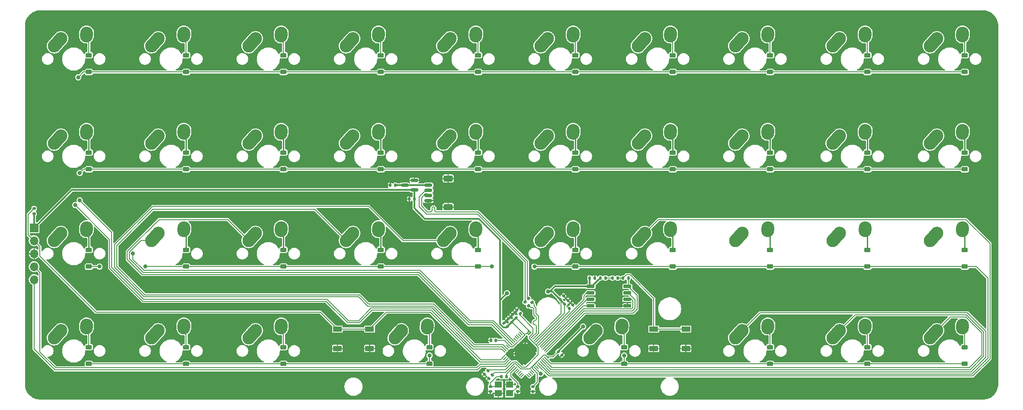
<source format=gbl>
%TF.GenerationSoftware,KiCad,Pcbnew,8.0.5*%
%TF.CreationDate,2024-10-22T20:47:20-04:00*%
%TF.ProjectId,ortho,6f727468-6f2e-46b6-9963-61645f706362,rev?*%
%TF.SameCoordinates,PX1c62fe0PY650e7e0*%
%TF.FileFunction,Copper,L2,Bot*%
%TF.FilePolarity,Positive*%
%FSLAX46Y46*%
G04 Gerber Fmt 4.6, Leading zero omitted, Abs format (unit mm)*
G04 Created by KiCad (PCBNEW 8.0.5) date 2024-10-22 20:47:20*
%MOMM*%
%LPD*%
G01*
G04 APERTURE LIST*
G04 Aperture macros list*
%AMRoundRect*
0 Rectangle with rounded corners*
0 $1 Rounding radius*
0 $2 $3 $4 $5 $6 $7 $8 $9 X,Y pos of 4 corners*
0 Add a 4 corners polygon primitive as box body*
4,1,4,$2,$3,$4,$5,$6,$7,$8,$9,$2,$3,0*
0 Add four circle primitives for the rounded corners*
1,1,$1+$1,$2,$3*
1,1,$1+$1,$4,$5*
1,1,$1+$1,$6,$7*
1,1,$1+$1,$8,$9*
0 Add four rect primitives between the rounded corners*
20,1,$1+$1,$2,$3,$4,$5,0*
20,1,$1+$1,$4,$5,$6,$7,0*
20,1,$1+$1,$6,$7,$8,$9,0*
20,1,$1+$1,$8,$9,$2,$3,0*%
%AMHorizOval*
0 Thick line with rounded ends*
0 $1 width*
0 $2 $3 position (X,Y) of the first rounded end (center of the circle)*
0 $4 $5 position (X,Y) of the second rounded end (center of the circle)*
0 Add line between two ends*
20,1,$1,$2,$3,$4,$5,0*
0 Add two circle primitives to create the rounded ends*
1,1,$1,$2,$3*
1,1,$1,$4,$5*%
%AMRotRect*
0 Rectangle, with rotation*
0 The origin of the aperture is its center*
0 $1 length*
0 $2 width*
0 $3 Rotation angle, in degrees counterclockwise*
0 Add horizontal line*
21,1,$1,$2,0,0,$3*%
G04 Aperture macros list end*
%TA.AperFunction,ComponentPad*%
%ADD10HorizOval,2.500000X0.656270X0.728862X-0.656270X-0.728862X0*%
%TD*%
%TA.AperFunction,ComponentPad*%
%ADD11C,2.500000*%
%TD*%
%TA.AperFunction,ComponentPad*%
%ADD12HorizOval,2.500000X0.020277X0.289981X-0.020277X-0.289981X0*%
%TD*%
%TA.AperFunction,SMDPad,CuDef*%
%ADD13RoundRect,0.140000X0.219203X0.021213X0.021213X0.219203X-0.219203X-0.021213X-0.021213X-0.219203X0*%
%TD*%
%TA.AperFunction,SMDPad,CuDef*%
%ADD14RoundRect,0.225000X0.375000X-0.225000X0.375000X0.225000X-0.375000X0.225000X-0.375000X-0.225000X0*%
%TD*%
%TA.AperFunction,SMDPad,CuDef*%
%ADD15RoundRect,0.140000X-0.021213X0.219203X-0.219203X0.021213X0.021213X-0.219203X0.219203X-0.021213X0*%
%TD*%
%TA.AperFunction,SMDPad,CuDef*%
%ADD16R,1.700000X1.000000*%
%TD*%
%TA.AperFunction,SMDPad,CuDef*%
%ADD17RoundRect,0.135000X-0.135000X-0.185000X0.135000X-0.185000X0.135000X0.185000X-0.135000X0.185000X0*%
%TD*%
%TA.AperFunction,SMDPad,CuDef*%
%ADD18RoundRect,0.140000X0.140000X0.170000X-0.140000X0.170000X-0.140000X-0.170000X0.140000X-0.170000X0*%
%TD*%
%TA.AperFunction,SMDPad,CuDef*%
%ADD19RoundRect,0.150000X0.650000X0.150000X-0.650000X0.150000X-0.650000X-0.150000X0.650000X-0.150000X0*%
%TD*%
%TA.AperFunction,SMDPad,CuDef*%
%ADD20RoundRect,0.140000X0.170000X-0.140000X0.170000X0.140000X-0.170000X0.140000X-0.170000X-0.140000X0*%
%TD*%
%TA.AperFunction,SMDPad,CuDef*%
%ADD21RoundRect,0.150000X0.587500X0.150000X-0.587500X0.150000X-0.587500X-0.150000X0.587500X-0.150000X0*%
%TD*%
%TA.AperFunction,SMDPad,CuDef*%
%ADD22R,1.400000X1.200000*%
%TD*%
%TA.AperFunction,SMDPad,CuDef*%
%ADD23RoundRect,0.135000X-0.226274X-0.035355X-0.035355X-0.226274X0.226274X0.035355X0.035355X0.226274X0*%
%TD*%
%TA.AperFunction,SMDPad,CuDef*%
%ADD24RoundRect,0.140000X0.021213X-0.219203X0.219203X-0.021213X-0.021213X0.219203X-0.219203X0.021213X0*%
%TD*%
%TA.AperFunction,ComponentPad*%
%ADD25R,1.700000X1.700000*%
%TD*%
%TA.AperFunction,ComponentPad*%
%ADD26O,1.700000X1.700000*%
%TD*%
%TA.AperFunction,SMDPad,CuDef*%
%ADD27RoundRect,0.140000X-0.170000X0.140000X-0.170000X-0.140000X0.170000X-0.140000X0.170000X0.140000X0*%
%TD*%
%TA.AperFunction,SMDPad,CuDef*%
%ADD28RoundRect,0.150000X-0.625000X0.150000X-0.625000X-0.150000X0.625000X-0.150000X0.625000X0.150000X0*%
%TD*%
%TA.AperFunction,SMDPad,CuDef*%
%ADD29RoundRect,0.250000X-0.650000X0.350000X-0.650000X-0.350000X0.650000X-0.350000X0.650000X0.350000X0*%
%TD*%
%TA.AperFunction,SMDPad,CuDef*%
%ADD30RoundRect,0.140000X-0.140000X-0.170000X0.140000X-0.170000X0.140000X0.170000X-0.140000X0.170000X0*%
%TD*%
%TA.AperFunction,SMDPad,CuDef*%
%ADD31RoundRect,0.135000X0.185000X-0.135000X0.185000X0.135000X-0.185000X0.135000X-0.185000X-0.135000X0*%
%TD*%
%TA.AperFunction,SMDPad,CuDef*%
%ADD32RoundRect,0.140000X-0.219203X-0.021213X-0.021213X-0.219203X0.219203X0.021213X0.021213X0.219203X0*%
%TD*%
%TA.AperFunction,SMDPad,CuDef*%
%ADD33RoundRect,0.050000X0.309359X-0.238649X-0.238649X0.309359X-0.309359X0.238649X0.238649X-0.309359X0*%
%TD*%
%TA.AperFunction,SMDPad,CuDef*%
%ADD34RoundRect,0.050000X0.309359X0.238649X0.238649X0.309359X-0.309359X-0.238649X-0.238649X-0.309359X0*%
%TD*%
%TA.AperFunction,HeatsinkPad*%
%ADD35C,0.500000*%
%TD*%
%TA.AperFunction,HeatsinkPad*%
%ADD36RotRect,3.200000X3.200000X135.000000*%
%TD*%
%TA.AperFunction,ViaPad*%
%ADD37C,0.800000*%
%TD*%
%TA.AperFunction,Conductor*%
%ADD38C,0.200000*%
%TD*%
%TA.AperFunction,Conductor*%
%ADD39C,0.400000*%
%TD*%
%TA.AperFunction,Conductor*%
%ADD40C,0.300000*%
%TD*%
%TA.AperFunction,Conductor*%
%ADD41C,0.250000*%
%TD*%
G04 APERTURE END LIST*
D10*
%TO.P,MX26,1,COL*%
%TO.N,COL 7*%
X139721149Y31843836D03*
D11*
X140374880Y32574976D03*
D12*
%TO.P,MX26,2,ROW*%
%TO.N,Net-(D26-A)*%
X145394881Y33364976D03*
%TD*%
D10*
%TO.P,MX38,1,COL*%
%TO.N,COL 1*%
X25421245Y31843836D03*
D11*
X26074976Y32574976D03*
D12*
%TO.P,MX38,2,ROW*%
%TO.N,Net-(D38-A)*%
X31094977Y33364976D03*
%TD*%
D10*
%TO.P,MX27,1,COL*%
%TO.N,COL 8*%
X158771133Y31843836D03*
D11*
X159424864Y32574976D03*
D12*
%TO.P,MX27,2,ROW*%
%TO.N,Net-(D27-A)*%
X164444865Y33364976D03*
%TD*%
D10*
%TO.P,MX10,1,COL*%
%TO.N,COL 9*%
X177821118Y69943803D03*
D11*
X178474849Y70674943D03*
D12*
%TO.P,MX10,2,ROW*%
%TO.N,Net-(D10-A)*%
X183494850Y71464943D03*
%TD*%
D10*
%TO.P,MX36,1,COL*%
%TO.N,COL 9*%
X177821117Y12793852D03*
D11*
X178474848Y13524992D03*
D12*
%TO.P,MX36,2,ROW*%
%TO.N,Net-(D36-A)*%
X183494849Y14314992D03*
%TD*%
D10*
%TO.P,MX32,1,COL*%
%TO.N,COL 4*%
X73046205Y12793852D03*
D11*
X73699936Y13524992D03*
D12*
%TO.P,MX32,2,ROW*%
%TO.N,Net-(D32-A)*%
X78719937Y14314992D03*
%TD*%
D10*
%TO.P,MX2,1,COL*%
%TO.N,COL 1*%
X25421245Y69943803D03*
D11*
X26074976Y70674943D03*
D12*
%TO.P,MX2,2,ROW*%
%TO.N,Net-(D2-A)*%
X31094977Y71464943D03*
%TD*%
D10*
%TO.P,MX28,1,COL*%
%TO.N,COL 9*%
X177821117Y31843836D03*
D11*
X178474848Y32574976D03*
D12*
%TO.P,MX28,2,ROW*%
%TO.N,Net-(D28-A)*%
X183494849Y33364976D03*
%TD*%
D10*
%TO.P,MX20,1,COL*%
%TO.N,COL 0*%
X6371261Y31843836D03*
D11*
X7024992Y32574976D03*
D12*
%TO.P,MX20,2,ROW*%
%TO.N,Net-(D20-A)*%
X12044993Y33364976D03*
%TD*%
D10*
%TO.P,MX11,1,COL*%
%TO.N,COL 0*%
X6371261Y50893821D03*
D11*
X7024992Y51624961D03*
D12*
%TO.P,MX11,2,ROW*%
%TO.N,Net-(D11-A)*%
X12044993Y52414961D03*
%TD*%
D10*
%TO.P,MX24,1,COL*%
%TO.N,COL 5*%
X101621181Y31843835D03*
D11*
X102274912Y32574975D03*
D12*
%TO.P,MX24,2,ROW*%
%TO.N,Net-(D24-A)*%
X107294913Y33364975D03*
%TD*%
D10*
%TO.P,MX34,1,COL*%
%TO.N,COL 7*%
X139721148Y12793852D03*
D11*
X140374879Y13524992D03*
D12*
%TO.P,MX34,2,ROW*%
%TO.N,Net-(D34-A)*%
X145394880Y14314992D03*
%TD*%
D10*
%TO.P,MX19,1,COL*%
%TO.N,COL 9*%
X177821117Y50893820D03*
D11*
X178474848Y51624960D03*
D12*
%TO.P,MX19,2,ROW*%
%TO.N,Net-(D19-A)*%
X183494849Y52414960D03*
%TD*%
D10*
%TO.P,MX22,1,COL*%
%TO.N,COL 3*%
X63521213Y31843835D03*
D11*
X64174944Y32574975D03*
D12*
%TO.P,MX22,2,ROW*%
%TO.N,Net-(D22-A)*%
X69194945Y33364975D03*
%TD*%
D10*
%TO.P,MX23,1,COL*%
%TO.N,COL 4*%
X82571197Y31843835D03*
D11*
X83224928Y32574975D03*
D12*
%TO.P,MX23,2,ROW*%
%TO.N,Net-(D23-A)*%
X88244929Y33364975D03*
%TD*%
D10*
%TO.P,MX3,1,COL*%
%TO.N,COL 2*%
X44471228Y69943803D03*
D11*
X45124959Y70674943D03*
D12*
%TO.P,MX3,2,ROW*%
%TO.N,Net-(D3-A)*%
X50144960Y71464943D03*
%TD*%
D10*
%TO.P,MX30,1,COL*%
%TO.N,COL 1*%
X25421245Y12793852D03*
D11*
X26074976Y13524992D03*
D12*
%TO.P,MX30,2,ROW*%
%TO.N,Net-(D30-A)*%
X31094977Y14314992D03*
%TD*%
D10*
%TO.P,MX15,1,COL*%
%TO.N,COL 4*%
X82571197Y50893821D03*
D11*
X83224928Y51624961D03*
D12*
%TO.P,MX15,2,ROW*%
%TO.N,Net-(D15-A)*%
X88244929Y52414961D03*
%TD*%
D10*
%TO.P,MX1,1,COL*%
%TO.N,COL 0*%
X6371261Y69943803D03*
D11*
X7024992Y70674943D03*
D12*
%TO.P,MX1,2,ROW*%
%TO.N,Net-(D1-A)*%
X12044993Y71464943D03*
%TD*%
D10*
%TO.P,MX4,1,COL*%
%TO.N,COL 3*%
X63521212Y69943803D03*
D11*
X64174943Y70674943D03*
D12*
%TO.P,MX4,2,ROW*%
%TO.N,Net-(D4-A)*%
X69194944Y71464943D03*
%TD*%
D10*
%TO.P,MX6,1,COL*%
%TO.N,COL 5*%
X101621181Y69943803D03*
D11*
X102274912Y70674943D03*
D12*
%TO.P,MX6,2,ROW*%
%TO.N,Net-(D6-A)*%
X107294913Y71464943D03*
%TD*%
D10*
%TO.P,MX5,1,COL*%
%TO.N,COL 4*%
X82571197Y69943803D03*
D11*
X83224928Y70674943D03*
D12*
%TO.P,MX5,2,ROW*%
%TO.N,Net-(D5-A)*%
X88244929Y71464943D03*
%TD*%
D10*
%TO.P,MX14,1,COL*%
%TO.N,COL 3*%
X63521213Y50893821D03*
D11*
X64174944Y51624961D03*
D12*
%TO.P,MX14,2,ROW*%
%TO.N,Net-(D14-A)*%
X69194945Y52414961D03*
%TD*%
D10*
%TO.P,MX35,1,COL*%
%TO.N,COL 8*%
X158771133Y12793852D03*
D11*
X159424864Y13524992D03*
D12*
%TO.P,MX35,2,ROW*%
%TO.N,Net-(D35-A)*%
X164444865Y14314992D03*
%TD*%
D10*
%TO.P,MX8,1,COL*%
%TO.N,COL 7*%
X139721149Y69943803D03*
D11*
X140374880Y70674943D03*
D12*
%TO.P,MX8,2,ROW*%
%TO.N,Net-(D8-A)*%
X145394881Y71464943D03*
%TD*%
D10*
%TO.P,MX7,1,COL*%
%TO.N,COL 6*%
X120671165Y69943803D03*
D11*
X121324896Y70674943D03*
D12*
%TO.P,MX7,2,ROW*%
%TO.N,Net-(D7-A)*%
X126344897Y71464943D03*
%TD*%
D10*
%TO.P,MX16,1,COL*%
%TO.N,COL 5*%
X101621180Y50893820D03*
D11*
X102274911Y51624960D03*
D12*
%TO.P,MX16,2,ROW*%
%TO.N,Net-(D16-A)*%
X107294912Y52414960D03*
%TD*%
D10*
%TO.P,MX12,1,COL*%
%TO.N,COL 1*%
X25421245Y50893820D03*
D11*
X26074976Y51624960D03*
D12*
%TO.P,MX12,2,ROW*%
%TO.N,Net-(D12-A)*%
X31094977Y52414960D03*
%TD*%
D10*
%TO.P,MX9,1,COL*%
%TO.N,COL 8*%
X158771133Y69943803D03*
D11*
X159424864Y70674943D03*
D12*
%TO.P,MX9,2,ROW*%
%TO.N,Net-(D9-A)*%
X164444865Y71464943D03*
%TD*%
D10*
%TO.P,MX21,1,COL*%
%TO.N,COL 2*%
X44471229Y31843836D03*
D11*
X45124960Y32574976D03*
D12*
%TO.P,MX21,2,ROW*%
%TO.N,Net-(D21-A)*%
X50144961Y33364976D03*
%TD*%
D10*
%TO.P,MX29,1,COL*%
%TO.N,COL 0*%
X6371261Y12793852D03*
D11*
X7024992Y13524992D03*
D12*
%TO.P,MX29,2,ROW*%
%TO.N,Net-(D29-A)*%
X12044993Y14314992D03*
%TD*%
D10*
%TO.P,MX33,1,COL*%
%TO.N,COL 5*%
X111146173Y12793852D03*
D11*
X111799904Y13524992D03*
D12*
%TO.P,MX33,2,ROW*%
%TO.N,Net-(D33-A)*%
X116819905Y14314992D03*
%TD*%
D10*
%TO.P,MX31,1,COL*%
%TO.N,COL 2*%
X44471229Y12793852D03*
D11*
X45124960Y13524992D03*
D12*
%TO.P,MX31,2,ROW*%
%TO.N,Net-(D31-A)*%
X50144961Y14314992D03*
%TD*%
D10*
%TO.P,MX17,1,COL*%
%TO.N,COL 6*%
X120671165Y50893820D03*
D11*
X121324896Y51624960D03*
D12*
%TO.P,MX17,2,ROW*%
%TO.N,Net-(D17-A)*%
X126344897Y52414960D03*
%TD*%
D10*
%TO.P,MX13,1,COL*%
%TO.N,COL 2*%
X44471229Y50893820D03*
D11*
X45124960Y51624960D03*
D12*
%TO.P,MX13,2,ROW*%
%TO.N,Net-(D13-A)*%
X50144961Y52414960D03*
%TD*%
D10*
%TO.P,MX25,1,COL*%
%TO.N,COL 6*%
X120671165Y31843836D03*
D11*
X121324896Y32574976D03*
D12*
%TO.P,MX25,2,ROW*%
%TO.N,Net-(D25-A)*%
X126344897Y33364976D03*
%TD*%
D10*
%TO.P,MX37,1,COL*%
%TO.N,COL 8*%
X158771133Y50893820D03*
D11*
X159424864Y51624960D03*
D12*
%TO.P,MX37,2,ROW*%
%TO.N,Net-(D37-A)*%
X164444865Y52414960D03*
%TD*%
D10*
%TO.P,MX18,1,COL*%
%TO.N,COL 7*%
X139721149Y50893820D03*
D11*
X140374880Y51624960D03*
D12*
%TO.P,MX18,2,ROW*%
%TO.N,Net-(D18-A)*%
X145394881Y52414960D03*
%TD*%
D13*
%TO.P,C_3V-Decoup1,1*%
%TO.N,+3V3*%
X94408022Y14338557D03*
%TO.P,C_3V-Decoup1,2*%
%TO.N,GND*%
X93729200Y15017379D03*
%TD*%
D14*
%TO.P,D30,1,K*%
%TO.N,ROW 3*%
X31551536Y6982023D03*
%TO.P,D30,2,A*%
%TO.N,Net-(D30-A)*%
X31551536Y10282023D03*
%TD*%
D15*
%TO.P,C_3V-Decoup6,1*%
%TO.N,+3V3*%
X91422147Y4804250D03*
%TO.P,C_3V-Decoup6,2*%
%TO.N,GND*%
X90743325Y4125428D03*
%TD*%
D14*
%TO.P,D11,1,K*%
%TO.N,ROW 1*%
X12501552Y45081994D03*
%TO.P,D11,2,A*%
%TO.N,Net-(D11-A)*%
X12501552Y48381994D03*
%TD*%
D16*
%TO.P,SW2,1,1*%
%TO.N,GND*%
X123056146Y10006239D03*
X129356144Y10006239D03*
%TO.P,SW2,2,2*%
%TO.N,Net-(R_Flash2-Pad2)*%
X123056146Y13806239D03*
X129356144Y13806239D03*
%TD*%
D14*
%TO.P,D36,1,K*%
%TO.N,ROW 3*%
X183951408Y6982023D03*
%TO.P,D36,2,A*%
%TO.N,Net-(D36-A)*%
X183951408Y10282023D03*
%TD*%
%TO.P,D38,1,K*%
%TO.N,ROW 2*%
X31551536Y26032008D03*
%TO.P,D38,2,A*%
%TO.N,Net-(D38-A)*%
X31551536Y29332008D03*
%TD*%
D17*
%TO.P,R_Crystal1,1*%
%TO.N,Net-(C_Crystal2-Pad2)*%
X93251641Y4464839D03*
%TO.P,R_Crystal1,2*%
%TO.N,XTAL_OUT*%
X94271639Y4464839D03*
%TD*%
D18*
%TO.P,C_LD2,1*%
%TO.N,+3V3*%
X76199937Y39290591D03*
%TO.P,C_LD2,2*%
%TO.N,GND*%
X75239937Y39290591D03*
%TD*%
D14*
%TO.P,D33,1,K*%
%TO.N,ROW 3*%
X117276464Y6982023D03*
%TO.P,D33,2,A*%
%TO.N,Net-(D33-A)*%
X117276464Y10282023D03*
%TD*%
D19*
%TO.P,U2,1,~{CS}*%
%TO.N,CS*%
X117899904Y22145608D03*
%TO.P,U2,2,DO(IO1)*%
%TO.N,SD1*%
X117899904Y20875608D03*
%TO.P,U2,3,IO2*%
%TO.N,SD2*%
X117899904Y19605608D03*
%TO.P,U2,4,GND*%
%TO.N,GND*%
X117899904Y18335608D03*
%TO.P,U2,5,DI(IO0)*%
%TO.N,SD0*%
X110699904Y18335608D03*
%TO.P,U2,6,CLK*%
%TO.N,QSPI_CLK*%
X110699904Y19605608D03*
%TO.P,U2,7,IO3*%
%TO.N,SD3*%
X110699904Y20875608D03*
%TO.P,U2,8,VCC*%
%TO.N,+3V3*%
X110699904Y22145608D03*
%TD*%
D14*
%TO.P,D4,1,K*%
%TO.N,ROW 0*%
X69651504Y64131975D03*
%TO.P,D4,2,A*%
%TO.N,Net-(D4-A)*%
X69651504Y67431975D03*
%TD*%
D17*
%TO.P,R_Flash2,1*%
%TO.N,Net-(R_Flash1-Pad2)*%
X114980529Y23812479D03*
%TO.P,R_Flash2,2*%
%TO.N,Net-(R_Flash2-Pad2)*%
X116000527Y23812479D03*
%TD*%
D18*
%TO.P,C_LD1,1*%
%TO.N,+5V*%
X72468219Y41981215D03*
%TO.P,C_LD1,2*%
%TO.N,GND*%
X71508219Y41981215D03*
%TD*%
D14*
%TO.P,D2,1,K*%
%TO.N,ROW 0*%
X31551536Y64131976D03*
%TO.P,D2,2,A*%
%TO.N,Net-(D2-A)*%
X31551536Y67431976D03*
%TD*%
D13*
%TO.P,C_3V-Decoup2,1*%
%TO.N,+3V3*%
X96091818Y16022353D03*
%TO.P,C_3V-Decoup2,2*%
%TO.N,GND*%
X95412996Y16701175D03*
%TD*%
D14*
%TO.P,D21,1,K*%
%TO.N,ROW 2*%
X50601520Y26032008D03*
%TO.P,D21,2,A*%
%TO.N,Net-(D21-A)*%
X50601520Y29332008D03*
%TD*%
%TO.P,D9,1,K*%
%TO.N,ROW 0*%
X164901424Y64131976D03*
%TO.P,D9,2,A*%
%TO.N,Net-(D9-A)*%
X164901424Y67431976D03*
%TD*%
D20*
%TO.P,C_Crystal1,1*%
%TO.N,GND*%
X96440544Y1603591D03*
%TO.P,C_Crystal1,2*%
%TO.N,XTAL_IN*%
X96440544Y2563591D03*
%TD*%
D14*
%TO.P,D27,1,K*%
%TO.N,ROW 2*%
X164901424Y26032007D03*
%TO.P,D27,2,A*%
%TO.N,Net-(D27-A)*%
X164901424Y29332007D03*
%TD*%
%TO.P,D24,1,K*%
%TO.N,ROW 2*%
X107751472Y26032007D03*
%TO.P,D24,2,A*%
%TO.N,Net-(D24-A)*%
X107751472Y29332007D03*
%TD*%
%TO.P,D20,1,K*%
%TO.N,ROW 2*%
X12501552Y26032009D03*
%TO.P,D20,2,A*%
%TO.N,Net-(D20-A)*%
X12501552Y29332009D03*
%TD*%
D21*
%TO.P,U3,1,GND*%
%TO.N,GND*%
X76199936Y42931215D03*
%TO.P,U3,2,VO*%
%TO.N,+3V3*%
X76199936Y41031215D03*
%TO.P,U3,3,VI*%
%TO.N,+5V*%
X74324935Y41981215D03*
%TD*%
D14*
%TO.P,D13,1,K*%
%TO.N,ROW 1*%
X50601520Y45081993D03*
%TO.P,D13,2,A*%
%TO.N,Net-(D13-A)*%
X50601520Y48381993D03*
%TD*%
D22*
%TO.P,Y1,1,1*%
%TO.N,Net-(C_Crystal2-Pad2)*%
X92661640Y2933591D03*
%TO.P,Y1,2,2*%
%TO.N,GND*%
X94861640Y2933591D03*
%TO.P,Y1,3,3*%
%TO.N,XTAL_IN*%
X94861640Y1233591D03*
%TO.P,Y1,4,4*%
%TO.N,GND*%
X92661640Y1233591D03*
%TD*%
D23*
%TO.P,R_DATA2,1*%
%TO.N,D-*%
X97865856Y19112952D03*
%TO.P,R_DATA2,2*%
%TO.N,Net-(U1-USB_DM)*%
X98587104Y18391704D03*
%TD*%
D24*
%TO.P,C_3V-Decoup9,1*%
%TO.N,+3V3*%
X105626125Y18710572D03*
%TO.P,C_3V-Decoup9,2*%
%TO.N,GND*%
X106304947Y19389394D03*
%TD*%
D25*
%TO.P,J2,1,Pin_1*%
%TO.N,+3V3*%
X1785936Y33649975D03*
D26*
%TO.P,J2,2,Pin_2*%
%TO.N,RESET*%
X1785936Y31109975D03*
%TO.P,J2,3,Pin_3*%
%TO.N,GND*%
X1785936Y28569976D03*
%TO.P,J2,4,Pin_4*%
%TO.N,SWDIO*%
X1785936Y26029975D03*
%TO.P,J2,5,Pin_5*%
%TO.N,SWCLK*%
X1785936Y23489975D03*
%TD*%
D14*
%TO.P,D31,1,K*%
%TO.N,ROW 3*%
X50601520Y6982023D03*
%TO.P,D31,2,A*%
%TO.N,Net-(D31-A)*%
X50601520Y10282023D03*
%TD*%
%TO.P,D18,1,K*%
%TO.N,ROW 1*%
X145851439Y45081993D03*
%TO.P,D18,2,A*%
%TO.N,Net-(D18-A)*%
X145851439Y48381993D03*
%TD*%
D27*
%TO.P,C_3V-Decoup4,1*%
%TO.N,+3V3*%
X99417104Y2563591D03*
%TO.P,C_3V-Decoup4,2*%
%TO.N,GND*%
X99417104Y1603591D03*
%TD*%
D14*
%TO.P,D14,1,K*%
%TO.N,ROW 1*%
X69651504Y45081993D03*
%TO.P,D14,2,A*%
%TO.N,Net-(D14-A)*%
X69651504Y48381993D03*
%TD*%
%TO.P,D7,1,K*%
%TO.N,ROW 0*%
X126801456Y64131976D03*
%TO.P,D7,2,A*%
%TO.N,Net-(D7-A)*%
X126801456Y67431976D03*
%TD*%
%TO.P,D35,1,K*%
%TO.N,ROW 3*%
X164901424Y6982023D03*
%TO.P,D35,2,A*%
%TO.N,Net-(D35-A)*%
X164901424Y10282023D03*
%TD*%
%TO.P,D34,1,K*%
%TO.N,ROW 3*%
X145851440Y6982023D03*
%TO.P,D34,2,A*%
%TO.N,Net-(D34-A)*%
X145851440Y10282023D03*
%TD*%
%TO.P,D1,1,K*%
%TO.N,ROW 0*%
X12501552Y64131976D03*
%TO.P,D1,2,A*%
%TO.N,Net-(D1-A)*%
X12501552Y67431976D03*
%TD*%
%TO.P,D29,1,K*%
%TO.N,ROW 3*%
X12501552Y6982023D03*
%TO.P,D29,2,A*%
%TO.N,Net-(D29-A)*%
X12501552Y10282023D03*
%TD*%
%TO.P,D5,1,K*%
%TO.N,ROW 0*%
X88701488Y64131975D03*
%TO.P,D5,2,A*%
%TO.N,Net-(D5-A)*%
X88701488Y67431975D03*
%TD*%
%TO.P,D26,1,K*%
%TO.N,ROW 2*%
X145851440Y26032007D03*
%TO.P,D26,2,A*%
%TO.N,Net-(D26-A)*%
X145851440Y29332007D03*
%TD*%
%TO.P,D8,1,K*%
%TO.N,ROW 0*%
X145851440Y64131976D03*
%TO.P,D8,2,A*%
%TO.N,Net-(D8-A)*%
X145851440Y67431976D03*
%TD*%
D18*
%TO.P,C_3V-Decoup8,1*%
%TO.N,+3V3*%
X92158048Y11608583D03*
%TO.P,C_3V-Decoup8,2*%
%TO.N,GND*%
X91198048Y11608583D03*
%TD*%
D20*
%TO.P,C_Crystal2,1*%
%TO.N,GND*%
X91082737Y1603591D03*
%TO.P,C_Crystal2,2*%
%TO.N,Net-(C_Crystal2-Pad2)*%
X91082737Y2563591D03*
%TD*%
D24*
%TO.P,C_3V-Decoup3,1*%
%TO.N,+3V3*%
X104733157Y19603540D03*
%TO.P,C_3V-Decoup3,2*%
%TO.N,GND*%
X105411979Y20282362D03*
%TD*%
D14*
%TO.P,D12,1,K*%
%TO.N,ROW 1*%
X31551536Y45081993D03*
%TO.P,D12,2,A*%
%TO.N,Net-(D12-A)*%
X31551536Y48381993D03*
%TD*%
%TO.P,D6,1,K*%
%TO.N,ROW 0*%
X107751472Y64131975D03*
%TO.P,D6,2,A*%
%TO.N,Net-(D6-A)*%
X107751472Y67431975D03*
%TD*%
D17*
%TO.P,R_Flash1,1*%
%TO.N,+3V3*%
X112599281Y23812479D03*
%TO.P,R_Flash1,2*%
%TO.N,Net-(R_Flash1-Pad2)*%
X113619279Y23812479D03*
%TD*%
D28*
%TO.P,J1,1,Pin_1*%
%TO.N,+5V*%
X78962432Y41981215D03*
%TO.P,J1,2,Pin_2*%
%TO.N,D-*%
X78962432Y40981215D03*
%TO.P,J1,3,Pin_3*%
%TO.N,D+*%
X78962432Y39981215D03*
%TO.P,J1,4,Pin_4*%
%TO.N,GND*%
X78962432Y38981215D03*
D29*
%TO.P,J1,MP,MP*%
X82837432Y43281215D03*
X82837432Y37681215D03*
%TD*%
D14*
%TO.P,D37,1,K*%
%TO.N,ROW 1*%
X164901424Y45081993D03*
%TO.P,D37,2,A*%
%TO.N,Net-(D37-A)*%
X164901424Y48381993D03*
%TD*%
%TO.P,D25,1,K*%
%TO.N,ROW 2*%
X126801456Y26032007D03*
%TO.P,D25,2,A*%
%TO.N,Net-(D25-A)*%
X126801456Y29332007D03*
%TD*%
D13*
%TO.P,C_1V-Decoup3,1*%
%TO.N,+1V1*%
X96933716Y16864251D03*
%TO.P,C_1V-Decoup3,2*%
%TO.N,GND*%
X96254894Y17543073D03*
%TD*%
D23*
%TO.P,R_DATA1,1*%
%TO.N,D+*%
X98557604Y19804699D03*
%TO.P,R_DATA1,2*%
%TO.N,Net-(U1-USB_DP)*%
X99278852Y19083451D03*
%TD*%
D14*
%TO.P,D17,1,K*%
%TO.N,ROW 1*%
X126801456Y45081992D03*
%TO.P,D17,2,A*%
%TO.N,Net-(D17-A)*%
X126801456Y48381992D03*
%TD*%
D30*
%TO.P,C_Flash1,1*%
%TO.N,+3V3*%
X110545688Y23812479D03*
%TO.P,C_Flash1,2*%
%TO.N,GND*%
X111505688Y23812479D03*
%TD*%
D31*
%TO.P,R_RST1,1*%
%TO.N,+3V3*%
X1785936Y36399345D03*
%TO.P,R_RST1,2*%
%TO.N,RESET*%
X1785936Y37419343D03*
%TD*%
D14*
%TO.P,D23,1,K*%
%TO.N,ROW 2*%
X88701488Y26032007D03*
%TO.P,D23,2,A*%
%TO.N,Net-(D23-A)*%
X88701488Y29332007D03*
%TD*%
%TO.P,D22,1,K*%
%TO.N,ROW 2*%
X69651503Y26032007D03*
%TO.P,D22,2,A*%
%TO.N,Net-(D22-A)*%
X69651503Y29332007D03*
%TD*%
%TO.P,D15,1,K*%
%TO.N,ROW 1*%
X88701488Y45081993D03*
%TO.P,D15,2,A*%
%TO.N,Net-(D15-A)*%
X88701488Y48381993D03*
%TD*%
D32*
%TO.P,C_3V-Decoup5,1*%
%TO.N,+3V3*%
X104375116Y9422851D03*
%TO.P,C_3V-Decoup5,2*%
%TO.N,GND*%
X105053938Y8744029D03*
%TD*%
D13*
%TO.P,C_3V-Decoup7,1*%
%TO.N,+3V3*%
X95249920Y15180455D03*
%TO.P,C_3V-Decoup7,2*%
%TO.N,GND*%
X94571098Y15859277D03*
%TD*%
D14*
%TO.P,D28,1,K*%
%TO.N,ROW 2*%
X183951408Y26032009D03*
%TO.P,D28,2,A*%
%TO.N,Net-(D28-A)*%
X183951408Y29332009D03*
%TD*%
%TO.P,D19,1,K*%
%TO.N,ROW 1*%
X183951408Y45081993D03*
%TO.P,D19,2,A*%
%TO.N,Net-(D19-A)*%
X183951408Y48381993D03*
%TD*%
%TO.P,D10,1,K*%
%TO.N,ROW 0*%
X183951408Y64131976D03*
%TO.P,D10,2,A*%
%TO.N,Net-(D10-A)*%
X183951408Y67431976D03*
%TD*%
D24*
%TO.P,C_1V-Decoup2,1*%
%TO.N,+1V1*%
X106519093Y17817604D03*
%TO.P,C_1V-Decoup2,2*%
%TO.N,GND*%
X107197915Y18496426D03*
%TD*%
D14*
%TO.P,D32,1,K*%
%TO.N,ROW 3*%
X79176496Y6982023D03*
%TO.P,D32,2,A*%
%TO.N,Net-(D32-A)*%
X79176496Y10282023D03*
%TD*%
D16*
%TO.P,SW1,1,1*%
%TO.N,GND*%
X61143697Y10006239D03*
X67443695Y10006239D03*
%TO.P,SW1,2,2*%
%TO.N,RESET*%
X61143697Y13806239D03*
X67443695Y13806239D03*
%TD*%
D33*
%TO.P,U1,1,IOVDD*%
%TO.N,+3V3*%
X102197981Y8337477D03*
%TO.P,U1,2,GPIO0*%
%TO.N,ROW 3*%
X101915138Y8054634D03*
%TO.P,U1,3,GPIO1*%
%TO.N,COL 9*%
X101632296Y7771792D03*
%TO.P,U1,4,GPIO2*%
%TO.N,COL 8*%
X101349453Y7488949D03*
%TO.P,U1,5,GPIO3*%
%TO.N,COL 7*%
X101066610Y7206106D03*
%TO.P,U1,6,GPIO4*%
%TO.N,ROW 2*%
X100783768Y6923264D03*
%TO.P,U1,7,GPIO5*%
%TO.N,COL 6*%
X100500925Y6640421D03*
%TO.P,U1,8,GPIO6*%
%TO.N,unconnected-(U1-GPIO6-Pad8)*%
X100218082Y6357578D03*
%TO.P,U1,9,GPIO7*%
%TO.N,COL 5*%
X99935239Y6074735D03*
%TO.P,U1,10,IOVDD*%
%TO.N,+3V3*%
X99652397Y5791893D03*
%TO.P,U1,11,GPIO8*%
%TO.N,unconnected-(U1-GPIO8-Pad11)*%
X99369554Y5509050D03*
%TO.P,U1,12,GPIO9*%
%TO.N,unconnected-(U1-GPIO9-Pad12)*%
X99086711Y5226207D03*
%TO.P,U1,13,GPIO10*%
%TO.N,unconnected-(U1-GPIO10-Pad13)*%
X98803869Y4943365D03*
%TO.P,U1,14,GPIO11*%
%TO.N,unconnected-(U1-GPIO11-Pad14)*%
X98521026Y4660522D03*
D34*
%TO.P,U1,15,GPIO12*%
%TO.N,unconnected-(U1-GPIO12-Pad15)*%
X97336622Y4660522D03*
%TO.P,U1,16,GPIO13*%
%TO.N,unconnected-(U1-GPIO13-Pad16)*%
X97053779Y4943365D03*
%TO.P,U1,17,GPIO14*%
%TO.N,unconnected-(U1-GPIO14-Pad17)*%
X96770937Y5226207D03*
%TO.P,U1,18,GPIO15*%
%TO.N,unconnected-(U1-GPIO15-Pad18)*%
X96488094Y5509050D03*
%TO.P,U1,19,TESTEN*%
%TO.N,GND*%
X96205251Y5791893D03*
%TO.P,U1,20,XIN*%
%TO.N,XTAL_IN*%
X95922409Y6074735D03*
%TO.P,U1,21,XOUT*%
%TO.N,XTAL_OUT*%
X95639566Y6357578D03*
%TO.P,U1,22,IOVDD*%
%TO.N,+3V3*%
X95356723Y6640421D03*
%TO.P,U1,23,DVDD*%
%TO.N,+1V1*%
X95073880Y6923264D03*
%TO.P,U1,24,SWCLK*%
%TO.N,SWCLK*%
X94791038Y7206106D03*
%TO.P,U1,25,SWD*%
%TO.N,SWDIO*%
X94508195Y7488949D03*
%TO.P,U1,26,RUN*%
%TO.N,RESET*%
X94225352Y7771792D03*
%TO.P,U1,27,GPIO16*%
%TO.N,unconnected-(U1-GPIO16-Pad27)*%
X93942510Y8054634D03*
%TO.P,U1,28,GPIO17*%
%TO.N,ROW 0*%
X93659667Y8337477D03*
D33*
%TO.P,U1,29,GPIO18*%
%TO.N,ROW 1*%
X93659667Y9521881D03*
%TO.P,U1,30,GPIO19*%
%TO.N,COL 4*%
X93942510Y9804724D03*
%TO.P,U1,31,GPIO20*%
%TO.N,COL 3*%
X94225352Y10087566D03*
%TO.P,U1,32,GPIO21*%
%TO.N,unconnected-(U1-GPIO21-Pad32)*%
X94508195Y10370409D03*
%TO.P,U1,33,IOVDD*%
%TO.N,+3V3*%
X94791038Y10653252D03*
%TO.P,U1,34,GPIO22*%
%TO.N,COL 2*%
X95073880Y10936094D03*
%TO.P,U1,35,GPIO23*%
%TO.N,COL 1*%
X95356723Y11218937D03*
%TO.P,U1,36,GPIO24*%
%TO.N,COL 0*%
X95639566Y11501780D03*
%TO.P,U1,37,GPIO25*%
%TO.N,unconnected-(U1-GPIO25-Pad37)*%
X95922409Y11784623D03*
%TO.P,U1,38,GPIO26_ADC0*%
%TO.N,unconnected-(U1-GPIO26_ADC0-Pad38)*%
X96205251Y12067465D03*
%TO.P,U1,39,GPIO27_ADC1*%
%TO.N,unconnected-(U1-GPIO27_ADC1-Pad39)*%
X96488094Y12350308D03*
%TO.P,U1,40,GPIO28_ADC2*%
%TO.N,unconnected-(U1-GPIO28_ADC2-Pad40)*%
X96770937Y12633151D03*
%TO.P,U1,41,GPIO29_ADC3*%
%TO.N,unconnected-(U1-GPIO29_ADC3-Pad41)*%
X97053779Y12915993D03*
%TO.P,U1,42,IOVDD*%
%TO.N,+3V3*%
X97336622Y13198836D03*
D34*
%TO.P,U1,43,ADC_AVDD*%
X98521026Y13198836D03*
%TO.P,U1,44,VREG_IN*%
X98803869Y12915993D03*
%TO.P,U1,45,VREG_VOUT*%
%TO.N,+1V1*%
X99086711Y12633151D03*
%TO.P,U1,46,USB_DM*%
%TO.N,Net-(U1-USB_DM)*%
X99369554Y12350308D03*
%TO.P,U1,47,USB_DP*%
%TO.N,Net-(U1-USB_DP)*%
X99652397Y12067465D03*
%TO.P,U1,48,USB_VDD*%
%TO.N,+3V3*%
X99935239Y11784623D03*
%TO.P,U1,49,IOVDD*%
X100218082Y11501780D03*
%TO.P,U1,50,DVDD*%
%TO.N,+1V1*%
X100500925Y11218937D03*
%TO.P,U1,51,QSPI_SD3*%
%TO.N,SD3*%
X100783768Y10936094D03*
%TO.P,U1,52,QSPI_SCLK*%
%TO.N,QSPI_CLK*%
X101066610Y10653252D03*
%TO.P,U1,53,QSPI_SD0*%
%TO.N,SD0*%
X101349453Y10370409D03*
%TO.P,U1,54,QSPI_SD2*%
%TO.N,SD2*%
X101632296Y10087566D03*
%TO.P,U1,55,QSPI_SD1*%
%TO.N,SD1*%
X101915138Y9804724D03*
%TO.P,U1,56,QSPI_SS*%
%TO.N,CS*%
X102197981Y9521881D03*
D35*
%TO.P,U1,57,GND*%
%TO.N,GND*%
X97928824Y7020491D03*
X99838012Y8929679D03*
D36*
X97928824Y8929679D03*
X97928824Y8929679D03*
D35*
X96019636Y8929679D03*
X97928824Y10838867D03*
%TD*%
D14*
%TO.P,D3,1,K*%
%TO.N,ROW 0*%
X50601520Y64131976D03*
%TO.P,D3,2,A*%
%TO.N,Net-(D3-A)*%
X50601520Y67431976D03*
%TD*%
D15*
%TO.P,C_1V-Decoup1,1*%
%TO.N,+1V1*%
X90580248Y5646149D03*
%TO.P,C_1V-Decoup1,2*%
%TO.N,GND*%
X89901426Y4967327D03*
%TD*%
D14*
%TO.P,D16,1,K*%
%TO.N,ROW 1*%
X107751472Y45081992D03*
%TO.P,D16,2,A*%
%TO.N,Net-(D16-A)*%
X107751472Y48381992D03*
%TD*%
D17*
%TO.P,R_Flash3,1*%
%TO.N,Net-(R_Flash2-Pad2)*%
X117064121Y23812479D03*
%TO.P,R_Flash3,2*%
%TO.N,CS*%
X118084119Y23812479D03*
%TD*%
D37*
%TO.N,ROW 0*%
X10417960Y63103072D03*
X9822648Y38099968D03*
%TO.N,ROW 1*%
X10715616Y38992936D03*
X10715616Y44350744D03*
%TO.N,ROW 2*%
X14585144Y26032007D03*
X23514824Y26032008D03*
X99714760Y26032007D03*
X91380392Y26032007D03*
%TO.N,ROW 3*%
X117276464Y8632023D03*
X79176496Y8632023D03*
%TO.N,COL 0*%
X21133576Y28574976D03*
%TO.N,COL 5*%
X100949823Y5060151D03*
%TO.N,GND*%
X96142888Y19347640D03*
X72925720Y39290592D03*
X74116344Y39290592D03*
X94356952Y17561703D03*
X116085840Y18752328D03*
X95249920Y18454671D03*
X88999144Y11608584D03*
X90189768Y11608584D03*
X114895216Y18752328D03*
%TO.N,+3V3*%
X109239752Y14287487D03*
X94356952Y20835919D03*
X102393664Y21133575D03*
%TD*%
D38*
%TO.N,ROW 0*%
X58947920Y19245296D02*
X23081108Y19245296D01*
X164901424Y64131976D02*
X183951407Y64131975D01*
X63157124Y15036092D02*
X58947920Y19245296D01*
X65430246Y15036092D02*
X63157124Y15036092D01*
X23081108Y19245296D02*
X16566392Y25760012D01*
X145851440Y64131976D02*
X164901424Y64131976D01*
X93659667Y8337477D02*
X93070621Y7748431D01*
X79494526Y17511704D02*
X67905858Y17511704D01*
X93070621Y7748431D02*
X89257798Y7748431D01*
X89257798Y7748431D02*
X79494526Y17511704D01*
X16566392Y31358032D02*
X16566392Y25760012D01*
X67905858Y17511704D02*
X65430246Y15036092D01*
X16566392Y31356224D02*
X16566392Y25760012D01*
X9822648Y38099968D02*
X16566392Y31356224D01*
X12501552Y64131976D02*
X145851440Y64131976D01*
X11446864Y64131976D02*
X10417960Y63103072D01*
X12501552Y64131976D02*
X11446864Y64131976D01*
%TO.N,ROW 1*%
X65264560Y15436092D02*
X67740172Y17911704D01*
X16966392Y25925698D02*
X16966392Y32742160D01*
X12501552Y45081994D02*
X183951407Y45081994D01*
X87656301Y9915615D02*
X79660212Y17911704D01*
X59113606Y19645296D02*
X63322810Y15436092D01*
X12501552Y45081994D02*
X11446866Y45081994D01*
X11446866Y45081994D02*
X10715616Y44350744D01*
X59113606Y19645296D02*
X23246794Y19645296D01*
X16966392Y32742160D02*
X10715616Y38992936D01*
X67740172Y17911704D02*
X79660212Y17911704D01*
X63322810Y15436092D02*
X65264560Y15436092D01*
X93659667Y9521881D02*
X93265933Y9915615D01*
X93265933Y9915615D02*
X87656301Y9915615D01*
X23246794Y19645296D02*
X16966392Y25925698D01*
%TO.N,ROW 2*%
X88701488Y26032007D02*
X31551537Y26032007D01*
X143531912Y26032007D02*
X107751472Y26032007D01*
X102675007Y5032023D02*
X185381934Y5032023D01*
X107751472Y26032007D02*
X99714760Y26032007D01*
X91380392Y26032007D02*
X88701488Y26032007D01*
X143531914Y26032009D02*
X143531912Y26032007D01*
X185381934Y5032023D02*
X188479848Y8129937D01*
X183951408Y26032009D02*
X143531914Y26032009D01*
X14585144Y26032007D02*
X14585142Y26032009D01*
X100783768Y6923265D02*
X102675007Y5032023D01*
X188479848Y23748880D02*
X186196719Y26032009D01*
X188479848Y8129937D02*
X188479848Y23748880D01*
X186196719Y26032009D02*
X183951408Y26032009D01*
X31551536Y26032008D02*
X23514824Y26032008D01*
X14585142Y26032009D02*
X12501552Y26032009D01*
%TO.N,ROW 3*%
X79176496Y6982023D02*
X79176496Y8632023D01*
X117276464Y6982023D02*
X183951408Y6982023D01*
X117276464Y6982023D02*
X117276464Y8632023D01*
X102987749Y6982023D02*
X101915137Y8054634D01*
X117276464Y6982023D02*
X102987749Y6982023D01*
X79176496Y6982023D02*
X12501552Y6982023D01*
%TO.N,COL 0*%
X77289397Y25282007D02*
X23274875Y25282007D01*
X23274875Y25282007D02*
X21133576Y27423306D01*
X91705254Y15436092D02*
X87135312Y15436092D01*
X87135312Y15436092D02*
X77289397Y25282007D01*
X95639566Y11501780D02*
X91705254Y15436092D01*
X21133576Y27423306D02*
X21133576Y28574976D01*
%TO.N,COL 1*%
X23109189Y24882007D02*
X20433576Y27557620D01*
X95356723Y11218937D02*
X91539568Y15036092D01*
X86969626Y15036092D02*
X77123711Y24882007D01*
X91539568Y15036092D02*
X86969626Y15036092D01*
X20433576Y28864926D02*
X22683626Y31114976D01*
X22683626Y31114976D02*
X24764976Y31114976D01*
X77123711Y24882007D02*
X23109189Y24882007D01*
X20433576Y27557620D02*
X20433576Y28864926D01*
%TO.N,COL 2*%
X20033576Y29030612D02*
X26248930Y35245966D01*
X22943503Y24482007D02*
X20033576Y27391934D01*
X76958026Y24482007D02*
X22943503Y24482007D01*
X26248930Y35245966D02*
X39683970Y35245966D01*
X39683970Y35245966D02*
X43814960Y31114976D01*
X91373882Y14636092D02*
X95073880Y10936094D01*
X86803941Y14636092D02*
X91373882Y14636092D01*
X86803941Y14636092D02*
X76958026Y24482007D01*
X91373884Y14636092D02*
X86803941Y14636092D01*
X20033576Y27391934D02*
X20033576Y29030612D01*
%TO.N,COL 3*%
X17961704Y30165600D02*
X25003104Y37207000D01*
X67270256Y18711704D02*
X65458068Y20523892D01*
X79991584Y18711704D02*
X67270256Y18711704D01*
X93597303Y10715616D02*
X87987672Y10715616D01*
X94225352Y10087566D02*
X93597303Y10715616D01*
X23499570Y20523892D02*
X17961704Y26061758D01*
X65458068Y20523892D02*
X23499570Y20523892D01*
X87987672Y10715616D02*
X79991584Y18711704D01*
X56772919Y37207000D02*
X62864944Y31114975D01*
X25003104Y37207000D02*
X56772919Y37207000D01*
X17961704Y26061758D02*
X17961704Y30165600D01*
%TO.N,COL 4*%
X79825898Y18311704D02*
X67076748Y18311704D01*
X67076748Y18311704D02*
X65264560Y20123892D01*
X25003104Y37802312D02*
X17561704Y30360912D01*
X93431619Y10315615D02*
X87821987Y10315615D01*
X81914928Y31114975D02*
X73987183Y31114975D01*
X17561704Y25896072D02*
X23333884Y20123892D01*
X23333884Y20123892D02*
X65264560Y20123892D01*
X67299846Y37802312D02*
X25003104Y37802312D01*
X87821987Y10315615D02*
X79825898Y18311704D01*
X17561704Y30360912D02*
X17561704Y25896072D01*
X73987183Y31114975D02*
X67299846Y37802312D01*
X93942510Y9804724D02*
X93431619Y10315615D01*
%TO.N,COL 5*%
X99935238Y6074735D02*
X100949823Y5060151D01*
%TO.N,COL 6*%
X121324896Y32574976D02*
X123995886Y35245966D01*
X188879848Y30540261D02*
X188879848Y7964251D01*
X184174143Y35245966D02*
X188879848Y30540261D01*
X188879848Y7964251D02*
X185547620Y4632023D01*
X102509323Y4632023D02*
X100500924Y6640422D01*
X123995886Y35245966D02*
X184174143Y35245966D01*
X185547620Y4632023D02*
X102509323Y4632023D01*
%TO.N,COL 7*%
X188079848Y8295623D02*
X185216248Y5432023D01*
X140374879Y13524991D02*
X143845870Y16995982D01*
X102840693Y5432023D02*
X101066610Y7206107D01*
X143845870Y16995982D02*
X184457878Y16995981D01*
X184457878Y16995981D02*
X188079848Y13374011D01*
X185216248Y5432023D02*
X102840693Y5432023D01*
X188079848Y13374011D02*
X188079848Y8295623D01*
%TO.N,COL 8*%
X184292192Y16595981D02*
X187679848Y13208325D01*
X162495854Y16595982D02*
X184292192Y16595981D01*
X187679848Y13208325D02*
X187679848Y8520562D01*
X159424864Y13524991D02*
X162495854Y16595982D01*
X184991310Y5832024D02*
X103006379Y5832023D01*
X187679848Y8520562D02*
X184991310Y5832024D01*
X103006379Y5832023D02*
X101349452Y7488950D01*
%TO.N,COL 9*%
X184126506Y16195981D02*
X187279848Y13042639D01*
X101632296Y7771790D02*
X103172063Y6232024D01*
X187279848Y13042639D02*
X187279848Y8686248D01*
X181145838Y16195981D02*
X184126506Y16195981D01*
X187279848Y8686248D02*
X184825624Y6232024D01*
X178474848Y13524991D02*
X181145838Y16195981D01*
X184825624Y6232024D02*
X103172063Y6232024D01*
%TO.N,+1V1*%
X99444208Y12990648D02*
X99444208Y13996033D01*
X98044804Y6386937D02*
X97190593Y6386937D01*
X100143429Y10561734D02*
X100143430Y10861447D01*
X90778238Y5844138D02*
X93994753Y5844137D01*
X96179613Y7397917D02*
X95548533Y7397917D01*
X106519093Y17237111D02*
X100500925Y11218943D01*
X96933716Y16506525D02*
X96933716Y16864251D01*
X95548533Y7397917D02*
X95191038Y7040423D01*
X93994753Y5844137D02*
X95073880Y6923264D01*
X97190593Y6386937D02*
X96179613Y7397917D01*
X98729215Y12275655D02*
X99086711Y12633151D01*
X98729215Y11975947D02*
X98729215Y12275655D01*
X100471566Y8813699D02*
X98044804Y6386937D01*
X100143429Y10561734D02*
X98729215Y11975947D01*
X90580249Y5646149D02*
X90778238Y5844138D01*
X100471566Y10233597D02*
X100143429Y10561734D01*
X99444208Y13996033D02*
X96933716Y16506525D01*
X99086711Y12633151D02*
X99444208Y12990648D01*
X106519093Y17817605D02*
X106519093Y17237111D01*
X100143430Y10861447D02*
X100500922Y11218940D01*
X100471566Y8813699D02*
X100471566Y10233597D01*
D39*
%TO.N,GND*%
X93729200Y15017379D02*
X96254894Y17543073D01*
D40*
%TO.N,+3V3*%
X102393664Y21133575D02*
X102691320Y21133575D01*
X102393664Y21133575D02*
X103203122Y21133576D01*
X93017253Y14795944D02*
X93693843Y14119355D01*
X102691320Y21133575D02*
X103703353Y22145608D01*
X112599281Y23812480D02*
X110932409Y22145608D01*
X110545688Y23812479D02*
X110545688Y22299824D01*
D38*
X95356723Y6640422D02*
X94074109Y5357808D01*
X95356723Y6640422D02*
X95714219Y6997918D01*
D40*
X110545688Y22299824D02*
X110699904Y22145607D01*
D38*
X99294900Y6449097D02*
X99294899Y6149390D01*
D40*
X88821708Y35421063D02*
X93017253Y31225518D01*
D38*
X98803869Y13310302D02*
X98803869Y12915994D01*
X98521026Y13593146D02*
X96091818Y16022354D01*
X95714219Y6997918D02*
X96013927Y6997917D01*
X95448241Y10295756D02*
X95148535Y10295755D01*
X101840485Y8694973D02*
X101540776Y8694973D01*
X95148535Y10295755D02*
X94791038Y10653252D01*
X105626126Y18710572D02*
X105626125Y16909829D01*
X97694118Y12841341D02*
X97694118Y12541632D01*
D40*
X78283527Y35421063D02*
X88821708Y35421063D01*
D38*
X97024908Y5986937D02*
X98832741Y5986937D01*
D40*
X103203122Y21133576D02*
X103203122Y21133575D01*
D38*
X104733157Y19603541D02*
X104952360Y19384338D01*
X93835707Y11608583D02*
X94791038Y10653252D01*
D40*
X103703353Y22145608D02*
X110699904Y22145608D01*
D38*
X100249822Y3396310D02*
X99417104Y2563592D01*
X99652396Y5791893D02*
X100249823Y5194467D01*
X95355003Y15180456D02*
X97336622Y13198836D01*
D40*
X76199936Y41031215D02*
X9167176Y41031215D01*
X93693843Y14119355D02*
X94188819Y14119355D01*
D38*
X98521026Y13593146D02*
X98803869Y13310302D01*
D40*
X103203122Y21133575D02*
X105626125Y18710572D01*
X1785936Y33649975D02*
X1785936Y36399344D01*
D38*
X101540776Y8694973D02*
X99294900Y6449097D01*
D40*
X94356952Y20835919D02*
X93017253Y19496220D01*
X9167176Y41031215D02*
X1785936Y33649975D01*
D38*
X104952360Y19384338D02*
X104952360Y16801745D01*
D40*
X103203122Y21133576D02*
X104733157Y19603541D01*
D38*
X98521026Y13593146D02*
X98521026Y13198836D01*
D40*
X109239752Y14287487D02*
X104592568Y9640304D01*
D38*
X98068479Y12915994D02*
X97694118Y12541632D01*
X92158048Y11608583D02*
X93835707Y11608583D01*
X97694118Y12541632D02*
X95448241Y10295756D01*
X96013928Y6997917D02*
X97024908Y5986937D01*
X104952360Y16801745D02*
X99935239Y11784623D01*
D40*
X76199936Y37504655D02*
X78283527Y35421063D01*
D38*
X98832741Y5986937D02*
X101540776Y8694973D01*
X104375116Y9422851D02*
X103289741Y8337477D01*
X103289741Y8337477D02*
X102197981Y8337477D01*
X105626125Y16909829D02*
X100218082Y11501786D01*
D40*
X93017253Y31225518D02*
X93017253Y14795944D01*
D38*
X98803869Y12915994D02*
X98068479Y12915994D01*
X94074109Y5357808D02*
X91975704Y5357808D01*
D40*
X94188819Y14119355D02*
X96091818Y16022354D01*
X76199936Y41031215D02*
X76199936Y37504655D01*
D38*
X97336622Y13198836D02*
X97694118Y12841341D01*
X100249823Y5194467D02*
X100249822Y3396310D01*
X102197981Y8337478D02*
X101840485Y8694973D01*
X91975704Y5357808D02*
X91422147Y4804250D01*
%TO.N,XTAL_IN*%
X95110544Y1233591D02*
X96440544Y2563591D01*
X95922409Y6074735D02*
X95078872Y5231199D01*
X95078872Y4596531D02*
X96440544Y3234859D01*
X95078872Y5231199D02*
X95078872Y4596531D01*
X96440544Y2563591D02*
X96440544Y3234859D01*
%TO.N,Net-(C_Crystal2-Pad2)*%
X91082736Y2563592D02*
X92291640Y2563591D01*
X91082736Y3274216D02*
X92273359Y4464839D01*
X91082736Y2563592D02*
X91082736Y3274216D01*
X93251641Y4464840D02*
X92273359Y4464839D01*
D40*
%TO.N,+5V*%
X74324936Y41981215D02*
X72468220Y41981215D01*
X78962432Y41981215D02*
X74324936Y41981215D01*
D38*
%TO.N,D-*%
X77165560Y37772801D02*
X77165560Y39710502D01*
X97865856Y27013311D02*
X88547952Y36331215D01*
X88547952Y36331215D02*
X78607146Y36331215D01*
X78607146Y36331215D02*
X77165560Y37772801D01*
X97865856Y19112951D02*
X97865856Y27013311D01*
X77165560Y39710502D02*
X78161274Y40706216D01*
X78161274Y40706216D02*
X78687433Y40706216D01*
X78687433Y40706216D02*
X78962432Y40981215D01*
%TO.N,D+*%
X98315857Y27128995D02*
X88663636Y36781216D01*
X98315857Y20046446D02*
X98315857Y27128995D01*
X77615560Y39524102D02*
X78347672Y40256214D01*
X78793545Y36781216D02*
X77615560Y37959201D01*
X79652800Y37493158D02*
X79652799Y37009219D01*
X80450802Y36781216D02*
X88663636Y36781216D01*
X80222801Y37009216D02*
X80222801Y37493156D01*
X78687433Y40256214D02*
X78962432Y39981215D01*
X80450802Y36781216D02*
X80450801Y36781215D01*
X98557604Y19804699D02*
X98315857Y20046446D01*
X79994801Y37721157D02*
X79880801Y37721158D01*
X79310801Y36781216D02*
X78793545Y36781216D01*
X78347672Y40256214D02*
X78687433Y40256214D01*
X79424799Y36781219D02*
X79310801Y36781216D01*
X77615560Y37959201D02*
X77615560Y39524102D01*
X79652799Y37009219D02*
G75*
G02*
X79424799Y36781237I-227999J17D01*
G01*
X80222801Y37493156D02*
G75*
G03*
X79994801Y37721137I-228001J-20D01*
G01*
X80450801Y36781215D02*
G75*
G02*
X80222779Y37009216I-1J228021D01*
G01*
X79880801Y37721158D02*
G75*
G03*
X79652778Y37493158I-1J-228022D01*
G01*
%TO.N,RESET*%
X61143697Y13806240D02*
X57838233Y17111704D01*
X57838233Y17111704D02*
X13917862Y17111704D01*
X79328840Y17111704D02*
X70749158Y17111704D01*
X70749158Y17111704D02*
X67443694Y13806240D01*
X13917862Y17111704D02*
X2935936Y28093630D01*
X94225352Y7771792D02*
X93801991Y7348431D01*
X635936Y32259975D02*
X635936Y36269343D01*
X2935936Y29959975D02*
X1785936Y31109975D01*
X635936Y36269343D02*
X1785936Y37419343D01*
X93801991Y7348431D02*
X89092112Y7348431D01*
X89092112Y7348431D02*
X79328840Y17111704D01*
X1785936Y31109975D02*
X635936Y32259975D01*
X67443694Y13806240D02*
X61143697Y13806240D01*
X2935936Y28093630D02*
X2935936Y29959975D01*
%TO.N,SWDIO*%
X93967677Y6948431D02*
X89131115Y6948431D01*
X88414707Y6232024D02*
X6005548Y6232023D01*
X2935936Y9301635D02*
X2935936Y24879975D01*
X6005548Y6232023D02*
X2935936Y9301635D01*
X94508195Y7488949D02*
X93967677Y6948431D01*
X2935936Y24879975D02*
X1785936Y26029975D01*
X89131115Y6948431D02*
X88414707Y6232024D01*
%TO.N,SWCLK*%
X94791038Y7206106D02*
X94133363Y6548431D01*
X1785936Y23489976D02*
X1785936Y9885949D01*
X1785936Y9885949D02*
X5839862Y5832023D01*
X94133363Y6548431D02*
X89296800Y6548432D01*
X88580392Y5832024D02*
X89296800Y6548432D01*
X5839862Y5832023D02*
X88580392Y5832024D01*
%TO.N,XTAL_OUT*%
X94271639Y4989651D02*
X94271639Y4464839D01*
X95639566Y6357578D02*
X94271639Y4989651D01*
%TO.N,Net-(U1-USB_DP)*%
X100049753Y16809116D02*
X100535072Y16323798D01*
X99652397Y12067465D02*
X100535072Y12950140D01*
X100049753Y17939000D02*
X100049753Y16809116D01*
X99664848Y18697456D02*
X99664848Y18323905D01*
X100535072Y12950140D02*
X100535072Y16323798D01*
X99278852Y19083452D02*
X99664848Y18697456D01*
X99664848Y18323905D02*
X100049753Y17939000D01*
%TO.N,Net-(U1-USB_DM)*%
X99346650Y18005707D02*
X99599773Y17752584D01*
X100085072Y13065826D02*
X99369554Y12350308D01*
X98587104Y18391704D02*
X98973100Y18005708D01*
X99451434Y15143767D02*
X99451434Y14985767D01*
X100085072Y14353767D02*
X100085072Y13065826D01*
X98973100Y18005708D02*
X99346650Y18005707D01*
X99767434Y14669768D02*
X99769072Y14669768D01*
X99599773Y16622729D02*
X100085072Y16137430D01*
X100085072Y16137430D02*
X100085072Y15775767D01*
X99599773Y17752584D02*
X99599773Y16622729D01*
X99769072Y15459767D02*
X99767434Y15459767D01*
X99769072Y14669768D02*
G75*
G02*
X100085132Y14353767I28J-316032D01*
G01*
X100085072Y15775767D02*
G75*
G02*
X99769072Y15459764I-315972J-31D01*
G01*
X99451434Y14985767D02*
G75*
G03*
X99767434Y14669770I315966J-31D01*
G01*
X99767434Y15459767D02*
G75*
G03*
X99451369Y15143767I-34J-316031D01*
G01*
%TO.N,Net-(R_Flash1-Pad2)*%
X113619279Y23812479D02*
X114980529Y23812479D01*
%TO.N,Net-(R_Flash2-Pad2)*%
X129356143Y13806240D02*
X123056145Y13806240D01*
X116000528Y23812479D02*
X117064121Y23812479D01*
X118442400Y24432480D02*
X123056145Y19818735D01*
X123056145Y19818735D02*
X123056145Y13806240D01*
X117684121Y24432480D02*
X118442400Y24432480D01*
X117064121Y23812479D02*
X117684121Y24432480D01*
%TO.N,CS*%
X118070456Y22145607D02*
X119799904Y20416159D01*
X119799904Y20416159D02*
X119799904Y17663684D01*
X118084119Y23812479D02*
X118084119Y22329823D01*
X119799904Y17663684D02*
X119071828Y16935608D01*
X119071828Y16935608D02*
X109611711Y16935608D01*
X109611711Y16935608D02*
X102197983Y9521880D01*
%TO.N,SD3*%
X109366357Y19518691D02*
X100783765Y10936097D01*
X109899904Y20875607D02*
X109366357Y20342060D01*
X110699904Y20875607D02*
X109899904Y20875607D01*
X109366357Y20342060D02*
X109366357Y19518691D01*
%TO.N,QSPI_CLK*%
X110018961Y19605608D02*
X101066608Y10653255D01*
%TO.N,SD0*%
X110699904Y18335608D02*
X109314647Y18335607D01*
X109314647Y18335607D02*
X101349451Y10370411D01*
%TO.N,SD2*%
X117899904Y19605607D02*
X118699903Y19605608D01*
X109280332Y17735607D02*
X101632294Y10087569D01*
X118740456Y17735608D02*
X109280332Y17735607D01*
X118699903Y19605608D02*
X118999904Y19305606D01*
X118999903Y17995055D02*
X118740456Y17735608D01*
X118999904Y19305606D02*
X118999903Y17995055D01*
%TO.N,SD1*%
X109446025Y17335607D02*
X101915140Y9804722D01*
X119399904Y19546159D02*
X119399904Y17829369D01*
X118070455Y20875607D02*
X119399904Y19546159D01*
X119399904Y17829369D02*
X118906142Y17335607D01*
X118906142Y17335607D02*
X109446025Y17335607D01*
%TO.N,Net-(D1-A)*%
X12501552Y67431975D02*
X12501552Y71008383D01*
%TO.N,Net-(D2-A)*%
X31551536Y67431975D02*
X31551536Y71008383D01*
%TO.N,Net-(D3-A)*%
X50601520Y67431975D02*
X50601520Y71008384D01*
%TO.N,Net-(D4-A)*%
X69651504Y67431975D02*
X69651504Y71008384D01*
%TO.N,Net-(D5-A)*%
X88701487Y67431975D02*
X88701488Y71008384D01*
%TO.N,Net-(D6-A)*%
X107751471Y67431975D02*
X107751472Y71008384D01*
%TO.N,Net-(D7-A)*%
X126801456Y67431975D02*
X126801456Y71008384D01*
%TO.N,Net-(D8-A)*%
X145851440Y67431975D02*
X145851440Y71008383D01*
%TO.N,Net-(D9-A)*%
X164901424Y67431975D02*
X164901424Y71008383D01*
%TO.N,Net-(D10-A)*%
X183951408Y67431975D02*
X183951407Y71008384D01*
D41*
%TO.N,Net-(D11-A)*%
X12501552Y48381994D02*
X12501552Y51958402D01*
%TO.N,Net-(D12-A)*%
X31551536Y48381993D02*
X31551536Y51958401D01*
%TO.N,Net-(D13-A)*%
X50601520Y48381993D02*
X50601520Y51958401D01*
%TO.N,Net-(D14-A)*%
X69651504Y48381993D02*
X69651504Y51958402D01*
%TO.N,Net-(D15-A)*%
X88701488Y48381993D02*
X88701488Y51958402D01*
%TO.N,Net-(D16-A)*%
X107751472Y48381992D02*
X107751472Y51958400D01*
%TO.N,Net-(D17-A)*%
X126801456Y48381992D02*
X126801456Y51958401D01*
%TO.N,Net-(D18-A)*%
X145851439Y48381993D02*
X145851439Y51958402D01*
%TO.N,Net-(D19-A)*%
X183951408Y48381993D02*
X183951408Y51958401D01*
%TO.N,Net-(D20-A)*%
X12501552Y29332009D02*
X12501552Y32908417D01*
%TO.N,Net-(D22-A)*%
X69651503Y29332007D02*
X69651503Y32908417D01*
%TO.N,Net-(D23-A)*%
X88701488Y29332007D02*
X88701488Y32908416D01*
%TO.N,Net-(D24-A)*%
X107751472Y29332007D02*
X107751472Y32908416D01*
%TO.N,Net-(D25-A)*%
X126801456Y29332007D02*
X126801456Y32908417D01*
%TO.N,Net-(D26-A)*%
X145851440Y29332007D02*
X145851440Y32908417D01*
%TO.N,Net-(D27-A)*%
X164901424Y29332007D02*
X164901424Y32908417D01*
%TO.N,Net-(D28-A)*%
X183951408Y29332009D02*
X183951408Y32908417D01*
D38*
%TO.N,Net-(D29-A)*%
X12501552Y10282023D02*
X12501552Y13858432D01*
%TO.N,Net-(D30-A)*%
X31551535Y10282024D02*
X31551536Y13858432D01*
%TO.N,Net-(D31-A)*%
X50601520Y10282024D02*
X50601520Y13858431D01*
%TO.N,Net-(D32-A)*%
X79176496Y10282023D02*
X79176496Y13858432D01*
%TO.N,Net-(D33-A)*%
X117276464Y10282024D02*
X117276464Y13858431D01*
%TO.N,Net-(D34-A)*%
X145851440Y10282023D02*
X145851440Y13858432D01*
%TO.N,Net-(D35-A)*%
X164901424Y10282023D02*
X164901424Y13858432D01*
%TO.N,Net-(D36-A)*%
X183951407Y10282024D02*
X183951408Y13858432D01*
D41*
%TO.N,Net-(D21-A)*%
X50601520Y29332008D02*
X50601520Y32908417D01*
%TO.N,Net-(D37-A)*%
X164901424Y48381993D02*
X164901424Y51958401D01*
%TO.N,Net-(D38-A)*%
X31551536Y29332008D02*
X31551536Y32908417D01*
%TD*%
%TA.AperFunction,Conductor*%
%TO.N,GND*%
G36*
X98261963Y12587765D02*
G01*
X98299333Y12554557D01*
X98315467Y12530411D01*
X98409841Y12436038D01*
X98437619Y12381522D01*
X98435465Y12340414D01*
X98428715Y12315223D01*
X98428715Y11936383D01*
X98449192Y11859962D01*
X98449193Y11859960D01*
X98449194Y11859958D01*
X98480385Y11805933D01*
X98488755Y11791436D01*
X99210021Y11070171D01*
X100142070Y10138122D01*
X100169847Y10083605D01*
X100171066Y10068118D01*
X100171066Y9431418D01*
X100152159Y9373227D01*
X100102659Y9337263D01*
X100041473Y9337263D01*
X100030942Y9341363D01*
X100026871Y9343222D01*
X99938012Y9369314D01*
X99938012Y9041811D01*
X99922980Y9056843D01*
X99867849Y9079679D01*
X99808175Y9079679D01*
X99753044Y9056843D01*
X99738012Y9041811D01*
X99738012Y9369314D01*
X99738011Y9369314D01*
X99649153Y9343223D01*
X99540295Y9273263D01*
X99455555Y9175469D01*
X99401800Y9057760D01*
X99401799Y9057758D01*
X99397763Y9029679D01*
X99725880Y9029679D01*
X99710848Y9014647D01*
X99688012Y8959516D01*
X99688012Y8899842D01*
X99710848Y8844711D01*
X99725880Y8829679D01*
X99397763Y8829679D01*
X99401799Y8801601D01*
X99401800Y8801599D01*
X99455555Y8683890D01*
X99540296Y8586094D01*
X99606605Y8543480D01*
X99645336Y8496114D01*
X99648830Y8435029D01*
X99623086Y8390192D01*
X98471012Y7238118D01*
X98416495Y7210341D01*
X98356063Y7219912D01*
X98315438Y7260537D01*
X98315109Y7260325D01*
X98314136Y7261839D01*
X98312798Y7263177D01*
X98311356Y7266165D01*
X98311283Y7266277D01*
X98226540Y7364075D01*
X98117682Y7434035D01*
X98028824Y7460126D01*
X98028824Y7132623D01*
X98013792Y7147655D01*
X97958661Y7170491D01*
X97898987Y7170491D01*
X97843856Y7147655D01*
X97828824Y7132623D01*
X97828824Y7460126D01*
X97828823Y7460126D01*
X97739965Y7434035D01*
X97631107Y7364075D01*
X97546367Y7266281D01*
X97492612Y7148572D01*
X97492611Y7148570D01*
X97488575Y7120491D01*
X97816692Y7120491D01*
X97801660Y7105459D01*
X97778824Y7050328D01*
X97778824Y6990654D01*
X97801660Y6935523D01*
X97816692Y6920491D01*
X97488575Y6920491D01*
X97492611Y6892413D01*
X97492612Y6892411D01*
X97522227Y6827563D01*
X97529201Y6766776D01*
X97499114Y6713499D01*
X97443458Y6688082D01*
X97432173Y6687437D01*
X97356072Y6687437D01*
X97297881Y6706344D01*
X97286068Y6716433D01*
X96832010Y7170491D01*
X96364124Y7638377D01*
X96344419Y7649754D01*
X96344417Y7649755D01*
X96303580Y7673332D01*
X96295601Y7677939D01*
X96219177Y7698417D01*
X96219175Y7698417D01*
X95508971Y7698417D01*
X95508968Y7698417D01*
X95494376Y7694507D01*
X95494375Y7694508D01*
X95432547Y7677940D01*
X95432545Y7677939D01*
X95364025Y7638380D01*
X95358878Y7634430D01*
X95356988Y7636892D01*
X95313652Y7614933D01*
X95253242Y7624641D01*
X95228384Y7642744D01*
X95176622Y7694504D01*
X95176616Y7694508D01*
X95157711Y7707141D01*
X95119624Y7732592D01*
X95119622Y7732593D01*
X95113647Y7733781D01*
X95060264Y7763681D01*
X95035868Y7811566D01*
X95034681Y7817534D01*
X95026788Y7829346D01*
X94996596Y7874532D01*
X94893779Y7977347D01*
X94836781Y8015435D01*
X94836779Y8015436D01*
X94830804Y8016624D01*
X94777421Y8046524D01*
X94753025Y8094409D01*
X94751838Y8100377D01*
X94747087Y8107487D01*
X94713753Y8157375D01*
X94610936Y8260190D01*
X94593266Y8271998D01*
X94553937Y8298278D01*
X94547963Y8299467D01*
X94494583Y8329362D01*
X94470183Y8377251D01*
X94468996Y8383219D01*
X94465332Y8388702D01*
X94430911Y8440217D01*
X94328094Y8543032D01*
X94271096Y8581120D01*
X94271094Y8581121D01*
X94265119Y8582309D01*
X94211736Y8612209D01*
X94187340Y8660094D01*
X94186153Y8666062D01*
X94185854Y8666509D01*
X94148068Y8723060D01*
X94045251Y8825875D01*
X94045248Y8825877D01*
X94013090Y8847366D01*
X93975213Y8895416D01*
X93972813Y8956555D01*
X94006807Y9007427D01*
X94013094Y9011994D01*
X94039561Y9029679D01*
X95579387Y9029679D01*
X95907504Y9029679D01*
X95892472Y9014647D01*
X95869636Y8959516D01*
X95869636Y8899842D01*
X95892472Y8844711D01*
X95907504Y8829679D01*
X95579387Y8829679D01*
X95583423Y8801601D01*
X95583424Y8801599D01*
X95637179Y8683890D01*
X95721919Y8586096D01*
X95830776Y8516137D01*
X95830779Y8516136D01*
X95919636Y8490046D01*
X95919636Y8817547D01*
X95934668Y8802515D01*
X95989799Y8779679D01*
X96049473Y8779679D01*
X96104604Y8802515D01*
X96119636Y8817547D01*
X96119636Y8490047D01*
X96208492Y8516136D01*
X96208495Y8516137D01*
X96317352Y8586096D01*
X96402092Y8683890D01*
X96455847Y8801599D01*
X96455848Y8801601D01*
X96459885Y8829679D01*
X96131768Y8829679D01*
X96146800Y8844711D01*
X96169636Y8899842D01*
X96169636Y8959516D01*
X96146800Y9014647D01*
X96131768Y9029679D01*
X96459885Y9029679D01*
X96455848Y9057758D01*
X96455847Y9057760D01*
X96402092Y9175469D01*
X96317352Y9273263D01*
X96208494Y9343223D01*
X96119636Y9369314D01*
X96119636Y9041811D01*
X96104604Y9056843D01*
X96049473Y9079679D01*
X95989799Y9079679D01*
X95934668Y9056843D01*
X95919636Y9041811D01*
X95919636Y9369314D01*
X95919635Y9369314D01*
X95830777Y9343223D01*
X95721919Y9273263D01*
X95637179Y9175469D01*
X95583424Y9057760D01*
X95583423Y9057758D01*
X95579387Y9029679D01*
X94039561Y9029679D01*
X94045250Y9033480D01*
X94148066Y9136298D01*
X94186153Y9193296D01*
X94187339Y9199264D01*
X94217233Y9252647D01*
X94265125Y9277051D01*
X94271095Y9278238D01*
X94328093Y9316323D01*
X94430909Y9419141D01*
X94468996Y9476139D01*
X94470183Y9482107D01*
X94500077Y9535490D01*
X94547968Y9559893D01*
X94553937Y9561080D01*
X94610935Y9599165D01*
X94713751Y9701983D01*
X94751838Y9758981D01*
X94753024Y9764949D01*
X94782918Y9818332D01*
X94830810Y9842736D01*
X94836780Y9843923D01*
X94893778Y9882008D01*
X94988151Y9976384D01*
X95042665Y10004161D01*
X95083778Y10002007D01*
X95108973Y9995255D01*
X95229092Y9995255D01*
X95229105Y9995256D01*
X95487802Y9995256D01*
X95487804Y9995256D01*
X95564231Y10015735D01*
X95614391Y10044697D01*
X95614392Y10044695D01*
X95614398Y10044702D01*
X95632752Y10055296D01*
X96516323Y10938867D01*
X97488575Y10938867D01*
X97816692Y10938867D01*
X97801660Y10923835D01*
X97778824Y10868704D01*
X97778824Y10809030D01*
X97801660Y10753899D01*
X97816692Y10738867D01*
X97488575Y10738867D01*
X97492611Y10710789D01*
X97492612Y10710787D01*
X97546367Y10593078D01*
X97631107Y10495284D01*
X97739964Y10425325D01*
X97739967Y10425324D01*
X97828824Y10399234D01*
X97828824Y10726735D01*
X97843856Y10711703D01*
X97898987Y10688867D01*
X97958661Y10688867D01*
X98013792Y10711703D01*
X98028824Y10726735D01*
X98028824Y10399235D01*
X98117680Y10425324D01*
X98117683Y10425325D01*
X98226540Y10495284D01*
X98311280Y10593078D01*
X98365035Y10710787D01*
X98365036Y10710789D01*
X98369073Y10738867D01*
X98040956Y10738867D01*
X98055988Y10753899D01*
X98078824Y10809030D01*
X98078824Y10868704D01*
X98055988Y10923835D01*
X98040956Y10938867D01*
X98369073Y10938867D01*
X98365036Y10966946D01*
X98365035Y10966948D01*
X98311280Y11084657D01*
X98226540Y11182451D01*
X98117682Y11252411D01*
X98028824Y11278502D01*
X98028824Y10950999D01*
X98013792Y10966031D01*
X97958661Y10988867D01*
X97898987Y10988867D01*
X97843856Y10966031D01*
X97828824Y10950999D01*
X97828824Y11278502D01*
X97828823Y11278502D01*
X97739965Y11252411D01*
X97631107Y11182451D01*
X97546367Y11084657D01*
X97492612Y10966948D01*
X97492611Y10966946D01*
X97488575Y10938867D01*
X96516323Y10938867D01*
X97934578Y12357121D01*
X97934578Y12357122D01*
X98147014Y12569558D01*
X98201531Y12597336D01*
X98261963Y12587765D01*
G37*
%TD.AperFunction*%
%TA.AperFunction,Conductor*%
G36*
X67192558Y37482905D02*
G01*
X67204371Y37472816D01*
X69407492Y35269695D01*
X69435269Y35215178D01*
X69425698Y35154746D01*
X69382433Y35111481D01*
X69330583Y35100932D01*
X69225279Y35108295D01*
X69202523Y35109886D01*
X69202522Y35109886D01*
X69202521Y35109886D01*
X68975079Y35089988D01*
X68753543Y35034752D01*
X68543379Y34945543D01*
X68373651Y34839482D01*
X68349762Y34824554D01*
X68349759Y34824552D01*
X68349757Y34824550D01*
X68320912Y34799475D01*
X68177452Y34674767D01*
X68177450Y34674766D01*
X68177448Y34674763D01*
X68030696Y34499872D01*
X67913105Y34304165D01*
X67913102Y34304159D01*
X67827577Y34092478D01*
X67776217Y33870013D01*
X67719738Y33062293D01*
X67739636Y32834852D01*
X67794872Y32613316D01*
X67884081Y32403152D01*
X67943823Y32307548D01*
X68005070Y32209534D01*
X68154857Y32037224D01*
X68213925Y31987660D01*
X68329752Y31890469D01*
X68329754Y31890468D01*
X68329755Y31890467D01*
X68525459Y31772877D01*
X68737147Y31687349D01*
X68959610Y31635990D01*
X69187367Y31620064D01*
X69218375Y31622778D01*
X69277989Y31609016D01*
X69318132Y31562841D01*
X69326003Y31524155D01*
X69326003Y30080206D01*
X69307096Y30022015D01*
X69257596Y29986051D01*
X69242491Y29982425D01*
X69143377Y29966726D01*
X69143370Y29966724D01*
X69023285Y29905537D01*
X68927973Y29810225D01*
X68866786Y29690140D01*
X68866784Y29690133D01*
X68859493Y29644100D01*
X68831715Y29589584D01*
X68777198Y29561807D01*
X68716766Y29571379D01*
X68675975Y29610088D01*
X68550182Y29827969D01*
X68448364Y29960660D01*
X68370594Y30062012D01*
X68370593Y30062013D01*
X68370590Y30062017D01*
X68161986Y30270621D01*
X68161981Y30270625D01*
X68161979Y30270627D01*
X67927941Y30450211D01*
X67927936Y30450214D01*
X67672451Y30597718D01*
X67672447Y30597720D01*
X67672443Y30597722D01*
X67399897Y30710614D01*
X67327251Y30730079D01*
X67114937Y30786968D01*
X67114930Y30786969D01*
X66822450Y30825475D01*
X66527438Y30825475D01*
X66527437Y30825475D01*
X66234957Y30786969D01*
X66234955Y30786969D01*
X66234951Y30786968D01*
X66083528Y30746395D01*
X65949990Y30710614D01*
X65677444Y30597722D01*
X65421946Y30450211D01*
X65187908Y30270627D01*
X65187902Y30270622D01*
X65187902Y30270621D01*
X64979298Y30062017D01*
X64979294Y30062013D01*
X64979294Y30062012D01*
X64799708Y29827973D01*
X64652197Y29572475D01*
X64539305Y29299929D01*
X64531573Y29271072D01*
X64462951Y29014968D01*
X64462950Y29014964D01*
X64462950Y29014962D01*
X64426090Y28734987D01*
X64424444Y28722481D01*
X64424444Y28427469D01*
X64462951Y28134982D01*
X64503456Y27983816D01*
X64539305Y27850022D01*
X64652197Y27577476D01*
X64652199Y27577472D01*
X64652201Y27577468D01*
X64799706Y27321981D01*
X64799708Y27321978D01*
X64979292Y27087940D01*
X64979294Y27087938D01*
X64979298Y27087933D01*
X65187902Y26879329D01*
X65187906Y26879326D01*
X65187908Y26879324D01*
X65322067Y26776380D01*
X65421950Y26699737D01*
X65677437Y26552232D01*
X65677438Y26552232D01*
X65677441Y26552230D01*
X65748079Y26522971D01*
X65794604Y26483234D01*
X65808888Y26423740D01*
X65785473Y26367212D01*
X65733304Y26335242D01*
X65710193Y26332507D01*
X51476269Y26332507D01*
X51418078Y26351414D01*
X51388060Y26386561D01*
X51338802Y26483234D01*
X51325048Y26510228D01*
X51229740Y26605536D01*
X51229737Y26605538D01*
X51109652Y26666725D01*
X51109647Y26666727D01*
X51109646Y26666727D01*
X51076433Y26671988D01*
X51010010Y26682508D01*
X51010008Y26682508D01*
X50193032Y26682508D01*
X50193030Y26682508D01*
X50093394Y26666727D01*
X50093387Y26666725D01*
X49973302Y26605538D01*
X49877991Y26510227D01*
X49814980Y26386561D01*
X49771716Y26343297D01*
X49726771Y26332507D01*
X48589708Y26332507D01*
X48531517Y26351414D01*
X48495553Y26400914D01*
X48495553Y26462100D01*
X48531517Y26511600D01*
X48551823Y26522971D01*
X48585830Y26537058D01*
X48622467Y26552233D01*
X48877954Y26699738D01*
X49112002Y26879330D01*
X49320606Y27087934D01*
X49500198Y27321982D01*
X49647703Y27577469D01*
X49760599Y27850024D01*
X49836953Y28134983D01*
X49875460Y28427470D01*
X49875460Y28646780D01*
X49880912Y28663559D01*
X51579459Y28663559D01*
X51579459Y28486394D01*
X51607172Y28311424D01*
X51661916Y28142936D01*
X51734836Y27999822D01*
X51742345Y27985086D01*
X51846476Y27841762D01*
X51971745Y27716493D01*
X52115069Y27612362D01*
X52272917Y27531934D01*
X52441404Y27477190D01*
X52499843Y27467934D01*
X52616377Y27449476D01*
X52616380Y27449476D01*
X52793541Y27449476D01*
X52881026Y27463333D01*
X52968514Y27477190D01*
X53137001Y27531934D01*
X53294849Y27612362D01*
X53438173Y27716493D01*
X53563442Y27841762D01*
X53667573Y27985086D01*
X53748001Y28142934D01*
X53802745Y28311421D01*
X53827858Y28469975D01*
X53830459Y28486394D01*
X53830459Y28663558D01*
X60469445Y28663558D01*
X60469445Y28486393D01*
X60497158Y28311423D01*
X60551902Y28142935D01*
X60632328Y27985089D01*
X60632331Y27985085D01*
X60736462Y27841761D01*
X60861731Y27716492D01*
X61005055Y27612361D01*
X61162903Y27531933D01*
X61331390Y27477189D01*
X61389823Y27467934D01*
X61506363Y27449475D01*
X61506366Y27449475D01*
X61683527Y27449475D01*
X61771012Y27463332D01*
X61858500Y27477189D01*
X62026987Y27531933D01*
X62184835Y27612361D01*
X62328159Y27716492D01*
X62453428Y27841761D01*
X62557559Y27985085D01*
X62637987Y28142933D01*
X62692731Y28311420D01*
X62709646Y28418214D01*
X62720445Y28486393D01*
X62720445Y28663558D01*
X62692731Y28838528D01*
X62692731Y28838529D01*
X62692731Y28838530D01*
X62637987Y29007017D01*
X62557559Y29164865D01*
X62453428Y29308189D01*
X62328159Y29433458D01*
X62184835Y29537589D01*
X62184834Y29537590D01*
X62184832Y29537591D01*
X62026985Y29618018D01*
X61858497Y29672762D01*
X61683527Y29700475D01*
X61683524Y29700475D01*
X61506366Y29700475D01*
X61506363Y29700475D01*
X61331392Y29672762D01*
X61162904Y29618018D01*
X61005057Y29537591D01*
X60861732Y29433459D01*
X60736461Y29308188D01*
X60632329Y29164863D01*
X60551902Y29007016D01*
X60497158Y28838528D01*
X60469445Y28663558D01*
X53830459Y28663558D01*
X53830459Y28663559D01*
X53802745Y28838529D01*
X53802745Y28838530D01*
X53802745Y28838531D01*
X53748001Y29007018D01*
X53667573Y29164866D01*
X53563442Y29308190D01*
X53438173Y29433459D01*
X53294849Y29537590D01*
X53294848Y29537591D01*
X53294846Y29537592D01*
X53136999Y29618019D01*
X52968511Y29672763D01*
X52793541Y29700476D01*
X52793538Y29700476D01*
X52616380Y29700476D01*
X52616377Y29700476D01*
X52441406Y29672763D01*
X52272918Y29618019D01*
X52115071Y29537592D01*
X51971746Y29433460D01*
X51846475Y29308189D01*
X51742343Y29164864D01*
X51661916Y29007017D01*
X51607172Y28838529D01*
X51579459Y28663559D01*
X49880912Y28663559D01*
X49894367Y28704970D01*
X49943867Y28740934D01*
X50005053Y28740934D01*
X50019403Y28734989D01*
X50093394Y28697289D01*
X50169061Y28685305D01*
X50193030Y28681508D01*
X50193032Y28681508D01*
X51010010Y28681508D01*
X51031405Y28684897D01*
X51109646Y28697289D01*
X51229740Y28758480D01*
X51325048Y28853788D01*
X51386239Y28973882D01*
X51402020Y29073520D01*
X51402020Y29590496D01*
X51386239Y29690134D01*
X51386236Y29690140D01*
X51386236Y29690141D01*
X51325049Y29810226D01*
X51325048Y29810228D01*
X51229740Y29905536D01*
X51229737Y29905538D01*
X51109652Y29966725D01*
X51109647Y29966727D01*
X51109646Y29966727D01*
X51096009Y29968887D01*
X51010532Y29982426D01*
X50956016Y30010204D01*
X50928239Y30064721D01*
X50927020Y30080207D01*
X50927020Y31811076D01*
X50945927Y31869267D01*
X50973560Y31895034D01*
X50990136Y31905392D01*
X50990136Y31905393D01*
X50990144Y31905397D01*
X51162454Y32055184D01*
X51309211Y32230082D01*
X51426801Y32425786D01*
X51512329Y32637474D01*
X51563688Y32859937D01*
X51620168Y33667656D01*
X51600269Y33895101D01*
X51545034Y34116633D01*
X51525020Y34163785D01*
X51455824Y34326800D01*
X51390661Y34431079D01*
X51334836Y34520417D01*
X51185049Y34692727D01*
X51094291Y34768882D01*
X51010153Y34839483D01*
X50923631Y34891470D01*
X50814447Y34957074D01*
X50602759Y35042602D01*
X50579152Y35048052D01*
X50380293Y35093962D01*
X50186783Y35107493D01*
X50152539Y35109887D01*
X50152538Y35109887D01*
X50152537Y35109887D01*
X49925095Y35089989D01*
X49703559Y35034753D01*
X49493395Y34945544D01*
X49299784Y34824559D01*
X49299778Y34824555D01*
X49299777Y34824554D01*
X49299773Y34824551D01*
X49270927Y34799475D01*
X49127468Y34674768D01*
X49127466Y34674767D01*
X49127464Y34674764D01*
X48980712Y34499873D01*
X48863121Y34304166D01*
X48863118Y34304160D01*
X48777593Y34092479D01*
X48726233Y33870014D01*
X48682162Y33239743D01*
X48671971Y33093994D01*
X48669754Y33062294D01*
X48689652Y32834853D01*
X48744888Y32613317D01*
X48834097Y32403153D01*
X48927206Y32254151D01*
X48955086Y32209535D01*
X49104873Y32037225D01*
X49148389Y32000711D01*
X49279768Y31890470D01*
X49279770Y31890469D01*
X49279771Y31890468D01*
X49475475Y31772878D01*
X49687163Y31687350D01*
X49909626Y31635991D01*
X50137383Y31620065D01*
X50168391Y31622779D01*
X50228006Y31609017D01*
X50268149Y31562841D01*
X50276020Y31524156D01*
X50276020Y30080207D01*
X50257113Y30022016D01*
X50207613Y29986052D01*
X50192508Y29982426D01*
X50093394Y29966727D01*
X50093387Y29966725D01*
X49973302Y29905538D01*
X49877990Y29810226D01*
X49816803Y29690141D01*
X49816801Y29690135D01*
X49809509Y29644098D01*
X49781730Y29589582D01*
X49727213Y29561806D01*
X49666781Y29571378D01*
X49625994Y29610085D01*
X49500198Y29827970D01*
X49493800Y29836308D01*
X49320610Y30062013D01*
X49320609Y30062014D01*
X49320606Y30062018D01*
X49112002Y30270622D01*
X49111997Y30270626D01*
X49111995Y30270628D01*
X48877957Y30450212D01*
X48877954Y30450214D01*
X48622467Y30597719D01*
X48622463Y30597721D01*
X48622459Y30597723D01*
X48349913Y30710615D01*
X48254960Y30736057D01*
X48064953Y30786969D01*
X48064946Y30786970D01*
X47772466Y30825476D01*
X47477454Y30825476D01*
X47477453Y30825476D01*
X47184973Y30786970D01*
X47184971Y30786970D01*
X47184967Y30786969D01*
X47033544Y30746396D01*
X46900006Y30710615D01*
X46627460Y30597723D01*
X46371962Y30450212D01*
X46137924Y30270628D01*
X46137918Y30270623D01*
X46137918Y30270622D01*
X45929314Y30062018D01*
X45929310Y30062014D01*
X45929310Y30062013D01*
X45749724Y29827974D01*
X45602213Y29572476D01*
X45489321Y29299930D01*
X45481589Y29271073D01*
X45412967Y29014969D01*
X45412967Y29014968D01*
X45412966Y29014963D01*
X45375678Y28731735D01*
X45374460Y28722482D01*
X45374460Y28427470D01*
X45412967Y28134983D01*
X45465799Y27937810D01*
X45489321Y27850023D01*
X45602213Y27577477D01*
X45602214Y27577476D01*
X45602217Y27577469D01*
X45732178Y27352370D01*
X45749724Y27321979D01*
X45929308Y27087941D01*
X45929309Y27087940D01*
X45929314Y27087934D01*
X46137918Y26879330D01*
X46137922Y26879327D01*
X46137924Y26879325D01*
X46371962Y26699741D01*
X46371966Y26699738D01*
X46627453Y26552233D01*
X46627459Y26552231D01*
X46627460Y26552230D01*
X46698097Y26522971D01*
X46744623Y26483235D01*
X46758907Y26423740D01*
X46735492Y26367212D01*
X46683323Y26335242D01*
X46660212Y26332507D01*
X32426285Y26332507D01*
X32368094Y26351414D01*
X32338076Y26386561D01*
X32288818Y26483234D01*
X32275064Y26510228D01*
X32179756Y26605536D01*
X32179753Y26605538D01*
X32059668Y26666725D01*
X32059663Y26666727D01*
X32059662Y26666727D01*
X32026449Y26671988D01*
X31960026Y26682508D01*
X31960024Y26682508D01*
X31143048Y26682508D01*
X31143046Y26682508D01*
X31043410Y26666727D01*
X31043403Y26666725D01*
X30923318Y26605538D01*
X30923316Y26605536D01*
X30828008Y26510228D01*
X30766817Y26390134D01*
X30766816Y26390133D01*
X30764998Y26386563D01*
X30721733Y26343298D01*
X30676788Y26332508D01*
X29539727Y26332508D01*
X29481536Y26351415D01*
X29445572Y26400915D01*
X29445572Y26462101D01*
X29481536Y26511601D01*
X29501841Y26522972D01*
X29572478Y26552231D01*
X29572477Y26552231D01*
X29572483Y26552233D01*
X29827970Y26699738D01*
X30062018Y26879330D01*
X30270622Y27087934D01*
X30450214Y27321982D01*
X30597719Y27577469D01*
X30710615Y27850024D01*
X30786969Y28134983D01*
X30825476Y28427470D01*
X30825476Y28646780D01*
X30830928Y28663559D01*
X32529475Y28663559D01*
X32529475Y28486394D01*
X32557188Y28311424D01*
X32611932Y28142936D01*
X32684852Y27999822D01*
X32692361Y27985086D01*
X32796492Y27841762D01*
X32921761Y27716493D01*
X33065085Y27612362D01*
X33222933Y27531934D01*
X33391420Y27477190D01*
X33449859Y27467934D01*
X33566393Y27449476D01*
X33566396Y27449476D01*
X33743557Y27449476D01*
X33831042Y27463333D01*
X33918530Y27477190D01*
X34087017Y27531934D01*
X34244865Y27612362D01*
X34388189Y27716493D01*
X34513458Y27841762D01*
X34617589Y27985086D01*
X34698017Y28142934D01*
X34752761Y28311421D01*
X34777874Y28469975D01*
X34780475Y28486394D01*
X34780475Y28663559D01*
X41419461Y28663559D01*
X41419461Y28486394D01*
X41447174Y28311424D01*
X41501918Y28142936D01*
X41574838Y27999822D01*
X41582347Y27985086D01*
X41686478Y27841762D01*
X41811747Y27716493D01*
X41955071Y27612362D01*
X42112919Y27531934D01*
X42281406Y27477190D01*
X42339845Y27467934D01*
X42456379Y27449476D01*
X42456382Y27449476D01*
X42633543Y27449476D01*
X42721028Y27463333D01*
X42808516Y27477190D01*
X42977003Y27531934D01*
X43134851Y27612362D01*
X43278175Y27716493D01*
X43403444Y27841762D01*
X43507575Y27985086D01*
X43588003Y28142934D01*
X43642747Y28311421D01*
X43667860Y28469975D01*
X43670461Y28486394D01*
X43670461Y28663559D01*
X43642747Y28838529D01*
X43642747Y28838530D01*
X43642747Y28838531D01*
X43588003Y29007018D01*
X43507575Y29164866D01*
X43403444Y29308190D01*
X43278175Y29433459D01*
X43134851Y29537590D01*
X43134850Y29537591D01*
X43134848Y29537592D01*
X42977001Y29618019D01*
X42808513Y29672763D01*
X42633543Y29700476D01*
X42633540Y29700476D01*
X42456382Y29700476D01*
X42456379Y29700476D01*
X42281408Y29672763D01*
X42112920Y29618019D01*
X41955073Y29537592D01*
X41811748Y29433460D01*
X41686477Y29308189D01*
X41582345Y29164864D01*
X41501918Y29007017D01*
X41447174Y28838529D01*
X41419461Y28663559D01*
X34780475Y28663559D01*
X34752761Y28838529D01*
X34752761Y28838530D01*
X34752761Y28838531D01*
X34698017Y29007018D01*
X34617589Y29164866D01*
X34513458Y29308190D01*
X34388189Y29433459D01*
X34244865Y29537590D01*
X34244864Y29537591D01*
X34244862Y29537592D01*
X34087015Y29618019D01*
X33918527Y29672763D01*
X33743557Y29700476D01*
X33743554Y29700476D01*
X33566396Y29700476D01*
X33566393Y29700476D01*
X33391422Y29672763D01*
X33222934Y29618019D01*
X33065087Y29537592D01*
X32921762Y29433460D01*
X32796491Y29308189D01*
X32692359Y29164864D01*
X32611932Y29007017D01*
X32557188Y28838529D01*
X32529475Y28663559D01*
X30830928Y28663559D01*
X30844383Y28704970D01*
X30893883Y28740934D01*
X30955069Y28740934D01*
X30969419Y28734989D01*
X31043410Y28697289D01*
X31119077Y28685305D01*
X31143046Y28681508D01*
X31143048Y28681508D01*
X31960026Y28681508D01*
X31981421Y28684897D01*
X32059662Y28697289D01*
X32179756Y28758480D01*
X32275064Y28853788D01*
X32336255Y28973882D01*
X32352036Y29073520D01*
X32352036Y29590496D01*
X32336255Y29690134D01*
X32336252Y29690140D01*
X32336252Y29690141D01*
X32275065Y29810226D01*
X32275064Y29810228D01*
X32179756Y29905536D01*
X32179753Y29905538D01*
X32059668Y29966725D01*
X32059663Y29966727D01*
X32059662Y29966727D01*
X32046025Y29968887D01*
X31960548Y29982426D01*
X31906032Y30010204D01*
X31878255Y30064721D01*
X31877036Y30080207D01*
X31877036Y31811076D01*
X31895943Y31869267D01*
X31923576Y31895034D01*
X31940152Y31905392D01*
X31940152Y31905393D01*
X31940160Y31905397D01*
X32112470Y32055184D01*
X32259227Y32230082D01*
X32376817Y32425786D01*
X32462345Y32637474D01*
X32513704Y32859937D01*
X32570184Y33667656D01*
X32550285Y33895101D01*
X32495050Y34116633D01*
X32475036Y34163785D01*
X32405840Y34326800D01*
X32340677Y34431079D01*
X32284852Y34520417D01*
X32135065Y34692727D01*
X32077197Y34741284D01*
X32042227Y34770628D01*
X32009804Y34822516D01*
X32014072Y34883552D01*
X32053401Y34930423D01*
X32105863Y34945466D01*
X39518491Y34945466D01*
X39576682Y34926559D01*
X39588495Y34916470D01*
X42542380Y31962585D01*
X42570157Y31908068D01*
X42560586Y31847636D01*
X42555406Y31838664D01*
X42536291Y31809230D01*
X42443430Y31600661D01*
X42443429Y31600661D01*
X42384337Y31380123D01*
X42360472Y31153055D01*
X42360472Y31153054D01*
X42372420Y30925070D01*
X42372421Y30925068D01*
X42372421Y30925065D01*
X42372422Y30925060D01*
X42403102Y30780721D01*
X42419890Y30701736D01*
X42459817Y30597722D01*
X42501711Y30488587D01*
X42615867Y30290861D01*
X42615868Y30290860D01*
X42615872Y30290854D01*
X42615873Y30290853D01*
X42759550Y30113428D01*
X42759552Y30113427D01*
X42759553Y30113425D01*
X42929214Y29960661D01*
X42929216Y29960660D01*
X42929220Y29960656D01*
X43120701Y29836308D01*
X43329272Y29743446D01*
X43329272Y29743445D01*
X43329273Y29743445D01*
X43329275Y29743444D01*
X43549809Y29684352D01*
X43776872Y29660488D01*
X43776876Y29660489D01*
X43776878Y29660488D01*
X43776879Y29660488D01*
X44004863Y29672436D01*
X44004864Y29672437D01*
X44004873Y29672437D01*
X44228197Y29719905D01*
X44441346Y29801726D01*
X44639072Y29915882D01*
X44816505Y30059565D01*
X46281817Y31686960D01*
X46406166Y31878440D01*
X46499029Y32087015D01*
X46558121Y32307549D01*
X46581985Y32534612D01*
X46580437Y32564146D01*
X46580541Y32570880D01*
X46580431Y32570880D01*
X46580431Y32574972D01*
X46580289Y32576681D01*
X46579023Y32591952D01*
X46578823Y32594932D01*
X46578585Y32599477D01*
X46570036Y32762612D01*
X46562896Y32796205D01*
X46561071Y32808613D01*
X46560580Y32814541D01*
X46554664Y32837899D01*
X46551205Y32851557D01*
X46550342Y32855265D01*
X46523273Y32982620D01*
X46522568Y32985937D01*
X46508830Y33021722D01*
X46505284Y33032896D01*
X46501570Y33047567D01*
X46481200Y33094003D01*
X46479441Y33098285D01*
X46463549Y33139685D01*
X46440747Y33199086D01*
X46432410Y33213525D01*
X46420007Y33235008D01*
X46415081Y33244743D01*
X46405013Y33267697D01*
X46405009Y33267703D01*
X46405009Y33267704D01*
X46391237Y33288783D01*
X46373154Y33316463D01*
X46370299Y33321109D01*
X46326596Y33396803D01*
X46326594Y33396805D01*
X46326591Y33396811D01*
X46299054Y33430816D01*
X46293121Y33438959D01*
X46290067Y33443633D01*
X46273531Y33468945D01*
X46273526Y33468950D01*
X46273524Y33468953D01*
X46263269Y33480092D01*
X46231156Y33514976D01*
X46227071Y33519706D01*
X46182910Y33574242D01*
X46182908Y33574244D01*
X46149468Y33604354D01*
X46142886Y33610865D01*
X46123352Y33632083D01*
X46110724Y33645801D01*
X46110714Y33645809D01*
X46059761Y33685468D01*
X46054331Y33690017D01*
X46013238Y33727016D01*
X46013237Y33727017D01*
X46013234Y33727019D01*
X45975374Y33751606D01*
X45968487Y33756509D01*
X45921030Y33793446D01*
X45921027Y33793448D01*
X45863992Y33824314D01*
X45857193Y33828353D01*
X45821758Y33851365D01*
X45821755Y33851367D01*
X45781515Y33869283D01*
X45774677Y33872649D01*
X45709616Y33907858D01*
X45649327Y33928556D01*
X45641229Y33931741D01*
X45620167Y33941119D01*
X45613179Y33944230D01*
X45586743Y33951313D01*
X45573143Y33954957D01*
X45566633Y33956944D01*
X45482260Y33985910D01*
X45421667Y33996021D01*
X45412343Y33998043D01*
X45392649Y34003320D01*
X45392648Y34003321D01*
X45392641Y34003322D01*
X45355852Y34007189D01*
X45349909Y34007996D01*
X45245153Y34025476D01*
X45245152Y34025476D01*
X45187027Y34025476D01*
X45176682Y34026018D01*
X45165586Y34027184D01*
X45165580Y34027185D01*
X45135590Y34025612D01*
X45130408Y34025476D01*
X45004766Y34025476D01*
X44951575Y34016601D01*
X44940481Y34015388D01*
X44937597Y34015237D01*
X44937580Y34015235D01*
X44918481Y34011177D01*
X44914206Y34010366D01*
X44767657Y33985910D01*
X44720289Y33969648D01*
X44716286Y33968368D01*
X44714262Y33967769D01*
X44711215Y33966599D01*
X44707902Y33965395D01*
X44646246Y33944228D01*
X44540304Y33907858D01*
X44540302Y33907858D01*
X44540299Y33907856D01*
X44328892Y33793448D01*
X44328889Y33793446D01*
X44139199Y33645804D01*
X44139193Y33645799D01*
X43976393Y33468952D01*
X43964036Y33450038D01*
X43954729Y33437945D01*
X43059049Y32443193D01*
X43006061Y32412600D01*
X42945211Y32418996D01*
X42915474Y32439433D01*
X41397963Y33956944D01*
X39868481Y35486426D01*
X39868478Y35486428D01*
X39799962Y35525986D01*
X39799958Y35525988D01*
X39723534Y35546466D01*
X39723532Y35546466D01*
X26209368Y35546466D01*
X26209365Y35546466D01*
X26132941Y35525988D01*
X26132937Y35525986D01*
X26064421Y35486428D01*
X19849065Y29271072D01*
X19849064Y29271073D01*
X19793115Y29215123D01*
X19753556Y29146605D01*
X19753554Y29146601D01*
X19733076Y29070177D01*
X19733076Y27352370D01*
X19753554Y27275946D01*
X19753556Y27275942D01*
X19771430Y27244984D01*
X19793116Y27207423D01*
X22703043Y24297496D01*
X22703042Y24297496D01*
X22758992Y24241547D01*
X22827510Y24201988D01*
X22827514Y24201986D01*
X22903938Y24181508D01*
X22903940Y24181507D01*
X22903941Y24181507D01*
X76792547Y24181507D01*
X76850738Y24162600D01*
X76862551Y24152511D01*
X86619430Y14395632D01*
X86619432Y14395631D01*
X86619433Y14395630D01*
X86619434Y14395629D01*
X86687949Y14356072D01*
X86687947Y14356072D01*
X86687951Y14356071D01*
X86687953Y14356070D01*
X86764379Y14335592D01*
X91208403Y14335592D01*
X91266594Y14316685D01*
X91278407Y14306596D01*
X93506916Y12078087D01*
X93534693Y12023570D01*
X93525122Y11963138D01*
X93481857Y11919873D01*
X93436912Y11909083D01*
X92675965Y11909083D01*
X92617774Y11927990D01*
X92586240Y11966244D01*
X92581272Y11976899D01*
X92496364Y12061807D01*
X92496362Y12061808D01*
X92496361Y12061809D01*
X92387537Y12112554D01*
X92387536Y12112555D01*
X92371006Y12114731D01*
X92337949Y12119083D01*
X92337947Y12119083D01*
X91978152Y12119083D01*
X91978140Y12119082D01*
X91928561Y12112556D01*
X91928559Y12112556D01*
X91819734Y12061809D01*
X91819732Y12061808D01*
X91819732Y12061807D01*
X91747695Y11989771D01*
X91693181Y11961995D01*
X91632749Y11971566D01*
X91607690Y11989772D01*
X91536069Y12061393D01*
X91427409Y12112062D01*
X91427402Y12112064D01*
X91377887Y12118583D01*
X91298049Y12118583D01*
X91298048Y12118582D01*
X91298048Y11607583D01*
X91279141Y11549392D01*
X91229641Y11513428D01*
X91199048Y11508583D01*
X90718049Y11508583D01*
X90718048Y11508582D01*
X90718048Y11398745D01*
X90724567Y11349229D01*
X90724569Y11349222D01*
X90775238Y11240562D01*
X90830680Y11185120D01*
X90858457Y11130603D01*
X90848886Y11070171D01*
X90805621Y11026906D01*
X90760676Y11016116D01*
X88153151Y11016116D01*
X88094960Y11035023D01*
X88083147Y11045112D01*
X87309837Y11818422D01*
X90718048Y11818422D01*
X90718048Y11708584D01*
X90718049Y11708583D01*
X91098047Y11708583D01*
X91098048Y11708584D01*
X91098048Y12118582D01*
X91098047Y12118583D01*
X91018209Y12118583D01*
X90968693Y12112064D01*
X90968686Y12112062D01*
X90860026Y12061393D01*
X90775238Y11976605D01*
X90724569Y11867945D01*
X90724567Y11867938D01*
X90718048Y11818422D01*
X87309837Y11818422D01*
X84130999Y14997260D01*
X80176095Y18952164D01*
X80173819Y18953478D01*
X80107573Y18991725D01*
X80107572Y18991726D01*
X80107571Y18991726D01*
X80031148Y19012204D01*
X80031146Y19012204D01*
X67435735Y19012204D01*
X67377544Y19031111D01*
X67365731Y19041200D01*
X66507719Y19899212D01*
X65642579Y20764352D01*
X65642576Y20764354D01*
X65574060Y20803912D01*
X65574056Y20803914D01*
X65497632Y20824392D01*
X65497630Y20824392D01*
X23665049Y20824392D01*
X23606858Y20843299D01*
X23595045Y20853388D01*
X18291200Y26157233D01*
X18263423Y26211750D01*
X18262204Y26227237D01*
X18262204Y30000121D01*
X18281111Y30058312D01*
X18291200Y30070125D01*
X25098579Y36877504D01*
X25153096Y36905281D01*
X25168583Y36906500D01*
X56607440Y36906500D01*
X56665631Y36887593D01*
X56677444Y36877504D01*
X61592364Y31962584D01*
X61620141Y31908067D01*
X61610570Y31847635D01*
X61605390Y31838663D01*
X61586275Y31809229D01*
X61493414Y31600660D01*
X61493413Y31600660D01*
X61463455Y31488853D01*
X61434322Y31380124D01*
X61434321Y31380122D01*
X61410456Y31153054D01*
X61410456Y31153053D01*
X61422404Y30925069D01*
X61422405Y30925067D01*
X61422405Y30925064D01*
X61422406Y30925059D01*
X61467987Y30710615D01*
X61469874Y30701735D01*
X61503830Y30613276D01*
X61551695Y30488586D01*
X61665851Y30290860D01*
X61665853Y30290857D01*
X61665856Y30290853D01*
X61713280Y30232290D01*
X61809534Y30113427D01*
X61809536Y30113426D01*
X61809537Y30113424D01*
X61972463Y29966724D01*
X61979204Y29960655D01*
X62170685Y29836307D01*
X62379256Y29743445D01*
X62379256Y29743444D01*
X62379257Y29743444D01*
X62379259Y29743443D01*
X62599793Y29684351D01*
X62826856Y29660487D01*
X62826860Y29660488D01*
X62826862Y29660487D01*
X62826863Y29660487D01*
X63054847Y29672435D01*
X63054848Y29672436D01*
X63054857Y29672436D01*
X63278181Y29719904D01*
X63491330Y29801725D01*
X63689056Y29915881D01*
X63866489Y30059564D01*
X65331801Y31686959D01*
X65331808Y31686969D01*
X65411205Y31809230D01*
X65456150Y31878439D01*
X65549013Y32087014D01*
X65608105Y32307548D01*
X65631969Y32534611D01*
X65630421Y32564145D01*
X65630525Y32570879D01*
X65630415Y32570879D01*
X65630415Y32574971D01*
X65630273Y32576681D01*
X65629007Y32591951D01*
X65628807Y32594931D01*
X65627844Y32613316D01*
X65620020Y32762611D01*
X65612880Y32796204D01*
X65611055Y32808612D01*
X65610564Y32814540D01*
X65601193Y32851541D01*
X65600326Y32855264D01*
X65599332Y32859939D01*
X65572552Y32985936D01*
X65572550Y32985940D01*
X65558815Y33021720D01*
X65555268Y33032895D01*
X65551554Y33047566D01*
X65531184Y33094002D01*
X65529425Y33098284D01*
X65513533Y33139684D01*
X65490731Y33199085D01*
X65469990Y33235008D01*
X65465065Y33244742D01*
X65454997Y33267696D01*
X65454994Y33267701D01*
X65454993Y33267703D01*
X65434810Y33298596D01*
X65423138Y33316462D01*
X65420283Y33321108D01*
X65376580Y33396802D01*
X65376578Y33396804D01*
X65376575Y33396810D01*
X65349038Y33430815D01*
X65343105Y33438958D01*
X65343104Y33438959D01*
X65323515Y33468944D01*
X65281140Y33514975D01*
X65277055Y33519705D01*
X65277054Y33519706D01*
X65232892Y33574243D01*
X65199452Y33604353D01*
X65192870Y33610864D01*
X65173336Y33632082D01*
X65160708Y33645800D01*
X65160698Y33645808D01*
X65109745Y33685467D01*
X65104308Y33690021D01*
X65063221Y33727016D01*
X65063218Y33727018D01*
X65025358Y33751605D01*
X65018471Y33756508D01*
X64971014Y33793445D01*
X64971011Y33793447D01*
X64913976Y33824313D01*
X64907185Y33828347D01*
X64871742Y33851364D01*
X64871739Y33851366D01*
X64831499Y33869282D01*
X64824661Y33872648D01*
X64759600Y33907857D01*
X64699311Y33928555D01*
X64691213Y33931740D01*
X64663167Y33944227D01*
X64663168Y33944227D01*
X64663163Y33944229D01*
X64636727Y33951312D01*
X64623127Y33954956D01*
X64616617Y33956943D01*
X64532244Y33985909D01*
X64471651Y33996020D01*
X64462327Y33998042D01*
X64462323Y33998043D01*
X64442633Y34003319D01*
X64442632Y34003320D01*
X64442625Y34003321D01*
X64405836Y34007188D01*
X64399893Y34007995D01*
X64295137Y34025475D01*
X64295136Y34025475D01*
X64237011Y34025475D01*
X64226666Y34026017D01*
X64215570Y34027183D01*
X64215564Y34027184D01*
X64185574Y34025611D01*
X64180392Y34025475D01*
X64054750Y34025475D01*
X64001559Y34016600D01*
X63990465Y34015387D01*
X63987581Y34015236D01*
X63987564Y34015234D01*
X63968465Y34011176D01*
X63964190Y34010365D01*
X63817641Y33985909D01*
X63770273Y33969647D01*
X63766270Y33968367D01*
X63764246Y33967768D01*
X63761199Y33966598D01*
X63757886Y33965394D01*
X63696230Y33944227D01*
X63590288Y33907857D01*
X63590286Y33907857D01*
X63590283Y33907855D01*
X63378876Y33793447D01*
X63378873Y33793445D01*
X63189183Y33645803D01*
X63189177Y33645798D01*
X63026377Y33468951D01*
X63017104Y33454759D01*
X63014021Y33450038D01*
X63014020Y33450037D01*
X63004713Y33437944D01*
X62109033Y32443192D01*
X62056045Y32412599D01*
X61995195Y32418995D01*
X61965458Y32439432D01*
X59521338Y34883552D01*
X57072079Y37332811D01*
X57044304Y37387325D01*
X57053875Y37447757D01*
X57097140Y37491022D01*
X57142085Y37501812D01*
X67134367Y37501812D01*
X67192558Y37482905D01*
G37*
%TD.AperFunction*%
%TA.AperFunction,Conductor*%
G36*
X75334439Y40661808D02*
G01*
X75346245Y40651725D01*
X75405953Y40592017D01*
X75459721Y40565732D01*
X75511040Y40540643D01*
X75511041Y40540643D01*
X75511043Y40540642D01*
X75579176Y40530715D01*
X75750436Y40530715D01*
X75808627Y40511808D01*
X75844591Y40462308D01*
X75849436Y40431715D01*
X75849436Y39772638D01*
X75830529Y39714447D01*
X75820438Y39702633D01*
X75789584Y39671780D01*
X75735067Y39644004D01*
X75674636Y39653576D01*
X75649578Y39671781D01*
X75577958Y39743401D01*
X75469298Y39794070D01*
X75469291Y39794072D01*
X75419776Y39800591D01*
X75339938Y39800591D01*
X75339937Y39800590D01*
X75339937Y38780592D01*
X75339938Y38780591D01*
X75419775Y38780591D01*
X75469291Y38787111D01*
X75469298Y38787113D01*
X75577958Y38837782D01*
X75577960Y38837783D01*
X75649578Y38909401D01*
X75704094Y38937179D01*
X75764526Y38927608D01*
X75789584Y38909403D01*
X75820438Y38878550D01*
X75848217Y38824034D01*
X75849436Y38808545D01*
X75849436Y37458509D01*
X75859578Y37420661D01*
X75859578Y37420659D01*
X75859579Y37420659D01*
X75859579Y37420658D01*
X75873322Y37369367D01*
X75919466Y37289443D01*
X78068314Y35140594D01*
X78068316Y35140593D01*
X78068317Y35140592D01*
X78068318Y35140591D01*
X78148235Y35094451D01*
X78148233Y35094451D01*
X78148237Y35094450D01*
X78148239Y35094449D01*
X78237383Y35070563D01*
X87448187Y35070563D01*
X87506378Y35051656D01*
X87542342Y35002156D01*
X87542342Y34940970D01*
X87506378Y34891470D01*
X87500650Y34887607D01*
X87423639Y34839484D01*
X87399746Y34824554D01*
X87399743Y34824552D01*
X87399741Y34824550D01*
X87370896Y34799475D01*
X87227436Y34674767D01*
X87227434Y34674766D01*
X87227432Y34674763D01*
X87080680Y34499872D01*
X86963089Y34304165D01*
X86963086Y34304159D01*
X86877561Y34092478D01*
X86826201Y33870013D01*
X86769722Y33062293D01*
X86789620Y32834852D01*
X86844856Y32613316D01*
X86934065Y32403152D01*
X86993807Y32307548D01*
X87055054Y32209534D01*
X87204841Y32037224D01*
X87263909Y31987660D01*
X87379736Y31890469D01*
X87379738Y31890468D01*
X87379739Y31890467D01*
X87575443Y31772877D01*
X87787131Y31687349D01*
X88009594Y31635990D01*
X88237351Y31620064D01*
X88268359Y31622778D01*
X88327974Y31609016D01*
X88368117Y31562840D01*
X88375988Y31524155D01*
X88375988Y30080206D01*
X88357081Y30022015D01*
X88307581Y29986051D01*
X88292476Y29982425D01*
X88193362Y29966726D01*
X88193355Y29966724D01*
X88073270Y29905537D01*
X87977958Y29810225D01*
X87916771Y29690140D01*
X87916769Y29690134D01*
X87909477Y29644097D01*
X87881698Y29589581D01*
X87827181Y29561805D01*
X87766749Y29571377D01*
X87725962Y29610084D01*
X87600166Y29827969D01*
X87498348Y29960660D01*
X87420578Y30062012D01*
X87420577Y30062013D01*
X87420574Y30062017D01*
X87211970Y30270621D01*
X87211965Y30270625D01*
X87211963Y30270627D01*
X86977925Y30450211D01*
X86977920Y30450214D01*
X86722435Y30597718D01*
X86722431Y30597720D01*
X86722427Y30597722D01*
X86449881Y30710614D01*
X86377235Y30730079D01*
X86164921Y30786968D01*
X86164914Y30786969D01*
X85872434Y30825475D01*
X85577422Y30825475D01*
X85577421Y30825475D01*
X85284941Y30786969D01*
X85284939Y30786969D01*
X85284935Y30786968D01*
X85133512Y30746395D01*
X84999974Y30710614D01*
X84727428Y30597722D01*
X84471930Y30450211D01*
X84237892Y30270627D01*
X84237886Y30270622D01*
X84237886Y30270621D01*
X84029282Y30062017D01*
X84029278Y30062013D01*
X84029278Y30062012D01*
X83849692Y29827973D01*
X83702181Y29572475D01*
X83589289Y29299929D01*
X83581557Y29271072D01*
X83512935Y29014968D01*
X83512934Y29014964D01*
X83512934Y29014962D01*
X83476074Y28734987D01*
X83474428Y28722481D01*
X83474428Y28427469D01*
X83512935Y28134982D01*
X83553440Y27983816D01*
X83589289Y27850022D01*
X83702181Y27577476D01*
X83702183Y27577472D01*
X83702185Y27577468D01*
X83849690Y27321981D01*
X83849692Y27321978D01*
X84029276Y27087940D01*
X84029278Y27087938D01*
X84029282Y27087933D01*
X84237886Y26879329D01*
X84237890Y26879326D01*
X84237892Y26879324D01*
X84372051Y26776380D01*
X84471934Y26699737D01*
X84727421Y26552232D01*
X84727422Y26552232D01*
X84727425Y26552230D01*
X84798063Y26522971D01*
X84844588Y26483234D01*
X84858872Y26423740D01*
X84835457Y26367212D01*
X84783288Y26335242D01*
X84760177Y26332507D01*
X70526251Y26332507D01*
X70468060Y26351414D01*
X70438041Y26386562D01*
X70436222Y26390132D01*
X70436222Y26390133D01*
X70375031Y26510227D01*
X70279723Y26605535D01*
X70279720Y26605537D01*
X70159635Y26666724D01*
X70159630Y26666726D01*
X70159629Y26666726D01*
X70126416Y26671987D01*
X70059993Y26682507D01*
X70059991Y26682507D01*
X69243015Y26682507D01*
X69243013Y26682507D01*
X69143377Y26666726D01*
X69143370Y26666724D01*
X69023285Y26605537D01*
X69023283Y26605535D01*
X68927975Y26510227D01*
X68866784Y26390133D01*
X68866783Y26390132D01*
X68864965Y26386562D01*
X68821700Y26343297D01*
X68776755Y26332507D01*
X67639695Y26332507D01*
X67581504Y26351414D01*
X67545540Y26400914D01*
X67545540Y26462100D01*
X67581504Y26511600D01*
X67601809Y26522971D01*
X67672446Y26552230D01*
X67672445Y26552230D01*
X67672451Y26552232D01*
X67927938Y26699737D01*
X68161986Y26879329D01*
X68370590Y27087933D01*
X68550182Y27321981D01*
X68697687Y27577468D01*
X68810583Y27850023D01*
X68886937Y28134982D01*
X68925444Y28427469D01*
X68925444Y28646779D01*
X68930896Y28663558D01*
X70629443Y28663558D01*
X70629443Y28486393D01*
X70657156Y28311423D01*
X70711900Y28142935D01*
X70792326Y27985089D01*
X70792329Y27985085D01*
X70896460Y27841761D01*
X71021729Y27716492D01*
X71165053Y27612361D01*
X71322901Y27531933D01*
X71491388Y27477189D01*
X71549821Y27467934D01*
X71666361Y27449475D01*
X71666364Y27449475D01*
X71843525Y27449475D01*
X71931010Y27463332D01*
X72018498Y27477189D01*
X72186985Y27531933D01*
X72344833Y27612361D01*
X72488157Y27716492D01*
X72613426Y27841761D01*
X72717557Y27985085D01*
X72797985Y28142933D01*
X72852729Y28311420D01*
X72869644Y28418214D01*
X72880443Y28486393D01*
X72880443Y28663558D01*
X79519429Y28663558D01*
X79519429Y28486393D01*
X79547142Y28311423D01*
X79601886Y28142935D01*
X79682312Y27985089D01*
X79682315Y27985085D01*
X79786446Y27841761D01*
X79911715Y27716492D01*
X80055039Y27612361D01*
X80212887Y27531933D01*
X80381374Y27477189D01*
X80439807Y27467934D01*
X80556347Y27449475D01*
X80556350Y27449475D01*
X80733511Y27449475D01*
X80820996Y27463332D01*
X80908484Y27477189D01*
X81076971Y27531933D01*
X81234819Y27612361D01*
X81378143Y27716492D01*
X81503412Y27841761D01*
X81607543Y27985085D01*
X81687971Y28142933D01*
X81742715Y28311420D01*
X81759630Y28418214D01*
X81770429Y28486393D01*
X81770429Y28663558D01*
X81742715Y28838528D01*
X81742715Y28838529D01*
X81742715Y28838530D01*
X81687971Y29007017D01*
X81607543Y29164865D01*
X81503412Y29308189D01*
X81378143Y29433458D01*
X81234819Y29537589D01*
X81234818Y29537590D01*
X81234816Y29537591D01*
X81076969Y29618018D01*
X80908481Y29672762D01*
X80733511Y29700475D01*
X80733508Y29700475D01*
X80556350Y29700475D01*
X80556347Y29700475D01*
X80381376Y29672762D01*
X80212888Y29618018D01*
X80055041Y29537591D01*
X79911716Y29433459D01*
X79786445Y29308188D01*
X79682313Y29164863D01*
X79601886Y29007016D01*
X79547142Y28838528D01*
X79519429Y28663558D01*
X72880443Y28663558D01*
X72852729Y28838528D01*
X72852729Y28838529D01*
X72852729Y28838530D01*
X72797985Y29007017D01*
X72717557Y29164865D01*
X72613426Y29308189D01*
X72488157Y29433458D01*
X72344833Y29537589D01*
X72344832Y29537590D01*
X72344830Y29537591D01*
X72186983Y29618018D01*
X72018495Y29672762D01*
X71843525Y29700475D01*
X71843522Y29700475D01*
X71666364Y29700475D01*
X71666361Y29700475D01*
X71491390Y29672762D01*
X71322902Y29618018D01*
X71165055Y29537591D01*
X71021730Y29433459D01*
X70896459Y29308188D01*
X70792327Y29164863D01*
X70711900Y29007016D01*
X70657156Y28838528D01*
X70629443Y28663558D01*
X68930896Y28663558D01*
X68944351Y28704969D01*
X68993851Y28740933D01*
X69055037Y28740933D01*
X69069382Y28734991D01*
X69143377Y28697288D01*
X69219044Y28685304D01*
X69243013Y28681507D01*
X69243015Y28681507D01*
X70059993Y28681507D01*
X70081388Y28684896D01*
X70159629Y28697288D01*
X70279723Y28758479D01*
X70375031Y28853787D01*
X70436222Y28973881D01*
X70452003Y29073519D01*
X70452003Y29590495D01*
X70452002Y29590499D01*
X70443513Y29644099D01*
X70436222Y29690133D01*
X70436219Y29690138D01*
X70436219Y29690140D01*
X70375032Y29810225D01*
X70375031Y29810227D01*
X70279723Y29905535D01*
X70279720Y29905537D01*
X70159635Y29966724D01*
X70159630Y29966726D01*
X70159629Y29966726D01*
X70145992Y29968886D01*
X70060515Y29982425D01*
X70005999Y30010203D01*
X69978222Y30064720D01*
X69977003Y30080206D01*
X69977003Y31811075D01*
X69995910Y31869266D01*
X70023538Y31895030D01*
X70040128Y31905396D01*
X70212438Y32055183D01*
X70359195Y32230081D01*
X70476785Y32425785D01*
X70562313Y32637473D01*
X70613672Y32859936D01*
X70670152Y33667655D01*
X70661319Y33768611D01*
X70675082Y33828225D01*
X70721259Y33868367D01*
X70782211Y33873700D01*
X70829946Y33847241D01*
X73802672Y30874515D01*
X73802674Y30874514D01*
X73802675Y30874513D01*
X73802676Y30874512D01*
X73871191Y30834955D01*
X73871189Y30834955D01*
X73871193Y30834954D01*
X73871195Y30834953D01*
X73947621Y30814475D01*
X74026745Y30814475D01*
X80415726Y30814475D01*
X80473917Y30795568D01*
X80509881Y30746068D01*
X80512563Y30736057D01*
X80519857Y30701736D01*
X80566656Y30579823D01*
X80601679Y30488586D01*
X80715835Y30290860D01*
X80715837Y30290857D01*
X80715840Y30290853D01*
X80763264Y30232290D01*
X80859518Y30113427D01*
X80859520Y30113426D01*
X80859521Y30113424D01*
X81022447Y29966724D01*
X81029188Y29960655D01*
X81220669Y29836307D01*
X81429240Y29743445D01*
X81429240Y29743444D01*
X81429241Y29743444D01*
X81429243Y29743443D01*
X81649777Y29684351D01*
X81876840Y29660487D01*
X81876844Y29660488D01*
X81876846Y29660487D01*
X81876847Y29660487D01*
X82104831Y29672435D01*
X82104832Y29672436D01*
X82104841Y29672436D01*
X82328165Y29719904D01*
X82541314Y29801725D01*
X82739040Y29915881D01*
X82916473Y30059564D01*
X84381785Y31686959D01*
X84381792Y31686969D01*
X84461189Y31809230D01*
X84506134Y31878439D01*
X84598997Y32087014D01*
X84658089Y32307548D01*
X84681953Y32534611D01*
X84680405Y32564145D01*
X84680509Y32570879D01*
X84680399Y32570879D01*
X84680399Y32574971D01*
X84680257Y32576681D01*
X84678991Y32591951D01*
X84678791Y32594931D01*
X84677828Y32613316D01*
X84670004Y32762611D01*
X84662864Y32796204D01*
X84661039Y32808612D01*
X84660548Y32814540D01*
X84651177Y32851541D01*
X84650310Y32855264D01*
X84649316Y32859939D01*
X84622536Y32985936D01*
X84622534Y32985940D01*
X84608799Y33021720D01*
X84605252Y33032895D01*
X84601538Y33047566D01*
X84581168Y33094002D01*
X84579409Y33098284D01*
X84563517Y33139684D01*
X84540715Y33199085D01*
X84519974Y33235008D01*
X84515049Y33244742D01*
X84504981Y33267696D01*
X84504978Y33267701D01*
X84504977Y33267703D01*
X84484794Y33298596D01*
X84473122Y33316462D01*
X84470267Y33321108D01*
X84426564Y33396802D01*
X84426562Y33396804D01*
X84426559Y33396810D01*
X84399022Y33430815D01*
X84393089Y33438958D01*
X84393088Y33438959D01*
X84373499Y33468944D01*
X84331124Y33514975D01*
X84327039Y33519705D01*
X84327038Y33519706D01*
X84282876Y33574243D01*
X84249436Y33604353D01*
X84242854Y33610864D01*
X84223320Y33632082D01*
X84210692Y33645800D01*
X84210682Y33645808D01*
X84159729Y33685467D01*
X84154292Y33690021D01*
X84113205Y33727016D01*
X84113202Y33727018D01*
X84075342Y33751605D01*
X84068455Y33756508D01*
X84020998Y33793445D01*
X84020995Y33793447D01*
X83963960Y33824313D01*
X83957169Y33828347D01*
X83921726Y33851364D01*
X83921723Y33851366D01*
X83881483Y33869282D01*
X83874645Y33872648D01*
X83809584Y33907857D01*
X83749295Y33928555D01*
X83741197Y33931740D01*
X83713151Y33944227D01*
X83713152Y33944227D01*
X83713147Y33944229D01*
X83686711Y33951312D01*
X83673111Y33954956D01*
X83666601Y33956943D01*
X83582228Y33985909D01*
X83521635Y33996020D01*
X83512311Y33998042D01*
X83512307Y33998043D01*
X83492617Y34003319D01*
X83492616Y34003320D01*
X83492609Y34003321D01*
X83455820Y34007188D01*
X83449877Y34007995D01*
X83345121Y34025475D01*
X83345120Y34025475D01*
X83286995Y34025475D01*
X83276650Y34026017D01*
X83265554Y34027183D01*
X83265548Y34027184D01*
X83235558Y34025611D01*
X83230376Y34025475D01*
X83104734Y34025475D01*
X83051543Y34016600D01*
X83040449Y34015387D01*
X83037565Y34015236D01*
X83037548Y34015234D01*
X83018449Y34011176D01*
X83014174Y34010365D01*
X82867625Y33985909D01*
X82820257Y33969647D01*
X82816254Y33968367D01*
X82814230Y33967768D01*
X82811183Y33966598D01*
X82807870Y33965394D01*
X82746214Y33944227D01*
X82640272Y33907857D01*
X82640270Y33907857D01*
X82640267Y33907855D01*
X82428860Y33793447D01*
X82428857Y33793445D01*
X82239167Y33645803D01*
X82239161Y33645798D01*
X82076361Y33468951D01*
X82067088Y33454759D01*
X82064005Y33450038D01*
X82064004Y33450037D01*
X82054697Y33437944D01*
X80760613Y32000718D01*
X80760608Y32000711D01*
X80636260Y31809230D01*
X80543398Y31600660D01*
X80543397Y31600659D01*
X80513439Y31488852D01*
X80480115Y31437537D01*
X80422993Y31415611D01*
X80417812Y31415475D01*
X74152662Y31415475D01*
X74094471Y31434382D01*
X74082658Y31444471D01*
X70785845Y34741284D01*
X67484357Y38042772D01*
X67484354Y38042774D01*
X67466949Y38052823D01*
X67466949Y38052824D01*
X67415836Y38082333D01*
X67415831Y38082335D01*
X67339410Y38102812D01*
X67339408Y38102812D01*
X24963542Y38102812D01*
X24963539Y38102812D01*
X24887118Y38082335D01*
X24887113Y38082333D01*
X24836000Y38052824D01*
X24836001Y38052823D01*
X24818595Y38042774D01*
X17435896Y30660075D01*
X17381379Y30632298D01*
X17320947Y30641869D01*
X17277682Y30685134D01*
X17266892Y30730079D01*
X17266892Y32781723D01*
X17266891Y32781725D01*
X17258098Y32814539D01*
X17246413Y32858149D01*
X17245381Y32859936D01*
X17206852Y32926671D01*
X17150903Y32982621D01*
X17150903Y32982620D01*
X11334796Y38798727D01*
X11307019Y38853244D01*
X11306647Y38881653D01*
X11310301Y38909403D01*
X11321298Y38992936D01*
X11300660Y39149698D01*
X11283722Y39190590D01*
X74759937Y39190590D01*
X74759937Y39080753D01*
X74766456Y39031237D01*
X74766458Y39031230D01*
X74817127Y38922570D01*
X74901915Y38837782D01*
X75010575Y38787113D01*
X75010582Y38787111D01*
X75060098Y38780591D01*
X75139936Y38780591D01*
X75139937Y38780592D01*
X75139937Y39190590D01*
X75139936Y39190591D01*
X74759938Y39190591D01*
X74759937Y39190590D01*
X11283722Y39190590D01*
X11240153Y39295775D01*
X11240153Y39295776D01*
X11143902Y39421213D01*
X11143901Y39421214D01*
X11143898Y39421218D01*
X11143893Y39421222D01*
X11143892Y39421223D01*
X11066360Y39480715D01*
X11040667Y39500430D01*
X74759937Y39500430D01*
X74759937Y39390592D01*
X74759938Y39390591D01*
X75139936Y39390591D01*
X75139937Y39390592D01*
X75139937Y39800590D01*
X75139936Y39800591D01*
X75060098Y39800591D01*
X75010582Y39794072D01*
X75010575Y39794070D01*
X74901915Y39743401D01*
X74817127Y39658613D01*
X74766458Y39549953D01*
X74766456Y39549946D01*
X74759937Y39500430D01*
X11040667Y39500430D01*
X11018457Y39517472D01*
X11018456Y39517473D01*
X11018454Y39517474D01*
X10872382Y39577979D01*
X10872374Y39577981D01*
X10715617Y39598618D01*
X10715615Y39598618D01*
X10558857Y39577981D01*
X10558849Y39577979D01*
X10412777Y39517474D01*
X10412776Y39517474D01*
X10287339Y39421223D01*
X10287329Y39421213D01*
X10191078Y39295776D01*
X10191078Y39295775D01*
X10130573Y39149703D01*
X10130571Y39149695D01*
X10109934Y38992937D01*
X10109934Y38992936D01*
X10130571Y38836178D01*
X10130573Y38836169D01*
X10145995Y38798938D01*
X10150795Y38737941D01*
X10118826Y38685772D01*
X10062298Y38662358D01*
X10016646Y38669589D01*
X9979415Y38685011D01*
X9979406Y38685013D01*
X9822649Y38705650D01*
X9822647Y38705650D01*
X9665889Y38685013D01*
X9665881Y38685011D01*
X9519809Y38624506D01*
X9519808Y38624506D01*
X9394371Y38528255D01*
X9394361Y38528245D01*
X9298110Y38402808D01*
X9298110Y38402807D01*
X9237605Y38256735D01*
X9237603Y38256727D01*
X9216966Y38099969D01*
X9216966Y38099968D01*
X9237603Y37943210D01*
X9237605Y37943202D01*
X9298110Y37797130D01*
X9298110Y37797129D01*
X9391548Y37675358D01*
X9394366Y37671686D01*
X9519807Y37575432D01*
X9519808Y37575432D01*
X9519809Y37575431D01*
X9609311Y37538358D01*
X9665886Y37514924D01*
X9783457Y37499446D01*
X9822647Y37494286D01*
X9822648Y37494286D01*
X9933932Y37508937D01*
X9994091Y37497787D01*
X10016857Y37480788D01*
X12225724Y35271921D01*
X12253501Y35217404D01*
X12243930Y35156972D01*
X12200665Y35113707D01*
X12148815Y35103158D01*
X12065507Y35108983D01*
X12052571Y35109887D01*
X12052570Y35109887D01*
X12052569Y35109887D01*
X11825127Y35089989D01*
X11603591Y35034753D01*
X11393427Y34945544D01*
X11199816Y34824559D01*
X11199810Y34824555D01*
X11199809Y34824554D01*
X11199805Y34824551D01*
X11170959Y34799475D01*
X11027500Y34674768D01*
X11027498Y34674767D01*
X11027496Y34674764D01*
X10880744Y34499873D01*
X10763153Y34304166D01*
X10763150Y34304160D01*
X10677625Y34092479D01*
X10626265Y33870014D01*
X10582194Y33239743D01*
X10572003Y33093994D01*
X10569786Y33062294D01*
X10589684Y32834853D01*
X10644920Y32613317D01*
X10734129Y32403153D01*
X10827238Y32254151D01*
X10855118Y32209535D01*
X11004905Y32037225D01*
X11048421Y32000711D01*
X11179800Y31890470D01*
X11179802Y31890469D01*
X11179803Y31890468D01*
X11375507Y31772878D01*
X11587195Y31687350D01*
X11809658Y31635991D01*
X12037415Y31620065D01*
X12068423Y31622779D01*
X12128038Y31609017D01*
X12168181Y31562841D01*
X12176052Y31524156D01*
X12176052Y30080208D01*
X12157145Y30022017D01*
X12107645Y29986053D01*
X12092540Y29982427D01*
X11993426Y29966728D01*
X11993419Y29966726D01*
X11873334Y29905539D01*
X11778022Y29810227D01*
X11716835Y29690142D01*
X11716833Y29690136D01*
X11709541Y29644099D01*
X11681762Y29589583D01*
X11627245Y29561807D01*
X11566813Y29571379D01*
X11526024Y29610087D01*
X11400230Y29827970D01*
X11393832Y29836308D01*
X11220642Y30062013D01*
X11220641Y30062014D01*
X11220638Y30062018D01*
X11012034Y30270622D01*
X11012029Y30270626D01*
X11012027Y30270628D01*
X10777989Y30450212D01*
X10777986Y30450214D01*
X10522499Y30597719D01*
X10522495Y30597721D01*
X10522491Y30597723D01*
X10249945Y30710615D01*
X10154992Y30736057D01*
X9964985Y30786969D01*
X9964978Y30786970D01*
X9672498Y30825476D01*
X9377486Y30825476D01*
X9377485Y30825476D01*
X9085005Y30786970D01*
X9085003Y30786970D01*
X9084999Y30786969D01*
X8933576Y30746396D01*
X8800038Y30710615D01*
X8527492Y30597723D01*
X8271994Y30450212D01*
X8037956Y30270628D01*
X8037950Y30270623D01*
X8037950Y30270622D01*
X7829346Y30062018D01*
X7829342Y30062014D01*
X7829342Y30062013D01*
X7649756Y29827974D01*
X7502245Y29572476D01*
X7389353Y29299930D01*
X7381621Y29271073D01*
X7312999Y29014969D01*
X7312999Y29014968D01*
X7312998Y29014963D01*
X7275710Y28731735D01*
X7274492Y28722482D01*
X7274492Y28427470D01*
X7312999Y28134983D01*
X7365831Y27937810D01*
X7389353Y27850023D01*
X7502245Y27577477D01*
X7502246Y27577476D01*
X7502249Y27577469D01*
X7632210Y27352370D01*
X7649756Y27321979D01*
X7829340Y27087941D01*
X7829341Y27087940D01*
X7829346Y27087934D01*
X8037950Y26879330D01*
X8037954Y26879327D01*
X8037956Y26879325D01*
X8271994Y26699741D01*
X8271998Y26699738D01*
X8527485Y26552233D01*
X8800040Y26439337D01*
X9084999Y26362983D01*
X9377486Y26324476D01*
X9377487Y26324476D01*
X9672497Y26324476D01*
X9672498Y26324476D01*
X9964985Y26362983D01*
X10249944Y26439337D01*
X10522499Y26552233D01*
X10777986Y26699738D01*
X11012034Y26879330D01*
X11220638Y27087934D01*
X11400230Y27321982D01*
X11547735Y27577469D01*
X11660631Y27850024D01*
X11736985Y28134983D01*
X11775492Y28427470D01*
X11775492Y28646780D01*
X11780944Y28663559D01*
X13479491Y28663559D01*
X13479491Y28486394D01*
X13507204Y28311424D01*
X13561948Y28142936D01*
X13634868Y27999822D01*
X13642377Y27985086D01*
X13746508Y27841762D01*
X13871777Y27716493D01*
X14015101Y27612362D01*
X14172949Y27531934D01*
X14341436Y27477190D01*
X14399875Y27467934D01*
X14516409Y27449476D01*
X14516412Y27449476D01*
X14693573Y27449476D01*
X14781058Y27463333D01*
X14868546Y27477190D01*
X15037033Y27531934D01*
X15194881Y27612362D01*
X15338205Y27716493D01*
X15463474Y27841762D01*
X15567605Y27985086D01*
X15648033Y28142934D01*
X15702777Y28311421D01*
X15727890Y28469975D01*
X15730491Y28486394D01*
X15730491Y28663559D01*
X15702777Y28838529D01*
X15702777Y28838530D01*
X15702777Y28838531D01*
X15648033Y29007018D01*
X15567605Y29164866D01*
X15463474Y29308190D01*
X15338205Y29433459D01*
X15194881Y29537590D01*
X15194880Y29537591D01*
X15194878Y29537592D01*
X15037031Y29618019D01*
X14868543Y29672763D01*
X14693573Y29700476D01*
X14693570Y29700476D01*
X14516412Y29700476D01*
X14516409Y29700476D01*
X14341438Y29672763D01*
X14172950Y29618019D01*
X14015103Y29537592D01*
X13871778Y29433460D01*
X13746507Y29308189D01*
X13642375Y29164864D01*
X13561948Y29007017D01*
X13507204Y28838529D01*
X13479491Y28663559D01*
X11780944Y28663559D01*
X11794399Y28704971D01*
X11843899Y28740935D01*
X11905085Y28740935D01*
X11919435Y28734990D01*
X11993426Y28697290D01*
X12069093Y28685306D01*
X12093062Y28681509D01*
X12093064Y28681509D01*
X12910042Y28681509D01*
X12931437Y28684898D01*
X13009678Y28697290D01*
X13129772Y28758481D01*
X13225080Y28853789D01*
X13286271Y28973883D01*
X13302052Y29073521D01*
X13302052Y29590497D01*
X13286271Y29690135D01*
X13286268Y29690140D01*
X13286268Y29690142D01*
X13225081Y29810227D01*
X13225080Y29810229D01*
X13129772Y29905537D01*
X13129769Y29905539D01*
X13009684Y29966726D01*
X13009679Y29966728D01*
X13009678Y29966728D01*
X12996041Y29968888D01*
X12910564Y29982427D01*
X12856048Y30010205D01*
X12828271Y30064722D01*
X12827052Y30080208D01*
X12827052Y31811076D01*
X12845959Y31869267D01*
X12873592Y31895034D01*
X12890168Y31905392D01*
X12890168Y31905393D01*
X12890176Y31905397D01*
X13062486Y32055184D01*
X13209243Y32230082D01*
X13326833Y32425786D01*
X13412361Y32637474D01*
X13463720Y32859937D01*
X13520200Y33667656D01*
X13514204Y33736183D01*
X13527967Y33795798D01*
X13574144Y33835940D01*
X13635096Y33841273D01*
X13682831Y33814814D01*
X16236896Y31260749D01*
X16264673Y31206232D01*
X16265892Y31190745D01*
X16265892Y25720448D01*
X16286370Y25644024D01*
X16286372Y25644020D01*
X16309639Y25603721D01*
X16325932Y25575501D01*
X22896597Y19004836D01*
X22896599Y19004835D01*
X22896601Y19004833D01*
X22965116Y18965276D01*
X22965114Y18965276D01*
X22965118Y18965275D01*
X22965120Y18965274D01*
X23041546Y18944796D01*
X23120670Y18944796D01*
X58782441Y18944796D01*
X58840632Y18925889D01*
X58852445Y18915800D01*
X62916664Y14851581D01*
X62916663Y14851581D01*
X62972613Y14795632D01*
X63041131Y14756073D01*
X63041135Y14756071D01*
X63117559Y14735593D01*
X63117561Y14735592D01*
X63117562Y14735592D01*
X65469809Y14735592D01*
X65469809Y14735593D01*
X65546235Y14756071D01*
X65614757Y14795632D01*
X65670706Y14851581D01*
X68001333Y17182208D01*
X68055850Y17209985D01*
X68071337Y17211204D01*
X70184679Y17211204D01*
X70242870Y17192297D01*
X70278834Y17142797D01*
X70278834Y17081611D01*
X70254683Y17042200D01*
X67748218Y14535735D01*
X67693701Y14507958D01*
X67678214Y14506739D01*
X66573947Y14506739D01*
X66573946Y14506739D01*
X66573936Y14506738D01*
X66515467Y14495107D01*
X66515461Y14495105D01*
X66449146Y14450794D01*
X66449140Y14450788D01*
X66404829Y14384473D01*
X66404827Y14384467D01*
X66393196Y14325998D01*
X66393195Y14325986D01*
X66393195Y14205740D01*
X66374288Y14147549D01*
X66324788Y14111585D01*
X66294195Y14106740D01*
X62293197Y14106740D01*
X62235006Y14125647D01*
X62199042Y14175147D01*
X62194197Y14205740D01*
X62194197Y14325986D01*
X62194195Y14325998D01*
X62186970Y14362318D01*
X62182564Y14384470D01*
X62138249Y14450791D01*
X62136983Y14451637D01*
X62071930Y14495105D01*
X62071928Y14495106D01*
X62071925Y14495107D01*
X62071924Y14495107D01*
X62013455Y14506738D01*
X62013445Y14506739D01*
X62013444Y14506739D01*
X60909177Y14506739D01*
X60850986Y14525646D01*
X60839173Y14535735D01*
X59433758Y15941150D01*
X58022744Y17352164D01*
X58022741Y17352166D01*
X58022740Y17352167D01*
X58022737Y17352169D01*
X58021131Y17353097D01*
X58021131Y17353096D01*
X57954222Y17391725D01*
X57954218Y17391727D01*
X57877797Y17412204D01*
X57877795Y17412204D01*
X14083341Y17412204D01*
X14025150Y17431111D01*
X14013337Y17441200D01*
X5164040Y26290497D01*
X11701052Y26290497D01*
X11701052Y25773521D01*
X11716267Y25677454D01*
X11716833Y25673884D01*
X11716835Y25673877D01*
X11766961Y25575501D01*
X11778024Y25553789D01*
X11873332Y25458481D01*
X11873334Y25458480D01*
X11993419Y25397293D01*
X11993421Y25397293D01*
X11993426Y25397290D01*
X12069093Y25385306D01*
X12093062Y25381509D01*
X12093064Y25381509D01*
X12910042Y25381509D01*
X12931437Y25384898D01*
X13009678Y25397290D01*
X13129772Y25458481D01*
X13225080Y25553789D01*
X13286271Y25673883D01*
X13286271Y25673885D01*
X13288090Y25677454D01*
X13331355Y25720719D01*
X13376300Y25731509D01*
X14009989Y25731509D01*
X14068180Y25712602D01*
X14088530Y25692777D01*
X14095874Y25683206D01*
X14139753Y25626021D01*
X14156862Y25603725D01*
X14282303Y25507471D01*
X14282304Y25507471D01*
X14282305Y25507470D01*
X14400580Y25458479D01*
X14428382Y25446963D01*
X14545953Y25431485D01*
X14585143Y25426325D01*
X14585144Y25426325D01*
X14585145Y25426325D01*
X14616496Y25430453D01*
X14741906Y25446963D01*
X14887985Y25507471D01*
X15013426Y25603725D01*
X15109680Y25729166D01*
X15170188Y25875245D01*
X15190826Y26032007D01*
X15170188Y26188769D01*
X15135518Y26272469D01*
X15109681Y26334846D01*
X15109681Y26334847D01*
X15013430Y26460284D01*
X15013429Y26460285D01*
X15013426Y26460289D01*
X15013421Y26460293D01*
X15013420Y26460294D01*
X14931734Y26522973D01*
X14887985Y26556543D01*
X14887984Y26556544D01*
X14887982Y26556545D01*
X14741910Y26617050D01*
X14741902Y26617052D01*
X14585145Y26637689D01*
X14585143Y26637689D01*
X14428385Y26617052D01*
X14428377Y26617050D01*
X14282305Y26556545D01*
X14282304Y26556545D01*
X14156867Y26460294D01*
X14156857Y26460284D01*
X14088534Y26371242D01*
X14038110Y26336586D01*
X14009992Y26332509D01*
X13376300Y26332509D01*
X13318109Y26351416D01*
X13288090Y26386564D01*
X13286271Y26390134D01*
X13286271Y26390135D01*
X13225080Y26510229D01*
X13129772Y26605537D01*
X13129769Y26605539D01*
X13009684Y26666726D01*
X13009679Y26666728D01*
X13009678Y26666728D01*
X12976465Y26671989D01*
X12910042Y26682509D01*
X12910040Y26682509D01*
X12093064Y26682509D01*
X12093062Y26682509D01*
X11993426Y26666728D01*
X11993419Y26666726D01*
X11873334Y26605539D01*
X11778022Y26510227D01*
X11716835Y26390142D01*
X11716833Y26390135D01*
X11704463Y26312031D01*
X11701052Y26290497D01*
X5164040Y26290497D01*
X4154388Y27300149D01*
X4126611Y27354666D01*
X4136182Y27415098D01*
X4179447Y27458363D01*
X4239877Y27467934D01*
X4300305Y27458363D01*
X4356412Y27449476D01*
X4356414Y27449476D01*
X4533575Y27449476D01*
X4621060Y27463333D01*
X4708548Y27477190D01*
X4877035Y27531934D01*
X5034883Y27612362D01*
X5178207Y27716493D01*
X5303476Y27841762D01*
X5407607Y27985086D01*
X5488035Y28142934D01*
X5542779Y28311421D01*
X5567892Y28469975D01*
X5570493Y28486394D01*
X5570493Y28663559D01*
X5542779Y28838529D01*
X5542779Y28838530D01*
X5542779Y28838531D01*
X5488035Y29007018D01*
X5407607Y29164866D01*
X5303476Y29308190D01*
X5178207Y29433459D01*
X5034883Y29537590D01*
X5034882Y29537591D01*
X5034880Y29537592D01*
X4877033Y29618019D01*
X4708545Y29672763D01*
X4533575Y29700476D01*
X4533572Y29700476D01*
X4356414Y29700476D01*
X4356411Y29700476D01*
X4181440Y29672763D01*
X4012952Y29618019D01*
X3855105Y29537592D01*
X3711780Y29433460D01*
X3586509Y29308189D01*
X3482376Y29164863D01*
X3482372Y29164856D01*
X3423645Y29049597D01*
X3380381Y29006332D01*
X3319949Y28996761D01*
X3265432Y29024539D01*
X3237655Y29079055D01*
X3236436Y29094542D01*
X3236436Y29999536D01*
X3236436Y29999537D01*
X3215958Y30075963D01*
X3215956Y30075966D01*
X3215956Y30075968D01*
X3176399Y30144482D01*
X3176395Y30144487D01*
X2762123Y30558760D01*
X2734346Y30613276D01*
X2743917Y30673708D01*
X2744818Y30675433D01*
X2761168Y30706021D01*
X2821236Y30904041D01*
X2821237Y30904046D01*
X2841519Y31109972D01*
X2841519Y31109979D01*
X2837276Y31153055D01*
X4260504Y31153055D01*
X4260504Y31153054D01*
X4272452Y30925070D01*
X4272453Y30925068D01*
X4272453Y30925065D01*
X4272454Y30925060D01*
X4303134Y30780721D01*
X4319922Y30701736D01*
X4359849Y30597722D01*
X4401743Y30488587D01*
X4515899Y30290861D01*
X4515900Y30290860D01*
X4515904Y30290854D01*
X4515905Y30290853D01*
X4659582Y30113428D01*
X4659584Y30113427D01*
X4659585Y30113425D01*
X4829246Y29960661D01*
X4829248Y29960660D01*
X4829252Y29960656D01*
X5020733Y29836308D01*
X5229304Y29743446D01*
X5229304Y29743445D01*
X5229305Y29743445D01*
X5229307Y29743444D01*
X5449841Y29684352D01*
X5676904Y29660488D01*
X5676908Y29660489D01*
X5676910Y29660488D01*
X5676911Y29660488D01*
X5904895Y29672436D01*
X5904896Y29672437D01*
X5904905Y29672437D01*
X6128229Y29719905D01*
X6341378Y29801726D01*
X6539104Y29915882D01*
X6716537Y30059565D01*
X8181849Y31686960D01*
X8306198Y31878440D01*
X8399061Y32087015D01*
X8458153Y32307549D01*
X8482017Y32534612D01*
X8480469Y32564146D01*
X8480573Y32570880D01*
X8480463Y32570880D01*
X8480463Y32574972D01*
X8480321Y32576681D01*
X8479055Y32591952D01*
X8478855Y32594932D01*
X8478617Y32599477D01*
X8470068Y32762612D01*
X8462928Y32796205D01*
X8461103Y32808613D01*
X8460612Y32814541D01*
X8454696Y32837899D01*
X8451237Y32851557D01*
X8450374Y32855265D01*
X8423305Y32982620D01*
X8422600Y32985937D01*
X8408862Y33021722D01*
X8405316Y33032896D01*
X8401602Y33047567D01*
X8381232Y33094003D01*
X8379473Y33098285D01*
X8363581Y33139685D01*
X8340779Y33199086D01*
X8332442Y33213525D01*
X8320039Y33235008D01*
X8315113Y33244743D01*
X8305045Y33267697D01*
X8305041Y33267703D01*
X8305041Y33267704D01*
X8291269Y33288783D01*
X8273186Y33316463D01*
X8270331Y33321109D01*
X8226628Y33396803D01*
X8226626Y33396805D01*
X8226623Y33396811D01*
X8199086Y33430816D01*
X8193153Y33438959D01*
X8190099Y33443633D01*
X8173563Y33468945D01*
X8173558Y33468950D01*
X8173556Y33468953D01*
X8163301Y33480092D01*
X8131188Y33514976D01*
X8127103Y33519706D01*
X8082942Y33574242D01*
X8082940Y33574244D01*
X8049500Y33604354D01*
X8042918Y33610865D01*
X8023384Y33632083D01*
X8010756Y33645801D01*
X8010746Y33645809D01*
X7959793Y33685468D01*
X7954363Y33690017D01*
X7913270Y33727016D01*
X7913269Y33727017D01*
X7913266Y33727019D01*
X7875406Y33751606D01*
X7868519Y33756509D01*
X7821062Y33793446D01*
X7821059Y33793448D01*
X7764024Y33824314D01*
X7757225Y33828353D01*
X7721790Y33851365D01*
X7721787Y33851367D01*
X7681547Y33869283D01*
X7674709Y33872649D01*
X7609648Y33907858D01*
X7549359Y33928556D01*
X7541261Y33931741D01*
X7520199Y33941119D01*
X7513211Y33944230D01*
X7486775Y33951313D01*
X7473175Y33954957D01*
X7466665Y33956944D01*
X7382292Y33985910D01*
X7321699Y33996021D01*
X7312375Y33998043D01*
X7292681Y34003320D01*
X7292680Y34003321D01*
X7292673Y34003322D01*
X7255884Y34007189D01*
X7249941Y34007996D01*
X7145185Y34025476D01*
X7145184Y34025476D01*
X7087059Y34025476D01*
X7076714Y34026018D01*
X7065618Y34027184D01*
X7065612Y34027185D01*
X7035622Y34025612D01*
X7030440Y34025476D01*
X6904798Y34025476D01*
X6851607Y34016601D01*
X6840513Y34015388D01*
X6837629Y34015237D01*
X6837612Y34015235D01*
X6818513Y34011177D01*
X6814238Y34010366D01*
X6667689Y33985910D01*
X6620321Y33969648D01*
X6616318Y33968368D01*
X6614294Y33967769D01*
X6611247Y33966599D01*
X6607934Y33965395D01*
X6546278Y33944228D01*
X6440336Y33907858D01*
X6440334Y33907858D01*
X6440331Y33907856D01*
X6228924Y33793448D01*
X6228921Y33793446D01*
X6039231Y33645804D01*
X6039225Y33645799D01*
X5876425Y33468952D01*
X5864068Y33450038D01*
X5854761Y33437945D01*
X4560677Y32000719D01*
X4560672Y32000712D01*
X4436324Y31809231D01*
X4343462Y31600661D01*
X4343461Y31600661D01*
X4284369Y31380123D01*
X4260504Y31153055D01*
X2837276Y31153055D01*
X2821237Y31315905D01*
X2821236Y31315910D01*
X2785298Y31434382D01*
X2761168Y31513929D01*
X2663621Y31696425D01*
X2600880Y31772875D01*
X2532350Y31856380D01*
X2532346Y31856385D01*
X2520687Y31865953D01*
X2372388Y31987659D01*
X2189890Y32085207D01*
X1991870Y32145276D01*
X1991865Y32145277D01*
X1785939Y32165558D01*
X1785933Y32165558D01*
X1580006Y32145277D01*
X1580001Y32145276D01*
X1381988Y32085209D01*
X1381985Y32085209D01*
X1381982Y32085207D01*
X1381980Y32085207D01*
X1381980Y32085206D01*
X1351389Y32068855D01*
X1291156Y32058101D01*
X1236105Y32084804D01*
X1234719Y32086163D01*
X965432Y32355450D01*
X937655Y32409967D01*
X936436Y32425454D01*
X936436Y32500475D01*
X955343Y32558666D01*
X1004843Y32594630D01*
X1035436Y32599475D01*
X2655683Y32599475D01*
X2655684Y32599475D01*
X2714167Y32611108D01*
X2780488Y32655423D01*
X2824803Y32721744D01*
X2836436Y32780227D01*
X2836436Y34163785D01*
X2855343Y34221976D01*
X2865432Y34233789D01*
X9283362Y40651719D01*
X9337879Y40679496D01*
X9353366Y40680715D01*
X75276248Y40680715D01*
X75334439Y40661808D01*
G37*
%TD.AperFunction*%
%TA.AperFunction,Conductor*%
G36*
X93536757Y30917439D02*
G01*
X97536360Y26917836D01*
X97564137Y26863319D01*
X97565356Y26847832D01*
X97565356Y19518847D01*
X97546449Y19460656D01*
X97536360Y19448844D01*
X97374543Y19287027D01*
X97344550Y19247940D01*
X97344548Y19247936D01*
X97344548Y19247935D01*
X97304082Y19136754D01*
X97304082Y19018439D01*
X97344548Y18907258D01*
X97344549Y18907257D01*
X97344550Y18907254D01*
X97374540Y18868171D01*
X97374543Y18868168D01*
X97374547Y18868163D01*
X97621067Y18621643D01*
X97621071Y18621640D01*
X97621074Y18621637D01*
X97660157Y18591647D01*
X97660159Y18591647D01*
X97660162Y18591644D01*
X97771343Y18551178D01*
X97771344Y18551178D01*
X97889658Y18551178D01*
X97903464Y18556204D01*
X97964610Y18558341D01*
X98015337Y18524128D01*
X98036266Y18466634D01*
X98030356Y18429317D01*
X98025330Y18415508D01*
X98025330Y18415506D01*
X98025330Y18297191D01*
X98065796Y18186010D01*
X98065797Y18186009D01*
X98065798Y18186006D01*
X98095788Y18146923D01*
X98095791Y18146920D01*
X98095795Y18146915D01*
X98342315Y17900395D01*
X98342319Y17900392D01*
X98342322Y17900389D01*
X98381405Y17870399D01*
X98381407Y17870399D01*
X98381410Y17870396D01*
X98492591Y17829930D01*
X98492592Y17829930D01*
X98610906Y17829930D01*
X98634485Y17838512D01*
X98695633Y17840648D01*
X98738350Y17815487D01*
X98758121Y17795716D01*
X98788588Y17765248D01*
X98838638Y17736352D01*
X98857112Y17725686D01*
X98868593Y17722610D01*
X98903033Y17713381D01*
X98903036Y17713381D01*
X98933537Y17705208D01*
X99181170Y17705208D01*
X99239361Y17686301D01*
X99251174Y17676212D01*
X99270277Y17657109D01*
X99298054Y17602592D01*
X99299273Y17587105D01*
X99299273Y16583165D01*
X99319751Y16506741D01*
X99319752Y16506740D01*
X99335195Y16479992D01*
X99359313Y16438218D01*
X99755577Y16041954D01*
X99783353Y15987439D01*
X99784572Y15971952D01*
X99784572Y15858436D01*
X99765665Y15800245D01*
X99716165Y15764281D01*
X99703410Y15761521D01*
X99703427Y15761447D01*
X99562568Y15729313D01*
X99437405Y15669054D01*
X99437400Y15669051D01*
X99328778Y15582447D01*
X99328777Y15582446D01*
X99242157Y15473850D01*
X99242153Y15473843D01*
X99181865Y15348687D01*
X99150941Y15213255D01*
X99150937Y15188241D01*
X99150934Y15188166D01*
X99150934Y15143795D01*
X99150928Y15088266D01*
X99150934Y15088193D01*
X99150934Y15008406D01*
X99150929Y14953282D01*
X99132016Y14895093D01*
X99082513Y14859134D01*
X99021328Y14859139D01*
X98981925Y14883287D01*
X97377105Y16488107D01*
X97349328Y16542624D01*
X97358899Y16603056D01*
X97377102Y16628111D01*
X97421902Y16672909D01*
X97452350Y16712587D01*
X97493419Y16825425D01*
X97493419Y16945503D01*
X97452350Y17058341D01*
X97421903Y17098020D01*
X97167485Y17352437D01*
X97127806Y17382885D01*
X97014968Y17423954D01*
X96913097Y17423954D01*
X96854906Y17442861D01*
X96818942Y17492361D01*
X96814097Y17522954D01*
X96814097Y17624239D01*
X96814096Y17624241D01*
X96773090Y17736903D01*
X96773084Y17736914D01*
X96742690Y17776525D01*
X96686228Y17832987D01*
X96254893Y17401653D01*
X96254894Y17401652D01*
X96015199Y17161957D01*
X96015198Y17161958D01*
X95964980Y17111739D01*
X95964980Y17090089D01*
X95946073Y17031898D01*
X95896573Y16995934D01*
X95865980Y16991089D01*
X95844331Y16991089D01*
X95412995Y16559755D01*
X95412996Y16559754D01*
X95173301Y16320059D01*
X95173300Y16320060D01*
X95123082Y16269841D01*
X95123082Y16248191D01*
X95104175Y16190000D01*
X95054675Y16154036D01*
X95024082Y16149191D01*
X95002433Y16149191D01*
X94571097Y15717857D01*
X94571098Y15717856D01*
X94331403Y15478161D01*
X94331402Y15478162D01*
X94281184Y15427943D01*
X94281184Y15406293D01*
X94262277Y15348102D01*
X94212777Y15312138D01*
X94182184Y15307293D01*
X94160535Y15307293D01*
X93799203Y14945962D01*
X93744687Y14918185D01*
X93684255Y14927756D01*
X93659196Y14945962D01*
X93657782Y14947376D01*
X93630005Y15001893D01*
X93639576Y15062325D01*
X93657783Y15087384D01*
X94019114Y15448715D01*
X94019114Y15470363D01*
X94038021Y15528554D01*
X94087521Y15564518D01*
X94118114Y15569363D01*
X94139763Y15569363D01*
X94189983Y15619582D01*
X94429676Y15859277D01*
X94160976Y16127977D01*
X94083301Y16050303D01*
X94052906Y16010690D01*
X94052901Y16010680D01*
X94011895Y15898018D01*
X94011895Y15778114D01*
X94054609Y15660758D01*
X94056744Y15599610D01*
X94022530Y15548885D01*
X93965034Y15527958D01*
X93927719Y15533868D01*
X93810364Y15576582D01*
X93690459Y15576582D01*
X93577797Y15535576D01*
X93577787Y15535571D01*
X93538170Y15505173D01*
X93538164Y15505168D01*
X93536747Y15503750D01*
X93536274Y15503510D01*
X93535737Y15503038D01*
X93535617Y15503175D01*
X93482227Y15475980D01*
X93421796Y15485559D01*
X93378537Y15528830D01*
X93367753Y15573763D01*
X93367753Y16269399D01*
X94302398Y16269399D01*
X94571098Y16000699D01*
X94861012Y16290613D01*
X94861012Y16312261D01*
X94879919Y16370452D01*
X94929419Y16406416D01*
X94960012Y16411261D01*
X94981661Y16411261D01*
X95031881Y16461480D01*
X95271574Y16701175D01*
X95002874Y16969875D01*
X94925199Y16892201D01*
X94894804Y16852588D01*
X94894799Y16852578D01*
X94853793Y16739916D01*
X94853793Y16620012D01*
X94896507Y16502656D01*
X94898642Y16441508D01*
X94864428Y16390783D01*
X94806932Y16369856D01*
X94769617Y16375766D01*
X94652262Y16418480D01*
X94532357Y16418480D01*
X94419695Y16377474D01*
X94419685Y16377469D01*
X94380072Y16347074D01*
X94302398Y16269399D01*
X93367753Y16269399D01*
X93367753Y17111297D01*
X95144296Y17111297D01*
X95412996Y16842597D01*
X95702910Y17132511D01*
X95702910Y17154159D01*
X95721817Y17212350D01*
X95771317Y17248314D01*
X95801910Y17253159D01*
X95823559Y17253159D01*
X95873779Y17303378D01*
X96113472Y17543073D01*
X95844772Y17811773D01*
X95767097Y17734099D01*
X95736702Y17694486D01*
X95736697Y17694476D01*
X95695691Y17581814D01*
X95695691Y17461910D01*
X95738405Y17344554D01*
X95740540Y17283406D01*
X95706326Y17232681D01*
X95648830Y17211754D01*
X95611515Y17217664D01*
X95494160Y17260378D01*
X95374255Y17260378D01*
X95261593Y17219372D01*
X95261583Y17219367D01*
X95221970Y17188972D01*
X95144296Y17111297D01*
X93367753Y17111297D01*
X93367753Y17953195D01*
X95986194Y17953195D01*
X96254894Y17684495D01*
X96544807Y17974408D01*
X96488345Y18030870D01*
X96448734Y18061264D01*
X96448723Y18061270D01*
X96336061Y18102276D01*
X96216153Y18102276D01*
X96103491Y18061270D01*
X96103481Y18061265D01*
X96063868Y18030870D01*
X95986194Y17953195D01*
X93367753Y17953195D01*
X93367753Y19310031D01*
X93386660Y19368222D01*
X93396743Y19380029D01*
X94225228Y20208515D01*
X94279743Y20236290D01*
X94308149Y20236662D01*
X94356952Y20230237D01*
X94513714Y20250875D01*
X94659793Y20311383D01*
X94785234Y20407637D01*
X94881488Y20533078D01*
X94941996Y20679157D01*
X94962634Y20835919D01*
X94961662Y20843299D01*
X94955424Y20890688D01*
X94941996Y20992681D01*
X94914582Y21058865D01*
X94881489Y21138758D01*
X94881489Y21138759D01*
X94785238Y21264196D01*
X94785237Y21264197D01*
X94785234Y21264201D01*
X94785229Y21264205D01*
X94785228Y21264206D01*
X94659790Y21360457D01*
X94513718Y21420962D01*
X94513710Y21420964D01*
X94356953Y21441601D01*
X94356951Y21441601D01*
X94200193Y21420964D01*
X94200185Y21420962D01*
X94054113Y21360457D01*
X94054112Y21360457D01*
X93928675Y21264206D01*
X93928665Y21264196D01*
X93832414Y21138759D01*
X93832414Y21138758D01*
X93771909Y20992686D01*
X93771907Y20992678D01*
X93751270Y20835920D01*
X93751270Y20835918D01*
X93757694Y20787119D01*
X93746543Y20726958D01*
X93729547Y20704198D01*
X93561816Y20536465D01*
X93536757Y20511406D01*
X93482240Y20483629D01*
X93421808Y20493200D01*
X93378543Y20536465D01*
X93367753Y20581410D01*
X93367753Y30847435D01*
X93386660Y30905626D01*
X93436160Y30941590D01*
X93497346Y30941590D01*
X93536757Y30917439D01*
G37*
%TD.AperFunction*%
%TA.AperFunction,Conductor*%
G36*
X94372579Y15342788D02*
G01*
X94489932Y15300074D01*
X94591217Y15300074D01*
X94649408Y15281167D01*
X94685372Y15231667D01*
X94690217Y15201074D01*
X94690217Y15157443D01*
X94671310Y15099252D01*
X94661221Y15087439D01*
X94501038Y14927256D01*
X94446521Y14899479D01*
X94431034Y14898260D01*
X94387403Y14898260D01*
X94329212Y14917167D01*
X94293248Y14966667D01*
X94288403Y14997260D01*
X94288403Y15098545D01*
X94245689Y15215898D01*
X94243553Y15277046D01*
X94277767Y15327772D01*
X94335262Y15348699D01*
X94372579Y15342788D01*
G37*
%TD.AperFunction*%
%TA.AperFunction,Conductor*%
G36*
X95214477Y16184686D02*
G01*
X95331830Y16141972D01*
X95433115Y16141972D01*
X95491306Y16123065D01*
X95527270Y16073565D01*
X95532115Y16042972D01*
X95532115Y15999341D01*
X95513208Y15941150D01*
X95503119Y15929337D01*
X95342936Y15769154D01*
X95288419Y15741377D01*
X95272932Y15740158D01*
X95229301Y15740158D01*
X95171110Y15759065D01*
X95135146Y15808565D01*
X95130301Y15839158D01*
X95130301Y15940443D01*
X95087587Y16057796D01*
X95085451Y16118944D01*
X95119665Y16169670D01*
X95177160Y16190597D01*
X95214477Y16184686D01*
G37*
%TD.AperFunction*%
%TA.AperFunction,Conductor*%
G36*
X96056375Y17026584D02*
G01*
X96173728Y16983870D01*
X96275013Y16983870D01*
X96333204Y16964963D01*
X96369168Y16915463D01*
X96374013Y16884870D01*
X96374013Y16782999D01*
X96416389Y16666569D01*
X96418524Y16605421D01*
X96384309Y16554696D01*
X96326813Y16533770D01*
X96289500Y16539680D01*
X96173070Y16582056D01*
X96071199Y16582056D01*
X96013008Y16600963D01*
X95977044Y16650463D01*
X95972199Y16681056D01*
X95972199Y16782341D01*
X95929485Y16899694D01*
X95927349Y16960842D01*
X95961563Y17011568D01*
X96019058Y17032495D01*
X96056375Y17026584D01*
G37*
%TD.AperFunction*%
%TA.AperFunction,Conductor*%
G36*
X114524325Y23493072D02*
G01*
X114555858Y23454819D01*
X114566462Y23432078D01*
X114566463Y23432077D01*
X114566464Y23432075D01*
X114650125Y23348414D01*
X114650126Y23348414D01*
X114650127Y23348413D01*
X114757353Y23298412D01*
X114757354Y23298412D01*
X114757356Y23298411D01*
X114806213Y23291979D01*
X114806214Y23291979D01*
X115154843Y23291979D01*
X115154845Y23291979D01*
X115203702Y23298411D01*
X115310933Y23348414D01*
X115394594Y23432075D01*
X115400803Y23445392D01*
X115442531Y23490140D01*
X115502592Y23501815D01*
X115558045Y23475958D01*
X115580251Y23445393D01*
X115586462Y23432075D01*
X115670123Y23348414D01*
X115670124Y23348414D01*
X115670125Y23348413D01*
X115777351Y23298412D01*
X115777352Y23298412D01*
X115777354Y23298411D01*
X115826211Y23291979D01*
X115826212Y23291979D01*
X116174841Y23291979D01*
X116174843Y23291979D01*
X116223700Y23298411D01*
X116330931Y23348414D01*
X116414592Y23432075D01*
X116425198Y23454819D01*
X116466926Y23499567D01*
X116514922Y23511979D01*
X116549726Y23511979D01*
X116607917Y23493072D01*
X116639450Y23454819D01*
X116650054Y23432078D01*
X116650055Y23432077D01*
X116650056Y23432075D01*
X116733717Y23348414D01*
X116733718Y23348414D01*
X116733719Y23348413D01*
X116840945Y23298412D01*
X116840946Y23298412D01*
X116840948Y23298411D01*
X116889805Y23291979D01*
X116889806Y23291979D01*
X117238435Y23291979D01*
X117238437Y23291979D01*
X117287294Y23298411D01*
X117394525Y23348414D01*
X117478186Y23432075D01*
X117484395Y23445392D01*
X117526123Y23490140D01*
X117586184Y23501815D01*
X117641637Y23475958D01*
X117663843Y23445393D01*
X117670054Y23432075D01*
X117753715Y23348414D01*
X117753716Y23348414D01*
X117754623Y23347507D01*
X117782400Y23292990D01*
X117783619Y23277503D01*
X117783619Y22745108D01*
X117764712Y22686917D01*
X117715212Y22650953D01*
X117684619Y22646108D01*
X117216644Y22646108D01*
X117182577Y22641145D01*
X117148508Y22636181D01*
X117043422Y22584807D01*
X116960705Y22502090D01*
X116909331Y22397004D01*
X116909331Y22397001D01*
X116899404Y22328868D01*
X116899404Y21962348D01*
X116906022Y21916926D01*
X116909331Y21894213D01*
X116925456Y21861230D01*
X116960706Y21789125D01*
X117043421Y21706410D01*
X117097189Y21680125D01*
X117148508Y21655036D01*
X117148509Y21655036D01*
X117148511Y21655035D01*
X117216644Y21645108D01*
X118104976Y21645108D01*
X118163167Y21626201D01*
X118174980Y21616112D01*
X118245980Y21545112D01*
X118273757Y21490595D01*
X118264186Y21430163D01*
X118220921Y21386898D01*
X118175976Y21376108D01*
X117216644Y21376108D01*
X117182577Y21371145D01*
X117148508Y21366181D01*
X117043422Y21314807D01*
X116960705Y21232090D01*
X116909331Y21127004D01*
X116906432Y21107107D01*
X116899404Y21058868D01*
X116899404Y20692348D01*
X116901326Y20679157D01*
X116909331Y20624213D01*
X116954339Y20532148D01*
X116960706Y20519125D01*
X117043421Y20436410D01*
X117071803Y20422535D01*
X117148508Y20385036D01*
X117148509Y20385036D01*
X117148511Y20385035D01*
X117216644Y20375108D01*
X118104975Y20375108D01*
X118163166Y20356201D01*
X118174979Y20346112D01*
X118245979Y20275112D01*
X118273756Y20220595D01*
X118264185Y20160163D01*
X118220920Y20116898D01*
X118175975Y20106108D01*
X117216644Y20106108D01*
X117182577Y20101145D01*
X117148508Y20096181D01*
X117043422Y20044807D01*
X116960705Y19962090D01*
X116909331Y19857004D01*
X116904434Y19823392D01*
X116899404Y19788868D01*
X116899404Y19422348D01*
X116905569Y19380035D01*
X116909331Y19354213D01*
X116960705Y19249127D01*
X116960706Y19249125D01*
X117043421Y19166410D01*
X117064832Y19155943D01*
X117148508Y19115036D01*
X117148509Y19115036D01*
X117148511Y19115035D01*
X117216644Y19105108D01*
X117216647Y19105108D01*
X118583159Y19105108D01*
X118583164Y19105108D01*
X118586125Y19105540D01*
X118646432Y19095224D01*
X118689160Y19051430D01*
X118699403Y19007575D01*
X118699403Y18933136D01*
X118680496Y18874945D01*
X118630996Y18838981D01*
X118586136Y18835169D01*
X118583121Y18835608D01*
X117999905Y18835608D01*
X117999904Y18835607D01*
X117999904Y18334608D01*
X117980997Y18276417D01*
X117931497Y18240453D01*
X117900904Y18235608D01*
X116899906Y18235608D01*
X116899905Y18235607D01*
X116899905Y18152394D01*
X116900344Y18149381D01*
X116890023Y18089072D01*
X116846225Y18046348D01*
X116802378Y18036108D01*
X111797937Y18036108D01*
X111739746Y18055015D01*
X111703782Y18104515D01*
X111699972Y18149385D01*
X111700404Y18152348D01*
X111700404Y18518824D01*
X116899904Y18518824D01*
X116899904Y18435609D01*
X116899905Y18435608D01*
X117799903Y18435608D01*
X117799904Y18435609D01*
X117799904Y18835607D01*
X117799903Y18835608D01*
X117216690Y18835608D01*
X117216687Y18835607D01*
X117148653Y18825696D01*
X117043715Y18774394D01*
X116961117Y18691796D01*
X116909816Y18586857D01*
X116899904Y18518824D01*
X111700404Y18518824D01*
X111700404Y18518868D01*
X111690477Y18587001D01*
X111688207Y18591644D01*
X111658251Y18652921D01*
X111639102Y18692091D01*
X111556387Y18774806D01*
X111532794Y18786340D01*
X111451299Y18826181D01*
X111423768Y18830192D01*
X111383164Y18836108D01*
X110016644Y18836108D01*
X109948511Y18826181D01*
X109948510Y18826181D01*
X109948506Y18826180D01*
X109925858Y18815108D01*
X109865276Y18806538D01*
X109811227Y18835213D01*
X109784355Y18890182D01*
X109794925Y18950448D01*
X109812372Y18974050D01*
X109917620Y19079298D01*
X109972135Y19107073D01*
X110001895Y19107257D01*
X110016644Y19105108D01*
X110016646Y19105108D01*
X111383161Y19105108D01*
X111383164Y19105108D01*
X111451297Y19115035D01*
X111556387Y19166410D01*
X111639102Y19249125D01*
X111690477Y19354215D01*
X111700404Y19422348D01*
X111700404Y19788868D01*
X111690477Y19857001D01*
X111689843Y19858297D01*
X111652479Y19934727D01*
X111639102Y19962091D01*
X111556387Y20044806D01*
X111540757Y20052447D01*
X111451299Y20096181D01*
X111424043Y20100152D01*
X111383164Y20106108D01*
X110016644Y20106108D01*
X109982577Y20101145D01*
X109948508Y20096181D01*
X109843422Y20044807D01*
X109843421Y20044807D01*
X109843421Y20044806D01*
X109835858Y20037244D01*
X109781344Y20009468D01*
X109720912Y20019039D01*
X109677647Y20062304D01*
X109666857Y20107249D01*
X109666857Y20176583D01*
X109685764Y20234774D01*
X109695842Y20246575D01*
X109821822Y20372556D01*
X109876337Y20400331D01*
X109935304Y20391491D01*
X109948508Y20385036D01*
X109948509Y20385036D01*
X109948511Y20385035D01*
X110016644Y20375108D01*
X110016647Y20375108D01*
X111383161Y20375108D01*
X111383164Y20375108D01*
X111451297Y20385035D01*
X111556387Y20436410D01*
X111639102Y20519125D01*
X111690477Y20624215D01*
X111700404Y20692348D01*
X111700404Y21058868D01*
X111690477Y21127001D01*
X111687263Y21133575D01*
X111639102Y21232090D01*
X111639102Y21232091D01*
X111556387Y21314806D01*
X111556385Y21314807D01*
X111451299Y21366181D01*
X111424043Y21370152D01*
X111383164Y21376108D01*
X110016644Y21376108D01*
X109982577Y21371145D01*
X109948508Y21366181D01*
X109843422Y21314807D01*
X109760705Y21232090D01*
X109709329Y21126997D01*
X109708970Y21125835D01*
X109707865Y21124004D01*
X109705955Y21120095D01*
X109705610Y21120264D01*
X109684389Y21085066D01*
X109181846Y20582521D01*
X109125896Y20526571D01*
X109086337Y20458053D01*
X109086335Y20458049D01*
X109065857Y20381625D01*
X109065857Y19684171D01*
X109046950Y19625980D01*
X109036861Y19614167D01*
X107920568Y18497875D01*
X107866051Y18470098D01*
X107805619Y18479669D01*
X107762354Y18522934D01*
X107757534Y18534019D01*
X107716108Y18647835D01*
X107716106Y18647839D01*
X107685711Y18687452D01*
X107608036Y18765127D01*
X107267918Y18425009D01*
X107213402Y18397232D01*
X107152970Y18406803D01*
X107127912Y18425009D01*
X106766580Y18786340D01*
X106710118Y18729878D01*
X106679724Y18690267D01*
X106679718Y18690256D01*
X106638712Y18577594D01*
X106638712Y18476307D01*
X106619805Y18418116D01*
X106570305Y18382152D01*
X106539712Y18377307D01*
X106437841Y18377307D01*
X106325003Y18336238D01*
X106325002Y18336238D01*
X106325001Y18336237D01*
X106285327Y18305794D01*
X106285324Y18305792D01*
X106285324Y18305791D01*
X106165540Y18186006D01*
X106095629Y18116095D01*
X106041112Y18088318D01*
X105980680Y18097889D01*
X105937415Y18141154D01*
X105926625Y18186099D01*
X105926625Y18248111D01*
X105945532Y18306302D01*
X105955622Y18318115D01*
X106019659Y18382152D01*
X106114311Y18476803D01*
X106144759Y18516482D01*
X106185828Y18629320D01*
X106185828Y18731191D01*
X106204735Y18789382D01*
X106254235Y18825346D01*
X106284828Y18830191D01*
X106386113Y18830191D01*
X106386114Y18830192D01*
X106498776Y18871198D01*
X106498787Y18871204D01*
X106538398Y18901598D01*
X106564561Y18927761D01*
X106908002Y18927761D01*
X107197915Y18637848D01*
X107466615Y18906548D01*
X107388940Y18984223D01*
X107349327Y19014618D01*
X107349317Y19014623D01*
X107236655Y19055629D01*
X107116747Y19055629D01*
X107004085Y19014623D01*
X107004074Y19014617D01*
X106964463Y18984223D01*
X106908002Y18927761D01*
X106564561Y18927761D01*
X106594861Y18958060D01*
X106304948Y19247973D01*
X106163527Y19389394D01*
X106446369Y19389394D01*
X106736282Y19099481D01*
X106792743Y19155943D01*
X106823137Y19195554D01*
X106823143Y19195565D01*
X106864149Y19308227D01*
X106864150Y19308228D01*
X106864150Y19428133D01*
X106864149Y19428135D01*
X106823143Y19540797D01*
X106823138Y19540807D01*
X106792743Y19580420D01*
X106715069Y19658094D01*
X106446369Y19389394D01*
X106163527Y19389394D01*
X105873612Y19679308D01*
X105817150Y19622846D01*
X105786756Y19583235D01*
X105786750Y19583224D01*
X105745744Y19470562D01*
X105745744Y19369275D01*
X105726837Y19311084D01*
X105677337Y19275120D01*
X105646744Y19270275D01*
X105603112Y19270275D01*
X105544921Y19289182D01*
X105533108Y19299271D01*
X105321856Y19510523D01*
X105294079Y19565040D01*
X105292860Y19580527D01*
X105292860Y19624159D01*
X105311767Y19682350D01*
X105361267Y19718314D01*
X105391860Y19723159D01*
X105493145Y19723159D01*
X105493146Y19723160D01*
X105605808Y19764166D01*
X105605819Y19764172D01*
X105645430Y19794566D01*
X105671593Y19820729D01*
X106015034Y19820729D01*
X106304947Y19530816D01*
X106573647Y19799516D01*
X106495972Y19877191D01*
X106456359Y19907586D01*
X106456349Y19907591D01*
X106343687Y19948597D01*
X106223779Y19948597D01*
X106111117Y19907591D01*
X106111106Y19907585D01*
X106071495Y19877191D01*
X106015034Y19820729D01*
X105671593Y19820729D01*
X105701893Y19851028D01*
X105411980Y20140941D01*
X105270559Y20282362D01*
X105553401Y20282362D01*
X105843314Y19992449D01*
X105899775Y20048911D01*
X105930169Y20088522D01*
X105930175Y20088533D01*
X105971181Y20201195D01*
X105971182Y20201196D01*
X105971182Y20321101D01*
X105971181Y20321103D01*
X105930175Y20433765D01*
X105930170Y20433775D01*
X105899775Y20473388D01*
X105822101Y20551062D01*
X105553401Y20282362D01*
X105270559Y20282362D01*
X104980644Y20572276D01*
X104924182Y20515814D01*
X104893788Y20476203D01*
X104893782Y20476192D01*
X104852776Y20363530D01*
X104852776Y20262243D01*
X104833869Y20204052D01*
X104784369Y20168088D01*
X104753776Y20163243D01*
X104710144Y20163243D01*
X104651953Y20182150D01*
X104640140Y20192239D01*
X104223340Y20609039D01*
X104118682Y20713697D01*
X105122066Y20713697D01*
X105411979Y20423784D01*
X105680679Y20692484D01*
X105603004Y20770159D01*
X105563391Y20800554D01*
X105563381Y20800559D01*
X105450719Y20841565D01*
X105330811Y20841565D01*
X105218149Y20800559D01*
X105218138Y20800553D01*
X105178527Y20770159D01*
X105122066Y20713697D01*
X104118682Y20713697D01*
X103512906Y21319474D01*
X103485129Y21373991D01*
X103494700Y21434423D01*
X103512903Y21459478D01*
X103819539Y21766112D01*
X103874055Y21793889D01*
X103889542Y21795108D01*
X109713716Y21795108D01*
X109771907Y21776201D01*
X109783713Y21766118D01*
X109843421Y21706410D01*
X109897189Y21680125D01*
X109948508Y21655036D01*
X109948509Y21655036D01*
X109948511Y21655035D01*
X110016644Y21645108D01*
X110016647Y21645108D01*
X111383161Y21645108D01*
X111383164Y21645108D01*
X111451297Y21655035D01*
X111556387Y21706410D01*
X111639102Y21789125D01*
X111690477Y21894215D01*
X111700404Y21962348D01*
X111700404Y22328868D01*
X111696240Y22357445D01*
X111706560Y22417752D01*
X111724203Y22441721D01*
X112545467Y23262983D01*
X112599983Y23290760D01*
X112615470Y23291979D01*
X112773595Y23291979D01*
X112773597Y23291979D01*
X112822454Y23298411D01*
X112929685Y23348414D01*
X113013346Y23432075D01*
X113019555Y23445392D01*
X113061283Y23490140D01*
X113121344Y23501815D01*
X113176797Y23475958D01*
X113199003Y23445393D01*
X113205214Y23432075D01*
X113288875Y23348414D01*
X113288876Y23348414D01*
X113288877Y23348413D01*
X113396103Y23298412D01*
X113396104Y23298412D01*
X113396106Y23298411D01*
X113444963Y23291979D01*
X113444964Y23291979D01*
X113793593Y23291979D01*
X113793595Y23291979D01*
X113842452Y23298411D01*
X113949683Y23348414D01*
X114033344Y23432075D01*
X114043950Y23454819D01*
X114085678Y23499567D01*
X114133674Y23511979D01*
X114466134Y23511979D01*
X114524325Y23493072D01*
G37*
%TD.AperFunction*%
%TA.AperFunction,Conductor*%
G36*
X187523959Y76199926D02*
G01*
X187685424Y76197786D01*
X187695160Y76197176D01*
X188016777Y76160940D01*
X188027692Y76159085D01*
X188342560Y76087219D01*
X188353223Y76084147D01*
X188658058Y75977482D01*
X188668308Y75973236D01*
X188959285Y75833108D01*
X188968994Y75827742D01*
X189105722Y75741830D01*
X189242446Y75655920D01*
X189251501Y75649495D01*
X189503994Y75448137D01*
X189512272Y75440739D01*
X189740628Y75212380D01*
X189748026Y75204102D01*
X189949385Y74951601D01*
X189955809Y74942546D01*
X190127625Y74669097D01*
X190132988Y74659393D01*
X190273115Y74368409D01*
X190277360Y74358159D01*
X190384022Y74053323D01*
X190387095Y74042655D01*
X190458951Y73727807D01*
X190460811Y73716862D01*
X190497040Y73395267D01*
X190497653Y73385519D01*
X190499831Y73224044D01*
X190499840Y73222709D01*
X190499840Y2977232D01*
X190499831Y2975894D01*
X190497649Y2814418D01*
X190497036Y2804672D01*
X190460803Y2483080D01*
X190458943Y2472135D01*
X190387083Y2157290D01*
X190384010Y2146622D01*
X190277348Y1841791D01*
X190273099Y1831533D01*
X190132980Y1540573D01*
X190127610Y1530857D01*
X189955788Y1257401D01*
X189949363Y1248347D01*
X189748019Y995869D01*
X189740622Y987590D01*
X189512249Y759217D01*
X189503970Y751820D01*
X189251492Y550476D01*
X189242438Y544051D01*
X188968983Y372228D01*
X188959266Y366858D01*
X188668305Y226739D01*
X188658048Y222490D01*
X188353216Y115827D01*
X188342549Y112754D01*
X188027705Y40893D01*
X188016759Y39033D01*
X187695168Y2800D01*
X187685420Y2187D01*
X187523947Y8D01*
X187522611Y-1D01*
X2977228Y-1D01*
X2975893Y8D01*
X2814421Y2186D01*
X2804672Y2799D01*
X2483083Y39033D01*
X2472137Y40893D01*
X2157284Y112756D01*
X2146616Y115830D01*
X1841801Y222490D01*
X1831544Y226738D01*
X1540572Y366863D01*
X1530856Y372233D01*
X1257409Y544051D01*
X1248354Y550476D01*
X995869Y751827D01*
X987591Y759224D01*
X759225Y987590D01*
X751828Y995868D01*
X699581Y1061383D01*
X604364Y1180782D01*
X550477Y1248354D01*
X544052Y1257409D01*
X460452Y1390457D01*
X372229Y1530864D01*
X366862Y1540576D01*
X361350Y1552021D01*
X226739Y1831545D01*
X222493Y1841798D01*
X115832Y2146619D01*
X112758Y2157287D01*
X105511Y2189037D01*
X40895Y2472144D01*
X39036Y2483088D01*
X19519Y2656300D01*
X62519186Y2656300D01*
X62519186Y2423685D01*
X62545307Y2225278D01*
X62549549Y2193062D01*
X62609752Y1968382D01*
X62609756Y1968369D01*
X62698769Y1753471D01*
X62698771Y1753466D01*
X62727566Y1703592D01*
X62815078Y1552018D01*
X62852237Y1503591D01*
X62956678Y1367480D01*
X62956680Y1367478D01*
X62956684Y1367473D01*
X63121167Y1202990D01*
X63121171Y1202987D01*
X63121173Y1202985D01*
X63150109Y1180782D01*
X63305712Y1061384D01*
X63305714Y1061383D01*
X63433526Y987590D01*
X63507161Y945077D01*
X63722068Y856060D01*
X63946756Y795855D01*
X64177379Y765492D01*
X64177380Y765492D01*
X64409992Y765492D01*
X64409993Y765492D01*
X64640616Y795855D01*
X64865304Y856060D01*
X65080211Y945077D01*
X65281660Y1061384D01*
X65466205Y1202990D01*
X65630688Y1367473D01*
X65772294Y1552018D01*
X65888601Y1753467D01*
X65977618Y1968374D01*
X66037823Y2193062D01*
X66068186Y2423685D01*
X66068186Y2656299D01*
X66068186Y2656300D01*
X86331686Y2656300D01*
X86331686Y2423685D01*
X86357807Y2225278D01*
X86362049Y2193062D01*
X86422252Y1968382D01*
X86422256Y1968369D01*
X86511269Y1753471D01*
X86511271Y1753466D01*
X86540066Y1703592D01*
X86627578Y1552018D01*
X86664737Y1503591D01*
X86769178Y1367480D01*
X86769180Y1367478D01*
X86769184Y1367473D01*
X86933667Y1202990D01*
X86933671Y1202987D01*
X86933673Y1202985D01*
X86962609Y1180782D01*
X87118212Y1061384D01*
X87118214Y1061383D01*
X87246026Y987590D01*
X87319661Y945077D01*
X87534568Y856060D01*
X87759256Y795855D01*
X87989879Y765492D01*
X87989880Y765492D01*
X88222492Y765492D01*
X88222493Y765492D01*
X88453116Y795855D01*
X88677804Y856060D01*
X88892711Y945077D01*
X89094160Y1061384D01*
X89278705Y1202990D01*
X89443188Y1367473D01*
X89547634Y1503590D01*
X90572737Y1503590D01*
X90572737Y1423753D01*
X90579256Y1374237D01*
X90579258Y1374230D01*
X90629927Y1265570D01*
X90714715Y1180782D01*
X90823375Y1130113D01*
X90823382Y1130111D01*
X90872898Y1123591D01*
X90982736Y1123591D01*
X90982737Y1123592D01*
X90982737Y1503590D01*
X90982736Y1503591D01*
X90572738Y1503591D01*
X90572737Y1503590D01*
X89547634Y1503590D01*
X89584794Y1552018D01*
X89701101Y1753467D01*
X89790118Y1968374D01*
X89850323Y2193062D01*
X89880686Y2423685D01*
X89880686Y2656299D01*
X89850323Y2886922D01*
X89790118Y3111610D01*
X89701101Y3326517D01*
X89687053Y3350848D01*
X89615189Y3475320D01*
X89584794Y3527966D01*
X89469562Y3678140D01*
X89443193Y3712505D01*
X89443191Y3712507D01*
X89443188Y3712511D01*
X89278705Y3876994D01*
X89278700Y3876998D01*
X89278698Y3877000D01*
X89152250Y3974026D01*
X89094160Y4018600D01*
X89094157Y4018602D01*
X88892712Y4134907D01*
X88892707Y4134909D01*
X88677809Y4223922D01*
X88677808Y4223923D01*
X88677804Y4223924D01*
X88453116Y4284129D01*
X88453111Y4284130D01*
X88453110Y4284130D01*
X88222493Y4314492D01*
X87989879Y4314492D01*
X87989878Y4314492D01*
X87759261Y4284130D01*
X87759258Y4284130D01*
X87759256Y4284129D01*
X87611534Y4244547D01*
X87534575Y4223926D01*
X87534562Y4223922D01*
X87319664Y4134909D01*
X87319659Y4134907D01*
X87118214Y4018602D01*
X86933673Y3877000D01*
X86769178Y3712505D01*
X86627576Y3527964D01*
X86511271Y3326519D01*
X86511269Y3326514D01*
X86422256Y3111616D01*
X86422252Y3111603D01*
X86421484Y3108737D01*
X86366065Y2901907D01*
X86362048Y2886917D01*
X86331686Y2656300D01*
X66068186Y2656300D01*
X66037823Y2886922D01*
X65977618Y3111610D01*
X65888601Y3326517D01*
X65874553Y3350848D01*
X65802689Y3475320D01*
X65772294Y3527966D01*
X65657062Y3678140D01*
X65630693Y3712505D01*
X65630691Y3712507D01*
X65630688Y3712511D01*
X65466205Y3876994D01*
X65466200Y3876998D01*
X65466198Y3877000D01*
X65339750Y3974026D01*
X65281660Y4018600D01*
X65281657Y4018602D01*
X65080212Y4134907D01*
X65080207Y4134909D01*
X64865309Y4223922D01*
X64865308Y4223923D01*
X64865304Y4223924D01*
X64640616Y4284129D01*
X64640611Y4284130D01*
X64640610Y4284130D01*
X64409993Y4314492D01*
X64177379Y4314492D01*
X64177378Y4314492D01*
X63946761Y4284130D01*
X63946758Y4284130D01*
X63946756Y4284129D01*
X63799034Y4244547D01*
X63722075Y4223926D01*
X63722062Y4223922D01*
X63507164Y4134909D01*
X63507159Y4134907D01*
X63305714Y4018602D01*
X63121173Y3877000D01*
X62956678Y3712505D01*
X62815076Y3527964D01*
X62698771Y3326519D01*
X62698769Y3326514D01*
X62609756Y3111616D01*
X62609752Y3111603D01*
X62608984Y3108737D01*
X62553565Y2901907D01*
X62549548Y2886917D01*
X62519186Y2656300D01*
X19519Y2656300D01*
X9695Y2743491D01*
X2802Y2804672D01*
X2189Y2814411D01*
X1090Y2895782D01*
X9Y2975894D01*
X0Y2977229D01*
X0Y4557205D01*
X89632726Y4557205D01*
X89710400Y4479531D01*
X89750013Y4449136D01*
X89750023Y4449131D01*
X89862685Y4408125D01*
X89862687Y4408124D01*
X89982591Y4408124D01*
X90099945Y4450838D01*
X90161093Y4452974D01*
X90211819Y4418760D01*
X90232746Y4361265D01*
X90226836Y4323949D01*
X90184122Y4206593D01*
X90184122Y4086688D01*
X90225128Y3974026D01*
X90225133Y3974016D01*
X90255528Y3934403D01*
X90333203Y3856728D01*
X90601904Y4125429D01*
X90362209Y4365124D01*
X90311990Y4415342D01*
X90290340Y4415342D01*
X90232149Y4434249D01*
X90196185Y4483749D01*
X90191340Y4514342D01*
X90191340Y4535991D01*
X89901426Y4825905D01*
X89632726Y4557205D01*
X0Y4557205D01*
X0Y5048495D01*
X89342223Y5048495D01*
X89342223Y4928587D01*
X89383229Y4815925D01*
X89383234Y4815915D01*
X89413629Y4776302D01*
X89491304Y4698627D01*
X89760004Y4967327D01*
X89470091Y5257240D01*
X89413629Y5200779D01*
X89383235Y5161168D01*
X89383229Y5161157D01*
X89342223Y5048495D01*
X0Y5048495D01*
X0Y36308908D01*
X335436Y36308908D01*
X335436Y32220411D01*
X355913Y32143990D01*
X355915Y32143986D01*
X390657Y32083810D01*
X395474Y32075467D01*
X395476Y32075464D01*
X809748Y31661191D01*
X837525Y31606675D01*
X827954Y31546243D01*
X827056Y31544522D01*
X810705Y31513931D01*
X810702Y31513923D01*
X750635Y31315910D01*
X750634Y31315905D01*
X730353Y31109979D01*
X730353Y31109972D01*
X750634Y30904046D01*
X750635Y30904041D01*
X810704Y30706021D01*
X908252Y30523523D01*
X1039521Y30363571D01*
X1039526Y30363565D01*
X1039531Y30363561D01*
X1199483Y30232292D01*
X1199484Y30232292D01*
X1199486Y30232290D01*
X1381982Y30134743D01*
X1519933Y30092897D01*
X1580001Y30074675D01*
X1580006Y30074674D01*
X1785933Y30054392D01*
X1785936Y30054392D01*
X1785939Y30054392D01*
X1991865Y30074674D01*
X1991870Y30074675D01*
X1996116Y30075963D01*
X2189890Y30134743D01*
X2220478Y30151094D01*
X2280711Y30161851D01*
X2335762Y30135150D01*
X2337152Y30133788D01*
X2606440Y29864500D01*
X2634217Y29809983D01*
X2635436Y29794496D01*
X2635436Y29440455D01*
X2616529Y29382264D01*
X2567029Y29346300D01*
X2505843Y29346300D01*
X2473632Y29363926D01*
X2372105Y29447246D01*
X2372096Y29447252D01*
X2189703Y29544742D01*
X2189698Y29544744D01*
X1991772Y29604785D01*
X1991767Y29604786D01*
X1885936Y29615209D01*
X1885936Y29060819D01*
X1851762Y29069976D01*
X1720110Y29069976D01*
X1685936Y29060819D01*
X1685936Y29615209D01*
X1685935Y29615209D01*
X1580104Y29604786D01*
X1580099Y29604785D01*
X1382173Y29544744D01*
X1382168Y29544742D01*
X1199775Y29447252D01*
X1199765Y29447245D01*
X1039885Y29316036D01*
X1039876Y29316027D01*
X908667Y29156147D01*
X908660Y29156137D01*
X811170Y28973744D01*
X811168Y28973739D01*
X751127Y28775813D01*
X751126Y28775808D01*
X740703Y28669977D01*
X740704Y28669976D01*
X1295093Y28669976D01*
X1285936Y28635802D01*
X1285936Y28504150D01*
X1295093Y28469976D01*
X740703Y28469976D01*
X751126Y28364145D01*
X751127Y28364140D01*
X811168Y28166214D01*
X811170Y28166209D01*
X908660Y27983816D01*
X908667Y27983806D01*
X1039876Y27823926D01*
X1039885Y27823917D01*
X1199765Y27692708D01*
X1199775Y27692701D01*
X1382168Y27595211D01*
X1382173Y27595209D01*
X1580102Y27535168D01*
X1685934Y27524745D01*
X1685936Y27524746D01*
X1685936Y28079134D01*
X1720110Y28069976D01*
X1851762Y28069976D01*
X1885936Y28079134D01*
X1885936Y27524746D01*
X1885937Y27524745D01*
X1991769Y27535168D01*
X2189698Y27595209D01*
X2189703Y27595211D01*
X2372096Y27692701D01*
X2372106Y27692708D01*
X2531988Y27823919D01*
X2574790Y27876073D01*
X2626322Y27909061D01*
X2687401Y27905460D01*
X2721320Y27883275D01*
X13733351Y16871244D01*
X13733353Y16871243D01*
X13733355Y16871241D01*
X13801870Y16831684D01*
X13801868Y16831684D01*
X13801872Y16831683D01*
X13801874Y16831682D01*
X13878300Y16811204D01*
X13957424Y16811204D01*
X57672754Y16811204D01*
X57730945Y16792297D01*
X57742758Y16782208D01*
X60073329Y14451637D01*
X60101106Y14397120D01*
X60100423Y14362321D01*
X60093197Y14325995D01*
X60093197Y13286493D01*
X60093198Y13286481D01*
X60104829Y13228012D01*
X60104831Y13228006D01*
X60149142Y13161691D01*
X60149145Y13161687D01*
X60215466Y13117372D01*
X60259928Y13108528D01*
X60273938Y13105741D01*
X60273943Y13105741D01*
X60273949Y13105739D01*
X60273950Y13105739D01*
X62013444Y13105739D01*
X62013445Y13105739D01*
X62071928Y13117372D01*
X62138249Y13161687D01*
X62182564Y13228008D01*
X62194197Y13286491D01*
X62194197Y13406740D01*
X62213104Y13464931D01*
X62262604Y13500895D01*
X62293197Y13505740D01*
X66294195Y13505740D01*
X66352386Y13486833D01*
X66388350Y13437333D01*
X66393195Y13406740D01*
X66393195Y13286493D01*
X66393196Y13286481D01*
X66404827Y13228012D01*
X66404829Y13228006D01*
X66449140Y13161691D01*
X66449143Y13161687D01*
X66515464Y13117372D01*
X66559926Y13108528D01*
X66573936Y13105741D01*
X66573941Y13105741D01*
X66573947Y13105739D01*
X66573948Y13105739D01*
X68313442Y13105739D01*
X68313443Y13105739D01*
X68371926Y13117372D01*
X68438247Y13161687D01*
X68482562Y13228008D01*
X68494195Y13286491D01*
X68494195Y14325987D01*
X68494194Y14325989D01*
X68494194Y14325995D01*
X68486968Y14362318D01*
X68494158Y14423079D01*
X68514058Y14451635D01*
X70844633Y16782208D01*
X70899150Y16809985D01*
X70914637Y16811204D01*
X79163361Y16811204D01*
X79221552Y16792297D01*
X79233364Y16782209D01*
X88816639Y7198933D01*
X88844415Y7144418D01*
X88834844Y7083986D01*
X88816638Y7058927D01*
X88319232Y6561520D01*
X88264715Y6533743D01*
X88249228Y6532524D01*
X80062657Y6532524D01*
X80004466Y6551431D01*
X79968502Y6600931D01*
X79964876Y6647011D01*
X79976996Y6723533D01*
X79976996Y7240513D01*
X79967347Y7301430D01*
X79961215Y7340149D01*
X79961212Y7340154D01*
X79961212Y7340156D01*
X79900025Y7460241D01*
X79900024Y7460243D01*
X79804716Y7555551D01*
X79804713Y7555553D01*
X79684628Y7616740D01*
X79684623Y7616742D01*
X79684622Y7616742D01*
X79651409Y7622003D01*
X79584986Y7632523D01*
X79584984Y7632523D01*
X79575996Y7632523D01*
X79517805Y7651430D01*
X79481841Y7700930D01*
X79476996Y7731523D01*
X79476996Y8056869D01*
X79495903Y8115060D01*
X79515729Y8135411D01*
X79580127Y8184826D01*
X79604778Y8203741D01*
X79701032Y8329182D01*
X79761540Y8475261D01*
X79782178Y8632023D01*
X79761540Y8788785D01*
X79760300Y8791778D01*
X79701033Y8934862D01*
X79701033Y8934863D01*
X79604782Y9060300D01*
X79604781Y9060301D01*
X79604778Y9060305D01*
X79604773Y9060309D01*
X79604772Y9060310D01*
X79479334Y9156561D01*
X79333262Y9217066D01*
X79333254Y9217068D01*
X79176497Y9237705D01*
X79176495Y9237705D01*
X79019737Y9217068D01*
X79019729Y9217066D01*
X78873657Y9156561D01*
X78873656Y9156561D01*
X78748219Y9060310D01*
X78748209Y9060300D01*
X78651958Y8934863D01*
X78651958Y8934862D01*
X78591453Y8788790D01*
X78591451Y8788782D01*
X78570814Y8632024D01*
X78570814Y8632023D01*
X78591451Y8475265D01*
X78591453Y8475257D01*
X78651958Y8329185D01*
X78651958Y8329184D01*
X78731258Y8225838D01*
X78748214Y8203741D01*
X78748218Y8203738D01*
X78748219Y8203737D01*
X78837263Y8135411D01*
X78871919Y8084986D01*
X78875996Y8056869D01*
X78875996Y7731523D01*
X78857089Y7673332D01*
X78807589Y7637368D01*
X78776996Y7632523D01*
X78768006Y7632523D01*
X78668370Y7616742D01*
X78668363Y7616740D01*
X78548278Y7555553D01*
X78548276Y7555551D01*
X78452968Y7460243D01*
X78391777Y7340149D01*
X78391776Y7340148D01*
X78389958Y7336578D01*
X78346693Y7293313D01*
X78301748Y7282523D01*
X77164684Y7282523D01*
X77106493Y7301430D01*
X77070529Y7350930D01*
X77070529Y7412116D01*
X77106493Y7461616D01*
X77126799Y7472987D01*
X77160806Y7487074D01*
X77197443Y7502249D01*
X77452930Y7649754D01*
X77686978Y7829346D01*
X77895582Y8037950D01*
X78075174Y8271998D01*
X78222679Y8527485D01*
X78335575Y8800040D01*
X78411929Y9084999D01*
X78450436Y9377486D01*
X78450436Y9596795D01*
X78455888Y9613575D01*
X80154435Y9613575D01*
X80154435Y9436410D01*
X80182148Y9261440D01*
X80236892Y9092952D01*
X80317151Y8935434D01*
X80317321Y8935102D01*
X80421452Y8791778D01*
X80546721Y8666509D01*
X80690045Y8562378D01*
X80847893Y8481950D01*
X81016380Y8427206D01*
X81080419Y8417063D01*
X81191353Y8399492D01*
X81191356Y8399492D01*
X81368517Y8399492D01*
X81456002Y8413349D01*
X81543490Y8427206D01*
X81711977Y8481950D01*
X81869825Y8562378D01*
X82013149Y8666509D01*
X82138418Y8791778D01*
X82242549Y8935102D01*
X82322977Y9092950D01*
X82377721Y9261437D01*
X82396102Y9377487D01*
X82405435Y9436410D01*
X82405435Y9613575D01*
X82377721Y9788545D01*
X82377721Y9788547D01*
X82322977Y9957034D01*
X82242549Y10114882D01*
X82138418Y10258206D01*
X82013149Y10383475D01*
X81869825Y10487606D01*
X81869824Y10487607D01*
X81869822Y10487608D01*
X81711975Y10568035D01*
X81543487Y10622779D01*
X81368517Y10650492D01*
X81368514Y10650492D01*
X81191356Y10650492D01*
X81191353Y10650492D01*
X81016382Y10622779D01*
X80847894Y10568035D01*
X80690047Y10487608D01*
X80546722Y10383476D01*
X80421451Y10258205D01*
X80317319Y10114880D01*
X80236892Y9957033D01*
X80182148Y9788545D01*
X80154435Y9613575D01*
X78455888Y9613575D01*
X78469343Y9654985D01*
X78518843Y9690949D01*
X78580029Y9690949D01*
X78594379Y9685004D01*
X78668370Y9647304D01*
X78744037Y9635320D01*
X78768006Y9631523D01*
X78768008Y9631523D01*
X79584986Y9631523D01*
X79606381Y9634912D01*
X79684622Y9647304D01*
X79804716Y9708495D01*
X79900024Y9803803D01*
X79961215Y9923897D01*
X79975097Y10011550D01*
X79976996Y10023534D01*
X79976996Y10540513D01*
X79965910Y10610504D01*
X79961215Y10640149D01*
X79961212Y10640154D01*
X79961212Y10640156D01*
X79900025Y10760241D01*
X79900024Y10760243D01*
X79804716Y10855551D01*
X79804713Y10855553D01*
X79684628Y10916740D01*
X79684623Y10916742D01*
X79684622Y10916742D01*
X79651409Y10922003D01*
X79584986Y10932523D01*
X79584984Y10932523D01*
X79575996Y10932523D01*
X79517805Y10951430D01*
X79481841Y11000930D01*
X79476996Y11031523D01*
X79476996Y12745470D01*
X79495903Y12803661D01*
X79523534Y12829427D01*
X79541232Y12840486D01*
X79565120Y12855413D01*
X79737430Y13005200D01*
X79884187Y13180098D01*
X80001777Y13375802D01*
X80087305Y13587490D01*
X80138664Y13809953D01*
X80195144Y14617672D01*
X80175245Y14845117D01*
X80120010Y15066649D01*
X80119196Y15068568D01*
X80030800Y15276816D01*
X79932794Y15433654D01*
X79909812Y15470433D01*
X79760025Y15642743D01*
X79692875Y15699089D01*
X79585129Y15789499D01*
X79522593Y15827074D01*
X79389423Y15907090D01*
X79382626Y15909836D01*
X79177735Y15992618D01*
X78955269Y16043978D01*
X78757647Y16057796D01*
X78727515Y16059903D01*
X78727514Y16059903D01*
X78727513Y16059903D01*
X78500071Y16040005D01*
X78278535Y15984769D01*
X78068371Y15895560D01*
X77874760Y15774575D01*
X77874754Y15774571D01*
X77874751Y15774569D01*
X77874749Y15774567D01*
X77814008Y15721765D01*
X77702444Y15624784D01*
X77702442Y15624783D01*
X77702440Y15624780D01*
X77555688Y15449889D01*
X77438097Y15254182D01*
X77438094Y15254176D01*
X77352569Y15042495D01*
X77301209Y14820030D01*
X77244730Y14012310D01*
X77264628Y13784869D01*
X77319864Y13563333D01*
X77409073Y13353169D01*
X77502182Y13204167D01*
X77530062Y13159551D01*
X77679849Y12987241D01*
X77727611Y12947164D01*
X77854744Y12840486D01*
X77854746Y12840485D01*
X77854747Y12840484D01*
X78050451Y12722894D01*
X78262139Y12637366D01*
X78484602Y12586007D01*
X78712359Y12570081D01*
X78768368Y12574982D01*
X78827983Y12561219D01*
X78868125Y12515043D01*
X78875996Y12476359D01*
X78875996Y11031523D01*
X78857089Y10973332D01*
X78807589Y10937368D01*
X78776996Y10932523D01*
X78768006Y10932523D01*
X78668370Y10916742D01*
X78668363Y10916740D01*
X78548278Y10855553D01*
X78452966Y10760241D01*
X78391779Y10640156D01*
X78391777Y10640149D01*
X78384485Y10594114D01*
X78356706Y10539598D01*
X78302189Y10511821D01*
X78241757Y10521394D01*
X78200970Y10560101D01*
X78075174Y10777986D01*
X78066819Y10788874D01*
X77895586Y11012029D01*
X77895585Y11012030D01*
X77895582Y11012034D01*
X77686978Y11220638D01*
X77686973Y11220642D01*
X77686971Y11220644D01*
X77452933Y11400228D01*
X77452930Y11400230D01*
X77197443Y11547735D01*
X77197439Y11547737D01*
X77197435Y11547739D01*
X76924889Y11660631D01*
X76858119Y11678522D01*
X76639929Y11736985D01*
X76639922Y11736986D01*
X76347442Y11775492D01*
X76052430Y11775492D01*
X76052429Y11775492D01*
X75759949Y11736986D01*
X75759947Y11736986D01*
X75759943Y11736985D01*
X75653945Y11708583D01*
X75474982Y11660631D01*
X75202436Y11547739D01*
X74946938Y11400228D01*
X74712900Y11220644D01*
X74712894Y11220639D01*
X74712894Y11220638D01*
X74504290Y11012034D01*
X74504286Y11012030D01*
X74504286Y11012029D01*
X74324700Y10777990D01*
X74177189Y10522492D01*
X74064297Y10249946D01*
X74028516Y10116408D01*
X73987943Y9964985D01*
X73987942Y9964981D01*
X73987942Y9964979D01*
X73949436Y9672499D01*
X73949436Y9377486D01*
X73965871Y9252647D01*
X73987943Y9084999D01*
X74042376Y8881852D01*
X74064297Y8800039D01*
X74177189Y8527493D01*
X74177191Y8527489D01*
X74177193Y8527485D01*
X74324698Y8271998D01*
X74324700Y8271995D01*
X74504284Y8037957D01*
X74504286Y8037955D01*
X74504290Y8037950D01*
X74712894Y7829346D01*
X74712898Y7829343D01*
X74712900Y7829341D01*
X74888623Y7694504D01*
X74946942Y7649754D01*
X75202429Y7502249D01*
X75202435Y7502247D01*
X75202436Y7502246D01*
X75273073Y7472987D01*
X75319599Y7433251D01*
X75333883Y7373756D01*
X75310468Y7317228D01*
X75258299Y7285258D01*
X75235188Y7282523D01*
X51476268Y7282523D01*
X51418077Y7301430D01*
X51388058Y7336578D01*
X51386239Y7340148D01*
X51386239Y7340149D01*
X51325048Y7460243D01*
X51229740Y7555551D01*
X51229737Y7555553D01*
X51109652Y7616740D01*
X51109647Y7616742D01*
X51109646Y7616742D01*
X51076433Y7622003D01*
X51010010Y7632523D01*
X51010008Y7632523D01*
X50193032Y7632523D01*
X50193030Y7632523D01*
X50093394Y7616742D01*
X50093387Y7616740D01*
X49973302Y7555553D01*
X49973300Y7555551D01*
X49877992Y7460243D01*
X49816801Y7340149D01*
X49816800Y7340148D01*
X49814982Y7336578D01*
X49771717Y7293313D01*
X49726772Y7282523D01*
X48589708Y7282523D01*
X48531517Y7301430D01*
X48495553Y7350930D01*
X48495553Y7412116D01*
X48531517Y7461616D01*
X48551823Y7472987D01*
X48585830Y7487074D01*
X48622467Y7502249D01*
X48877954Y7649754D01*
X49112002Y7829346D01*
X49320606Y8037950D01*
X49500198Y8271998D01*
X49647703Y8527485D01*
X49760599Y8800040D01*
X49836953Y9084999D01*
X49875460Y9377486D01*
X49875460Y9596795D01*
X49880912Y9613575D01*
X51579459Y9613575D01*
X51579459Y9436410D01*
X51607172Y9261440D01*
X51661916Y9092952D01*
X51742175Y8935434D01*
X51742345Y8935102D01*
X51846476Y8791778D01*
X51971745Y8666509D01*
X52115069Y8562378D01*
X52272917Y8481950D01*
X52441404Y8427206D01*
X52505443Y8417063D01*
X52616377Y8399492D01*
X52616380Y8399492D01*
X52793541Y8399492D01*
X52881026Y8413349D01*
X52968514Y8427206D01*
X53137001Y8481950D01*
X53294849Y8562378D01*
X53438173Y8666509D01*
X53563442Y8791778D01*
X53667573Y8935102D01*
X53748001Y9092950D01*
X53802745Y9261437D01*
X53821126Y9377487D01*
X53830459Y9436410D01*
X53830459Y9613575D01*
X53802745Y9788545D01*
X53802745Y9788547D01*
X53764505Y9906238D01*
X60093697Y9906238D01*
X60093697Y9486539D01*
X60105300Y9428203D01*
X60149503Y9362050D01*
X60149507Y9362046D01*
X60215660Y9317843D01*
X60273996Y9306240D01*
X60274000Y9306239D01*
X61043696Y9306239D01*
X61043697Y9306240D01*
X61043697Y9906238D01*
X61243697Y9906238D01*
X61243697Y9306240D01*
X61243698Y9306239D01*
X62013394Y9306239D01*
X62013397Y9306240D01*
X62071733Y9317843D01*
X62137886Y9362046D01*
X62137890Y9362050D01*
X62182093Y9428203D01*
X62193696Y9486539D01*
X62193697Y9486542D01*
X62193697Y9906238D01*
X66393695Y9906238D01*
X66393695Y9486539D01*
X66405298Y9428203D01*
X66449501Y9362050D01*
X66449505Y9362046D01*
X66515658Y9317843D01*
X66573994Y9306240D01*
X66573998Y9306239D01*
X67343694Y9306239D01*
X67343695Y9306240D01*
X67343695Y9906238D01*
X67543695Y9906238D01*
X67543695Y9306240D01*
X67543696Y9306239D01*
X68313392Y9306239D01*
X68313395Y9306240D01*
X68371731Y9317843D01*
X68437884Y9362046D01*
X68437888Y9362050D01*
X68482091Y9428203D01*
X68493694Y9486539D01*
X68493695Y9486542D01*
X68493695Y9613575D01*
X69994437Y9613575D01*
X69994437Y9436410D01*
X70022150Y9261440D01*
X70076894Y9092952D01*
X70157153Y8935434D01*
X70157323Y8935102D01*
X70261454Y8791778D01*
X70386723Y8666509D01*
X70530047Y8562378D01*
X70687895Y8481950D01*
X70856382Y8427206D01*
X70920421Y8417063D01*
X71031355Y8399492D01*
X71031358Y8399492D01*
X71208519Y8399492D01*
X71296004Y8413349D01*
X71383492Y8427206D01*
X71551979Y8481950D01*
X71709827Y8562378D01*
X71853151Y8666509D01*
X71978420Y8791778D01*
X72082551Y8935102D01*
X72162979Y9092950D01*
X72217723Y9261437D01*
X72236104Y9377487D01*
X72245437Y9436410D01*
X72245437Y9613575D01*
X72217723Y9788545D01*
X72217723Y9788547D01*
X72162979Y9957034D01*
X72082551Y10114882D01*
X71978420Y10258206D01*
X71853151Y10383475D01*
X71709827Y10487606D01*
X71709826Y10487607D01*
X71709824Y10487608D01*
X71551977Y10568035D01*
X71383489Y10622779D01*
X71208519Y10650492D01*
X71208516Y10650492D01*
X71031358Y10650492D01*
X71031355Y10650492D01*
X70856384Y10622779D01*
X70687896Y10568035D01*
X70530049Y10487608D01*
X70386724Y10383476D01*
X70261453Y10258205D01*
X70157321Y10114880D01*
X70076894Y9957033D01*
X70022150Y9788545D01*
X69994437Y9613575D01*
X68493695Y9613575D01*
X68493695Y9906238D01*
X68493694Y9906239D01*
X67543696Y9906239D01*
X67543695Y9906238D01*
X67343695Y9906238D01*
X67343694Y9906239D01*
X66393696Y9906239D01*
X66393695Y9906238D01*
X62193697Y9906238D01*
X62193696Y9906239D01*
X61243698Y9906239D01*
X61243697Y9906238D01*
X61043697Y9906238D01*
X61043696Y9906239D01*
X60093698Y9906239D01*
X60093697Y9906238D01*
X53764505Y9906238D01*
X53748001Y9957034D01*
X53667573Y10114882D01*
X53563442Y10258206D01*
X53438173Y10383475D01*
X53294849Y10487606D01*
X53294848Y10487607D01*
X53294846Y10487608D01*
X53219615Y10525940D01*
X60093697Y10525940D01*
X60093697Y10106240D01*
X60093698Y10106239D01*
X61043696Y10106239D01*
X61043697Y10106240D01*
X61043697Y10706238D01*
X61243697Y10706238D01*
X61243697Y10106240D01*
X61243698Y10106239D01*
X62193696Y10106239D01*
X62193697Y10106240D01*
X62193697Y10525937D01*
X62193696Y10525940D01*
X66393695Y10525940D01*
X66393695Y10106240D01*
X66393696Y10106239D01*
X67343694Y10106239D01*
X67343695Y10106240D01*
X67343695Y10706238D01*
X67543695Y10706238D01*
X67543695Y10106240D01*
X67543696Y10106239D01*
X68493694Y10106239D01*
X68493695Y10106240D01*
X68493695Y10525937D01*
X68493694Y10525940D01*
X68482091Y10584276D01*
X68437888Y10650429D01*
X68437884Y10650433D01*
X68371731Y10694636D01*
X68313395Y10706239D01*
X67543696Y10706239D01*
X67543695Y10706238D01*
X67343695Y10706238D01*
X67343694Y10706239D01*
X66573994Y10706239D01*
X66515658Y10694636D01*
X66449505Y10650433D01*
X66449501Y10650429D01*
X66405298Y10584276D01*
X66393695Y10525940D01*
X62193696Y10525940D01*
X62182093Y10584276D01*
X62137890Y10650429D01*
X62137886Y10650433D01*
X62071733Y10694636D01*
X62013397Y10706239D01*
X61243698Y10706239D01*
X61243697Y10706238D01*
X61043697Y10706238D01*
X61043696Y10706239D01*
X60273996Y10706239D01*
X60215660Y10694636D01*
X60149507Y10650433D01*
X60149503Y10650429D01*
X60105300Y10584276D01*
X60093697Y10525940D01*
X53219615Y10525940D01*
X53136999Y10568035D01*
X52968511Y10622779D01*
X52793541Y10650492D01*
X52793538Y10650492D01*
X52616380Y10650492D01*
X52616377Y10650492D01*
X52441406Y10622779D01*
X52272918Y10568035D01*
X52115071Y10487608D01*
X51971746Y10383476D01*
X51846475Y10258205D01*
X51742343Y10114880D01*
X51661916Y9957033D01*
X51607172Y9788545D01*
X51579459Y9613575D01*
X49880912Y9613575D01*
X49894367Y9654985D01*
X49943867Y9690949D01*
X50005053Y9690949D01*
X50019403Y9685004D01*
X50093394Y9647304D01*
X50169061Y9635320D01*
X50193030Y9631523D01*
X50193032Y9631523D01*
X51010010Y9631523D01*
X51031405Y9634912D01*
X51109646Y9647304D01*
X51229740Y9708495D01*
X51325048Y9803803D01*
X51386239Y9923897D01*
X51400121Y10011550D01*
X51402020Y10023534D01*
X51402020Y10540513D01*
X51390934Y10610504D01*
X51386239Y10640149D01*
X51386236Y10640154D01*
X51386236Y10640156D01*
X51325049Y10760241D01*
X51325048Y10760243D01*
X51229740Y10855551D01*
X51229737Y10855553D01*
X51109652Y10916740D01*
X51109647Y10916742D01*
X51109646Y10916742D01*
X51076433Y10922003D01*
X51010010Y10932523D01*
X51010008Y10932523D01*
X51001020Y10932523D01*
X50942829Y10951430D01*
X50906865Y11000930D01*
X50902020Y11031523D01*
X50902020Y12103071D01*
X70935448Y12103071D01*
X70935448Y12103070D01*
X70947396Y11875086D01*
X70947397Y11875084D01*
X70947397Y11875081D01*
X70947398Y11875076D01*
X70994866Y11651752D01*
X71076687Y11438603D01*
X71190843Y11240877D01*
X71190845Y11240874D01*
X71190848Y11240870D01*
X71260094Y11155359D01*
X71334526Y11063444D01*
X71334528Y11063443D01*
X71334529Y11063441D01*
X71497456Y10916740D01*
X71504196Y10910672D01*
X71695677Y10786324D01*
X71904248Y10693462D01*
X71904248Y10693461D01*
X71904249Y10693461D01*
X71904251Y10693460D01*
X72124785Y10634368D01*
X72351848Y10610504D01*
X72351852Y10610505D01*
X72351854Y10610504D01*
X72351855Y10610504D01*
X72579839Y10622452D01*
X72579840Y10622453D01*
X72579849Y10622453D01*
X72803173Y10669921D01*
X73016322Y10751742D01*
X73214048Y10865898D01*
X73391481Y11009581D01*
X74856793Y12636976D01*
X74981142Y12828456D01*
X75074005Y13037031D01*
X75133097Y13257565D01*
X75156961Y13484628D01*
X75155413Y13514162D01*
X75155517Y13520896D01*
X75155407Y13520896D01*
X75155407Y13524988D01*
X75155205Y13527421D01*
X75153999Y13541968D01*
X75153799Y13544948D01*
X75152836Y13563333D01*
X75145012Y13712628D01*
X75137872Y13746221D01*
X75136047Y13758629D01*
X75135556Y13764557D01*
X75126185Y13801558D01*
X75125318Y13805281D01*
X75116654Y13846042D01*
X75097544Y13935953D01*
X75083806Y13971738D01*
X75080260Y13982912D01*
X75076546Y13997583D01*
X75056176Y14044019D01*
X75054417Y14048301D01*
X75030124Y14111585D01*
X75015723Y14149102D01*
X75007386Y14163541D01*
X74994983Y14185024D01*
X74990057Y14194759D01*
X74979989Y14217713D01*
X74979986Y14217718D01*
X74979985Y14217720D01*
X74959801Y14248614D01*
X74948130Y14266479D01*
X74945275Y14271125D01*
X74901572Y14346819D01*
X74901570Y14346821D01*
X74901567Y14346827D01*
X74874030Y14380832D01*
X74868097Y14388975D01*
X74865043Y14393649D01*
X74848507Y14418961D01*
X74806132Y14464992D01*
X74802047Y14469722D01*
X74801939Y14469855D01*
X74757884Y14524260D01*
X74724444Y14554370D01*
X74717862Y14560881D01*
X74698328Y14582099D01*
X74685700Y14595817D01*
X74685690Y14595825D01*
X74634737Y14635484D01*
X74629300Y14640038D01*
X74611913Y14655693D01*
X74588214Y14677032D01*
X74588213Y14677033D01*
X74588210Y14677035D01*
X74550350Y14701622D01*
X74543463Y14706525D01*
X74496006Y14743462D01*
X74496003Y14743464D01*
X74438968Y14774330D01*
X74432177Y14778364D01*
X74396734Y14801381D01*
X74396731Y14801383D01*
X74356491Y14819299D01*
X74349653Y14822665D01*
X74284592Y14857874D01*
X74224303Y14878572D01*
X74216205Y14881757D01*
X74188159Y14894244D01*
X74188160Y14894244D01*
X74188155Y14894246D01*
X74161719Y14901329D01*
X74148119Y14904973D01*
X74141609Y14906960D01*
X74057236Y14935926D01*
X73996643Y14946037D01*
X73987319Y14948059D01*
X73967625Y14953336D01*
X73967624Y14953337D01*
X73967617Y14953338D01*
X73930828Y14957205D01*
X73924885Y14958012D01*
X73820129Y14975492D01*
X73820128Y14975492D01*
X73762003Y14975492D01*
X73751658Y14976034D01*
X73740562Y14977200D01*
X73740556Y14977201D01*
X73710566Y14975628D01*
X73705384Y14975492D01*
X73579742Y14975492D01*
X73526551Y14966617D01*
X73515457Y14965404D01*
X73512573Y14965253D01*
X73512556Y14965251D01*
X73493457Y14961193D01*
X73489182Y14960382D01*
X73342633Y14935926D01*
X73295265Y14919664D01*
X73291262Y14918384D01*
X73289238Y14917785D01*
X73286191Y14916615D01*
X73282878Y14915411D01*
X73189305Y14883287D01*
X73115280Y14857874D01*
X73115278Y14857874D01*
X73115275Y14857872D01*
X72903868Y14743464D01*
X72903865Y14743462D01*
X72714175Y14595820D01*
X72714169Y14595815D01*
X72551369Y14418968D01*
X72539012Y14400054D01*
X72529705Y14387961D01*
X71235621Y12950735D01*
X71235616Y12950728D01*
X71111268Y12759247D01*
X71018406Y12550677D01*
X71018405Y12550677D01*
X70959313Y12330139D01*
X70935448Y12103071D01*
X50902020Y12103071D01*
X50902020Y12745470D01*
X50920927Y12803661D01*
X50948558Y12829427D01*
X50966256Y12840486D01*
X50990144Y12855413D01*
X51162454Y13005200D01*
X51309211Y13180098D01*
X51426801Y13375802D01*
X51512329Y13587490D01*
X51563688Y13809953D01*
X51620168Y14617672D01*
X51600269Y14845117D01*
X51545034Y15066649D01*
X51544220Y15068568D01*
X51455824Y15276816D01*
X51357818Y15433654D01*
X51334836Y15470433D01*
X51185049Y15642743D01*
X51117899Y15699089D01*
X51010153Y15789499D01*
X50947617Y15827074D01*
X50814447Y15907090D01*
X50807650Y15909836D01*
X50602759Y15992618D01*
X50380293Y16043978D01*
X50182671Y16057796D01*
X50152539Y16059903D01*
X50152538Y16059903D01*
X50152537Y16059903D01*
X49925095Y16040005D01*
X49703559Y15984769D01*
X49493395Y15895560D01*
X49299784Y15774575D01*
X49299778Y15774571D01*
X49299775Y15774569D01*
X49299773Y15774567D01*
X49239032Y15721765D01*
X49127468Y15624784D01*
X49127466Y15624783D01*
X49127464Y15624780D01*
X48980712Y15449889D01*
X48863121Y15254182D01*
X48863118Y15254176D01*
X48777593Y15042495D01*
X48726233Y14820030D01*
X48669754Y14012310D01*
X48689652Y13784869D01*
X48744888Y13563333D01*
X48834097Y13353169D01*
X48927206Y13204167D01*
X48955086Y13159551D01*
X49104873Y12987241D01*
X49152635Y12947164D01*
X49279768Y12840486D01*
X49279770Y12840485D01*
X49279771Y12840484D01*
X49475475Y12722894D01*
X49687163Y12637366D01*
X49909626Y12586007D01*
X50137383Y12570081D01*
X50193392Y12574982D01*
X50253007Y12561219D01*
X50293149Y12515043D01*
X50301020Y12476359D01*
X50301020Y11031523D01*
X50282113Y10973332D01*
X50232613Y10937368D01*
X50202020Y10932523D01*
X50193030Y10932523D01*
X50093394Y10916742D01*
X50093387Y10916740D01*
X49973302Y10855553D01*
X49877990Y10760241D01*
X49816803Y10640156D01*
X49816801Y10640149D01*
X49809509Y10594114D01*
X49781730Y10539598D01*
X49727213Y10511821D01*
X49666781Y10521394D01*
X49625994Y10560101D01*
X49500198Y10777986D01*
X49491843Y10788874D01*
X49320610Y11012029D01*
X49320609Y11012030D01*
X49320606Y11012034D01*
X49112002Y11220638D01*
X49111997Y11220642D01*
X49111995Y11220644D01*
X48877957Y11400228D01*
X48877954Y11400230D01*
X48622467Y11547735D01*
X48622463Y11547737D01*
X48622459Y11547739D01*
X48349913Y11660631D01*
X48283143Y11678522D01*
X48064953Y11736985D01*
X48064946Y11736986D01*
X47772466Y11775492D01*
X47477454Y11775492D01*
X47477453Y11775492D01*
X47184973Y11736986D01*
X47184971Y11736986D01*
X47184967Y11736985D01*
X47078969Y11708583D01*
X46900006Y11660631D01*
X46627460Y11547739D01*
X46371962Y11400228D01*
X46137924Y11220644D01*
X46137918Y11220639D01*
X46137918Y11220638D01*
X45929314Y11012034D01*
X45929310Y11012030D01*
X45929310Y11012029D01*
X45749724Y10777990D01*
X45602213Y10522492D01*
X45489321Y10249946D01*
X45453540Y10116408D01*
X45412967Y9964985D01*
X45412966Y9964981D01*
X45412966Y9964979D01*
X45374460Y9672499D01*
X45374460Y9377486D01*
X45390895Y9252647D01*
X45412967Y9084999D01*
X45467400Y8881852D01*
X45489321Y8800039D01*
X45602213Y8527493D01*
X45602215Y8527489D01*
X45602217Y8527485D01*
X45749722Y8271998D01*
X45749724Y8271995D01*
X45929308Y8037957D01*
X45929310Y8037955D01*
X45929314Y8037950D01*
X46137918Y7829346D01*
X46137922Y7829343D01*
X46137924Y7829341D01*
X46313647Y7694504D01*
X46371966Y7649754D01*
X46627453Y7502249D01*
X46627459Y7502247D01*
X46627460Y7502246D01*
X46698097Y7472987D01*
X46744623Y7433251D01*
X46758907Y7373756D01*
X46735492Y7317228D01*
X46683323Y7285258D01*
X46660212Y7282523D01*
X32426284Y7282523D01*
X32368093Y7301430D01*
X32338074Y7336578D01*
X32336255Y7340148D01*
X32336255Y7340149D01*
X32275064Y7460243D01*
X32179756Y7555551D01*
X32179753Y7555553D01*
X32059668Y7616740D01*
X32059663Y7616742D01*
X32059662Y7616742D01*
X32026449Y7622003D01*
X31960026Y7632523D01*
X31960024Y7632523D01*
X31143048Y7632523D01*
X31143046Y7632523D01*
X31043410Y7616742D01*
X31043403Y7616740D01*
X30923318Y7555553D01*
X30923316Y7555551D01*
X30828008Y7460243D01*
X30766817Y7340149D01*
X30766816Y7340148D01*
X30764998Y7336578D01*
X30721733Y7293313D01*
X30676788Y7282523D01*
X29539724Y7282523D01*
X29481533Y7301430D01*
X29445569Y7350930D01*
X29445569Y7412116D01*
X29481533Y7461616D01*
X29501839Y7472987D01*
X29535846Y7487074D01*
X29572483Y7502249D01*
X29827970Y7649754D01*
X30062018Y7829346D01*
X30270622Y8037950D01*
X30450214Y8271998D01*
X30597719Y8527485D01*
X30710615Y8800040D01*
X30786969Y9084999D01*
X30825476Y9377486D01*
X30825476Y9596795D01*
X30830928Y9613575D01*
X32529475Y9613575D01*
X32529475Y9436410D01*
X32557188Y9261440D01*
X32611932Y9092952D01*
X32692191Y8935434D01*
X32692361Y8935102D01*
X32796492Y8791778D01*
X32921761Y8666509D01*
X33065085Y8562378D01*
X33222933Y8481950D01*
X33391420Y8427206D01*
X33455459Y8417063D01*
X33566393Y8399492D01*
X33566396Y8399492D01*
X33743557Y8399492D01*
X33831042Y8413349D01*
X33918530Y8427206D01*
X34087017Y8481950D01*
X34244865Y8562378D01*
X34388189Y8666509D01*
X34513458Y8791778D01*
X34617589Y8935102D01*
X34698017Y9092950D01*
X34752761Y9261437D01*
X34771142Y9377487D01*
X34780475Y9436410D01*
X34780475Y9613575D01*
X41419461Y9613575D01*
X41419461Y9436410D01*
X41447174Y9261440D01*
X41501918Y9092952D01*
X41582177Y8935434D01*
X41582347Y8935102D01*
X41686478Y8791778D01*
X41811747Y8666509D01*
X41955071Y8562378D01*
X42112919Y8481950D01*
X42281406Y8427206D01*
X42345445Y8417063D01*
X42456379Y8399492D01*
X42456382Y8399492D01*
X42633543Y8399492D01*
X42721028Y8413349D01*
X42808516Y8427206D01*
X42977003Y8481950D01*
X43134851Y8562378D01*
X43278175Y8666509D01*
X43403444Y8791778D01*
X43507575Y8935102D01*
X43588003Y9092950D01*
X43642747Y9261437D01*
X43661128Y9377487D01*
X43670461Y9436410D01*
X43670461Y9613575D01*
X43642747Y9788545D01*
X43642747Y9788547D01*
X43588003Y9957034D01*
X43507575Y10114882D01*
X43403444Y10258206D01*
X43278175Y10383475D01*
X43134851Y10487606D01*
X43134850Y10487607D01*
X43134848Y10487608D01*
X42977001Y10568035D01*
X42808513Y10622779D01*
X42633543Y10650492D01*
X42633540Y10650492D01*
X42456382Y10650492D01*
X42456379Y10650492D01*
X42281408Y10622779D01*
X42112920Y10568035D01*
X41955073Y10487608D01*
X41811748Y10383476D01*
X41686477Y10258205D01*
X41582345Y10114880D01*
X41501918Y9957033D01*
X41447174Y9788545D01*
X41419461Y9613575D01*
X34780475Y9613575D01*
X34752761Y9788545D01*
X34752761Y9788547D01*
X34698017Y9957034D01*
X34617589Y10114882D01*
X34513458Y10258206D01*
X34388189Y10383475D01*
X34244865Y10487606D01*
X34244864Y10487607D01*
X34244862Y10487608D01*
X34087015Y10568035D01*
X33918527Y10622779D01*
X33743557Y10650492D01*
X33743554Y10650492D01*
X33566396Y10650492D01*
X33566393Y10650492D01*
X33391422Y10622779D01*
X33222934Y10568035D01*
X33065087Y10487608D01*
X32921762Y10383476D01*
X32796491Y10258205D01*
X32692359Y10114880D01*
X32611932Y9957033D01*
X32557188Y9788545D01*
X32529475Y9613575D01*
X30830928Y9613575D01*
X30844383Y9654985D01*
X30893883Y9690949D01*
X30955069Y9690949D01*
X30969419Y9685004D01*
X31043410Y9647304D01*
X31119077Y9635320D01*
X31143046Y9631523D01*
X31143048Y9631523D01*
X31960026Y9631523D01*
X31981421Y9634912D01*
X32059662Y9647304D01*
X32179756Y9708495D01*
X32275064Y9803803D01*
X32336255Y9923897D01*
X32350137Y10011550D01*
X32352036Y10023534D01*
X32352036Y10540513D01*
X32340950Y10610504D01*
X32336255Y10640149D01*
X32336252Y10640154D01*
X32336252Y10640156D01*
X32275065Y10760241D01*
X32275064Y10760243D01*
X32179756Y10855551D01*
X32179753Y10855553D01*
X32059668Y10916740D01*
X32059663Y10916742D01*
X32059662Y10916742D01*
X32026449Y10922003D01*
X31960026Y10932523D01*
X31960024Y10932523D01*
X31951035Y10932523D01*
X31892844Y10951430D01*
X31856880Y11000930D01*
X31852035Y11031523D01*
X31852035Y12103071D01*
X42360472Y12103071D01*
X42360472Y12103070D01*
X42372420Y11875086D01*
X42372421Y11875084D01*
X42372421Y11875081D01*
X42372422Y11875076D01*
X42419890Y11651752D01*
X42501711Y11438603D01*
X42615867Y11240877D01*
X42615869Y11240874D01*
X42615872Y11240870D01*
X42685118Y11155359D01*
X42759550Y11063444D01*
X42759552Y11063443D01*
X42759553Y11063441D01*
X42922480Y10916740D01*
X42929220Y10910672D01*
X43120701Y10786324D01*
X43329272Y10693462D01*
X43329272Y10693461D01*
X43329273Y10693461D01*
X43329275Y10693460D01*
X43549809Y10634368D01*
X43776872Y10610504D01*
X43776876Y10610505D01*
X43776878Y10610504D01*
X43776879Y10610504D01*
X44004863Y10622452D01*
X44004864Y10622453D01*
X44004873Y10622453D01*
X44228197Y10669921D01*
X44441346Y10751742D01*
X44639072Y10865898D01*
X44816505Y11009581D01*
X46281817Y12636976D01*
X46406166Y12828456D01*
X46499029Y13037031D01*
X46558121Y13257565D01*
X46581985Y13484628D01*
X46580437Y13514162D01*
X46580541Y13520896D01*
X46580431Y13520896D01*
X46580431Y13524988D01*
X46580229Y13527421D01*
X46579023Y13541968D01*
X46578823Y13544948D01*
X46577860Y13563333D01*
X46570036Y13712628D01*
X46562896Y13746221D01*
X46561071Y13758629D01*
X46560580Y13764557D01*
X46551209Y13801558D01*
X46550342Y13805281D01*
X46541678Y13846042D01*
X46522568Y13935953D01*
X46508830Y13971738D01*
X46505284Y13982912D01*
X46501570Y13997583D01*
X46481200Y14044019D01*
X46479441Y14048301D01*
X46455148Y14111585D01*
X46440747Y14149102D01*
X46432410Y14163541D01*
X46420007Y14185024D01*
X46415081Y14194759D01*
X46405013Y14217713D01*
X46405010Y14217718D01*
X46405009Y14217720D01*
X46384825Y14248614D01*
X46373154Y14266479D01*
X46370299Y14271125D01*
X46326596Y14346819D01*
X46326594Y14346821D01*
X46326591Y14346827D01*
X46299054Y14380832D01*
X46293121Y14388975D01*
X46290067Y14393649D01*
X46273531Y14418961D01*
X46231156Y14464992D01*
X46227071Y14469722D01*
X46226963Y14469855D01*
X46182908Y14524260D01*
X46149468Y14554370D01*
X46142886Y14560881D01*
X46123352Y14582099D01*
X46110724Y14595817D01*
X46110714Y14595825D01*
X46059761Y14635484D01*
X46054324Y14640038D01*
X46036937Y14655693D01*
X46013238Y14677032D01*
X46013237Y14677033D01*
X46013234Y14677035D01*
X45975374Y14701622D01*
X45968487Y14706525D01*
X45921030Y14743462D01*
X45921027Y14743464D01*
X45863992Y14774330D01*
X45857201Y14778364D01*
X45821758Y14801381D01*
X45821755Y14801383D01*
X45781515Y14819299D01*
X45774677Y14822665D01*
X45709616Y14857874D01*
X45649327Y14878572D01*
X45641229Y14881757D01*
X45613183Y14894244D01*
X45613184Y14894244D01*
X45613179Y14894246D01*
X45586743Y14901329D01*
X45573143Y14904973D01*
X45566633Y14906960D01*
X45482260Y14935926D01*
X45421667Y14946037D01*
X45412343Y14948059D01*
X45392649Y14953336D01*
X45392648Y14953337D01*
X45392641Y14953338D01*
X45355852Y14957205D01*
X45349909Y14958012D01*
X45245153Y14975492D01*
X45245152Y14975492D01*
X45187027Y14975492D01*
X45176682Y14976034D01*
X45165586Y14977200D01*
X45165580Y14977201D01*
X45135590Y14975628D01*
X45130408Y14975492D01*
X45004766Y14975492D01*
X44951575Y14966617D01*
X44940481Y14965404D01*
X44937597Y14965253D01*
X44937580Y14965251D01*
X44918481Y14961193D01*
X44914206Y14960382D01*
X44767657Y14935926D01*
X44720289Y14919664D01*
X44716286Y14918384D01*
X44714262Y14917785D01*
X44711215Y14916615D01*
X44707902Y14915411D01*
X44614329Y14883287D01*
X44540304Y14857874D01*
X44540302Y14857874D01*
X44540299Y14857872D01*
X44328892Y14743464D01*
X44328889Y14743462D01*
X44139199Y14595820D01*
X44139193Y14595815D01*
X43976393Y14418968D01*
X43964036Y14400054D01*
X43954729Y14387961D01*
X42660645Y12950735D01*
X42660640Y12950728D01*
X42536292Y12759247D01*
X42443430Y12550677D01*
X42443429Y12550677D01*
X42384337Y12330139D01*
X42360472Y12103071D01*
X31852035Y12103071D01*
X31852035Y12745470D01*
X31870942Y12803661D01*
X31898573Y12829427D01*
X31898576Y12829429D01*
X31940160Y12855413D01*
X32112470Y13005200D01*
X32259227Y13180098D01*
X32376817Y13375802D01*
X32462345Y13587490D01*
X32513704Y13809953D01*
X32570184Y14617672D01*
X32550285Y14845117D01*
X32495050Y15066649D01*
X32494236Y15068568D01*
X32405840Y15276816D01*
X32307834Y15433654D01*
X32284852Y15470433D01*
X32135065Y15642743D01*
X32067915Y15699089D01*
X31960169Y15789499D01*
X31897633Y15827074D01*
X31764463Y15907090D01*
X31757666Y15909836D01*
X31552775Y15992618D01*
X31330309Y16043978D01*
X31132687Y16057796D01*
X31102555Y16059903D01*
X31102554Y16059903D01*
X31102553Y16059903D01*
X30875111Y16040005D01*
X30653575Y15984769D01*
X30443411Y15895560D01*
X30249800Y15774575D01*
X30249794Y15774571D01*
X30249791Y15774569D01*
X30249789Y15774567D01*
X30189048Y15721765D01*
X30077484Y15624784D01*
X30077482Y15624783D01*
X30077480Y15624780D01*
X29930728Y15449889D01*
X29813137Y15254182D01*
X29813134Y15254176D01*
X29727609Y15042495D01*
X29676249Y14820030D01*
X29619770Y14012310D01*
X29639668Y13784869D01*
X29694904Y13563333D01*
X29784113Y13353169D01*
X29877222Y13204167D01*
X29905102Y13159551D01*
X30054889Y12987241D01*
X30102651Y12947164D01*
X30229784Y12840486D01*
X30229786Y12840485D01*
X30229787Y12840484D01*
X30425491Y12722894D01*
X30637179Y12637366D01*
X30859642Y12586007D01*
X31087399Y12570081D01*
X31143407Y12574982D01*
X31203022Y12561219D01*
X31243164Y12515043D01*
X31251035Y12476359D01*
X31251035Y11031523D01*
X31232128Y10973332D01*
X31182628Y10937368D01*
X31152035Y10932523D01*
X31143046Y10932523D01*
X31043410Y10916742D01*
X31043403Y10916740D01*
X30923318Y10855553D01*
X30828006Y10760241D01*
X30766819Y10640156D01*
X30766817Y10640149D01*
X30759525Y10594114D01*
X30731746Y10539598D01*
X30677229Y10511821D01*
X30616797Y10521394D01*
X30576010Y10560101D01*
X30450214Y10777986D01*
X30441859Y10788874D01*
X30270626Y11012029D01*
X30270625Y11012030D01*
X30270622Y11012034D01*
X30062018Y11220638D01*
X30062013Y11220642D01*
X30062011Y11220644D01*
X29827973Y11400228D01*
X29827970Y11400230D01*
X29572483Y11547735D01*
X29572479Y11547737D01*
X29572475Y11547739D01*
X29299929Y11660631D01*
X29233159Y11678522D01*
X29014969Y11736985D01*
X29014962Y11736986D01*
X28722482Y11775492D01*
X28427470Y11775492D01*
X28427469Y11775492D01*
X28134989Y11736986D01*
X28134987Y11736986D01*
X28134983Y11736985D01*
X28028985Y11708583D01*
X27850022Y11660631D01*
X27577476Y11547739D01*
X27321978Y11400228D01*
X27087940Y11220644D01*
X27087934Y11220639D01*
X27087934Y11220638D01*
X26879330Y11012034D01*
X26879326Y11012030D01*
X26879326Y11012029D01*
X26699740Y10777990D01*
X26552229Y10522492D01*
X26439337Y10249946D01*
X26403556Y10116408D01*
X26362983Y9964985D01*
X26362982Y9964981D01*
X26362982Y9964979D01*
X26324476Y9672499D01*
X26324476Y9377486D01*
X26340911Y9252647D01*
X26362983Y9084999D01*
X26417416Y8881852D01*
X26439337Y8800039D01*
X26552229Y8527493D01*
X26552231Y8527489D01*
X26552233Y8527485D01*
X26699738Y8271998D01*
X26699740Y8271995D01*
X26879324Y8037957D01*
X26879326Y8037955D01*
X26879330Y8037950D01*
X27087934Y7829346D01*
X27087938Y7829343D01*
X27087940Y7829341D01*
X27263663Y7694504D01*
X27321982Y7649754D01*
X27577469Y7502249D01*
X27577475Y7502247D01*
X27577476Y7502246D01*
X27648113Y7472987D01*
X27694639Y7433251D01*
X27708923Y7373756D01*
X27685508Y7317228D01*
X27633339Y7285258D01*
X27610228Y7282523D01*
X13376300Y7282523D01*
X13318109Y7301430D01*
X13288090Y7336578D01*
X13286271Y7340148D01*
X13286271Y7340149D01*
X13225080Y7460243D01*
X13129772Y7555551D01*
X13129769Y7555553D01*
X13009684Y7616740D01*
X13009679Y7616742D01*
X13009678Y7616742D01*
X12976465Y7622003D01*
X12910042Y7632523D01*
X12910040Y7632523D01*
X12093064Y7632523D01*
X12093062Y7632523D01*
X11993426Y7616742D01*
X11993419Y7616740D01*
X11873334Y7555553D01*
X11778022Y7460241D01*
X11716835Y7340156D01*
X11716833Y7340149D01*
X11701052Y7240513D01*
X11701052Y6723533D01*
X11713172Y6647011D01*
X11703601Y6586579D01*
X11660336Y6543315D01*
X11615391Y6532524D01*
X6171026Y6532524D01*
X6112835Y6551431D01*
X6101022Y6561520D01*
X4432054Y8230488D01*
X4404277Y8285005D01*
X4413848Y8345437D01*
X4457113Y8388702D01*
X4502058Y8399492D01*
X4533575Y8399492D01*
X4621060Y8413349D01*
X4708548Y8427206D01*
X4877035Y8481950D01*
X5034883Y8562378D01*
X5178207Y8666509D01*
X5303476Y8791778D01*
X5407607Y8935102D01*
X5488035Y9092950D01*
X5542779Y9261437D01*
X5561160Y9377487D01*
X5570493Y9436410D01*
X5570493Y9613575D01*
X5561160Y9672499D01*
X7274492Y9672499D01*
X7274492Y9377486D01*
X7290927Y9252647D01*
X7312999Y9084999D01*
X7367432Y8881852D01*
X7389353Y8800039D01*
X7502245Y8527493D01*
X7502247Y8527489D01*
X7502249Y8527485D01*
X7649754Y8271998D01*
X7649756Y8271995D01*
X7829340Y8037957D01*
X7829342Y8037955D01*
X7829346Y8037950D01*
X8037950Y7829346D01*
X8037954Y7829343D01*
X8037956Y7829341D01*
X8213679Y7694504D01*
X8271998Y7649754D01*
X8527485Y7502249D01*
X8800040Y7389353D01*
X9084999Y7312999D01*
X9377486Y7274492D01*
X9377487Y7274492D01*
X9672497Y7274492D01*
X9672498Y7274492D01*
X9964985Y7312999D01*
X10249944Y7389353D01*
X10522499Y7502249D01*
X10777986Y7649754D01*
X11012034Y7829346D01*
X11220638Y8037950D01*
X11400230Y8271998D01*
X11547735Y8527485D01*
X11660631Y8800040D01*
X11736985Y9084999D01*
X11775492Y9377486D01*
X11775492Y9596795D01*
X11780944Y9613575D01*
X13479491Y9613575D01*
X13479491Y9436410D01*
X13507204Y9261440D01*
X13561948Y9092952D01*
X13642207Y8935434D01*
X13642377Y8935102D01*
X13746508Y8791778D01*
X13871777Y8666509D01*
X14015101Y8562378D01*
X14172949Y8481950D01*
X14341436Y8427206D01*
X14405475Y8417063D01*
X14516409Y8399492D01*
X14516412Y8399492D01*
X14693573Y8399492D01*
X14781058Y8413349D01*
X14868546Y8427206D01*
X15037033Y8481950D01*
X15194881Y8562378D01*
X15338205Y8666509D01*
X15463474Y8791778D01*
X15567605Y8935102D01*
X15648033Y9092950D01*
X15702777Y9261437D01*
X15721158Y9377487D01*
X15730491Y9436410D01*
X15730491Y9613575D01*
X22369477Y9613575D01*
X22369477Y9436410D01*
X22397190Y9261440D01*
X22451934Y9092952D01*
X22532193Y8935434D01*
X22532363Y8935102D01*
X22636494Y8791778D01*
X22761763Y8666509D01*
X22905087Y8562378D01*
X23062935Y8481950D01*
X23231422Y8427206D01*
X23295461Y8417063D01*
X23406395Y8399492D01*
X23406398Y8399492D01*
X23583559Y8399492D01*
X23671044Y8413349D01*
X23758532Y8427206D01*
X23927019Y8481950D01*
X24084867Y8562378D01*
X24228191Y8666509D01*
X24353460Y8791778D01*
X24457591Y8935102D01*
X24538019Y9092950D01*
X24592763Y9261437D01*
X24611144Y9377487D01*
X24620477Y9436410D01*
X24620477Y9613575D01*
X24592763Y9788545D01*
X24592763Y9788547D01*
X24538019Y9957034D01*
X24457591Y10114882D01*
X24353460Y10258206D01*
X24228191Y10383475D01*
X24084867Y10487606D01*
X24084866Y10487607D01*
X24084864Y10487608D01*
X23927017Y10568035D01*
X23758529Y10622779D01*
X23583559Y10650492D01*
X23583556Y10650492D01*
X23406398Y10650492D01*
X23406395Y10650492D01*
X23231424Y10622779D01*
X23062936Y10568035D01*
X22905089Y10487608D01*
X22761764Y10383476D01*
X22636493Y10258205D01*
X22532361Y10114880D01*
X22451934Y9957033D01*
X22397190Y9788545D01*
X22369477Y9613575D01*
X15730491Y9613575D01*
X15702777Y9788545D01*
X15702777Y9788547D01*
X15648033Y9957034D01*
X15567605Y10114882D01*
X15463474Y10258206D01*
X15338205Y10383475D01*
X15194881Y10487606D01*
X15194880Y10487607D01*
X15194878Y10487608D01*
X15037031Y10568035D01*
X14868543Y10622779D01*
X14693573Y10650492D01*
X14693570Y10650492D01*
X14516412Y10650492D01*
X14516409Y10650492D01*
X14341438Y10622779D01*
X14172950Y10568035D01*
X14015103Y10487608D01*
X13871778Y10383476D01*
X13746507Y10258205D01*
X13642375Y10114880D01*
X13561948Y9957033D01*
X13507204Y9788545D01*
X13479491Y9613575D01*
X11780944Y9613575D01*
X11794399Y9654985D01*
X11843899Y9690949D01*
X11905085Y9690949D01*
X11919435Y9685004D01*
X11993426Y9647304D01*
X12069093Y9635320D01*
X12093062Y9631523D01*
X12093064Y9631523D01*
X12910042Y9631523D01*
X12931437Y9634912D01*
X13009678Y9647304D01*
X13129772Y9708495D01*
X13225080Y9803803D01*
X13286271Y9923897D01*
X13300153Y10011550D01*
X13302052Y10023534D01*
X13302052Y10540513D01*
X13290966Y10610504D01*
X13286271Y10640149D01*
X13286268Y10640154D01*
X13286268Y10640156D01*
X13225081Y10760241D01*
X13225080Y10760243D01*
X13129772Y10855551D01*
X13129769Y10855553D01*
X13009684Y10916740D01*
X13009679Y10916742D01*
X13009678Y10916742D01*
X12976465Y10922003D01*
X12910042Y10932523D01*
X12910040Y10932523D01*
X12901052Y10932523D01*
X12842861Y10951430D01*
X12806897Y11000930D01*
X12802052Y11031523D01*
X12802052Y12103071D01*
X23310488Y12103071D01*
X23310488Y12103070D01*
X23322436Y11875086D01*
X23322437Y11875084D01*
X23322437Y11875081D01*
X23322438Y11875076D01*
X23369906Y11651752D01*
X23451727Y11438603D01*
X23565883Y11240877D01*
X23565885Y11240874D01*
X23565888Y11240870D01*
X23635134Y11155359D01*
X23709566Y11063444D01*
X23709568Y11063443D01*
X23709569Y11063441D01*
X23872496Y10916740D01*
X23879236Y10910672D01*
X24070717Y10786324D01*
X24279288Y10693462D01*
X24279288Y10693461D01*
X24279289Y10693461D01*
X24279291Y10693460D01*
X24499825Y10634368D01*
X24726888Y10610504D01*
X24726892Y10610505D01*
X24726894Y10610504D01*
X24726895Y10610504D01*
X24954879Y10622452D01*
X24954880Y10622453D01*
X24954889Y10622453D01*
X25178213Y10669921D01*
X25391362Y10751742D01*
X25589088Y10865898D01*
X25766521Y11009581D01*
X27231833Y12636976D01*
X27356182Y12828456D01*
X27449045Y13037031D01*
X27508137Y13257565D01*
X27532001Y13484628D01*
X27530453Y13514162D01*
X27530557Y13520896D01*
X27530447Y13520896D01*
X27530447Y13524988D01*
X27530245Y13527421D01*
X27529039Y13541968D01*
X27528839Y13544948D01*
X27527876Y13563333D01*
X27520052Y13712628D01*
X27512912Y13746221D01*
X27511087Y13758629D01*
X27510596Y13764557D01*
X27501225Y13801558D01*
X27500358Y13805281D01*
X27491694Y13846042D01*
X27472584Y13935953D01*
X27458846Y13971738D01*
X27455300Y13982912D01*
X27451586Y13997583D01*
X27431216Y14044019D01*
X27429457Y14048301D01*
X27405164Y14111585D01*
X27390763Y14149102D01*
X27382426Y14163541D01*
X27370023Y14185024D01*
X27365097Y14194759D01*
X27355029Y14217713D01*
X27355026Y14217718D01*
X27355025Y14217720D01*
X27334841Y14248614D01*
X27323170Y14266479D01*
X27320315Y14271125D01*
X27276612Y14346819D01*
X27276610Y14346821D01*
X27276607Y14346827D01*
X27249070Y14380832D01*
X27243137Y14388975D01*
X27240083Y14393649D01*
X27223547Y14418961D01*
X27181172Y14464992D01*
X27177087Y14469722D01*
X27176979Y14469855D01*
X27132924Y14524260D01*
X27099484Y14554370D01*
X27092902Y14560881D01*
X27073368Y14582099D01*
X27060740Y14595817D01*
X27060730Y14595825D01*
X27009777Y14635484D01*
X27004340Y14640038D01*
X26986953Y14655693D01*
X26963254Y14677032D01*
X26963253Y14677033D01*
X26963250Y14677035D01*
X26925390Y14701622D01*
X26918503Y14706525D01*
X26871046Y14743462D01*
X26871043Y14743464D01*
X26814008Y14774330D01*
X26807217Y14778364D01*
X26771774Y14801381D01*
X26771771Y14801383D01*
X26731531Y14819299D01*
X26724693Y14822665D01*
X26659632Y14857874D01*
X26599343Y14878572D01*
X26591245Y14881757D01*
X26563199Y14894244D01*
X26563200Y14894244D01*
X26563195Y14894246D01*
X26536759Y14901329D01*
X26523159Y14904973D01*
X26516649Y14906960D01*
X26432276Y14935926D01*
X26371683Y14946037D01*
X26362359Y14948059D01*
X26342665Y14953336D01*
X26342664Y14953337D01*
X26342657Y14953338D01*
X26305868Y14957205D01*
X26299925Y14958012D01*
X26195169Y14975492D01*
X26195168Y14975492D01*
X26137043Y14975492D01*
X26126698Y14976034D01*
X26115602Y14977200D01*
X26115596Y14977201D01*
X26085606Y14975628D01*
X26080424Y14975492D01*
X25954782Y14975492D01*
X25901591Y14966617D01*
X25890497Y14965404D01*
X25887613Y14965253D01*
X25887596Y14965251D01*
X25868497Y14961193D01*
X25864222Y14960382D01*
X25717673Y14935926D01*
X25670305Y14919664D01*
X25666302Y14918384D01*
X25664278Y14917785D01*
X25661231Y14916615D01*
X25657918Y14915411D01*
X25564345Y14883287D01*
X25490320Y14857874D01*
X25490318Y14857874D01*
X25490315Y14857872D01*
X25278908Y14743464D01*
X25278905Y14743462D01*
X25089215Y14595820D01*
X25089209Y14595815D01*
X24926409Y14418968D01*
X24914052Y14400054D01*
X24904745Y14387961D01*
X23610661Y12950735D01*
X23610656Y12950728D01*
X23486308Y12759247D01*
X23393446Y12550677D01*
X23393445Y12550677D01*
X23334353Y12330139D01*
X23310488Y12103071D01*
X12802052Y12103071D01*
X12802052Y12745470D01*
X12820959Y12803661D01*
X12848590Y12829427D01*
X12866288Y12840486D01*
X12890176Y12855413D01*
X13062486Y13005200D01*
X13209243Y13180098D01*
X13326833Y13375802D01*
X13412361Y13587490D01*
X13463720Y13809953D01*
X13520200Y14617672D01*
X13500301Y14845117D01*
X13445066Y15066649D01*
X13444252Y15068568D01*
X13355856Y15276816D01*
X13257850Y15433654D01*
X13234868Y15470433D01*
X13085081Y15642743D01*
X13017931Y15699089D01*
X12910185Y15789499D01*
X12847649Y15827074D01*
X12714479Y15907090D01*
X12707682Y15909836D01*
X12502791Y15992618D01*
X12280325Y16043978D01*
X12082703Y16057796D01*
X12052571Y16059903D01*
X12052570Y16059903D01*
X12052569Y16059903D01*
X11825127Y16040005D01*
X11603591Y15984769D01*
X11393427Y15895560D01*
X11199816Y15774575D01*
X11199810Y15774571D01*
X11199807Y15774569D01*
X11199805Y15774567D01*
X11139064Y15721765D01*
X11027500Y15624784D01*
X11027498Y15624783D01*
X11027496Y15624780D01*
X10880744Y15449889D01*
X10763153Y15254182D01*
X10763150Y15254176D01*
X10677625Y15042495D01*
X10626265Y14820030D01*
X10569786Y14012310D01*
X10589684Y13784869D01*
X10644920Y13563333D01*
X10734129Y13353169D01*
X10827238Y13204167D01*
X10855118Y13159551D01*
X11004905Y12987241D01*
X11052667Y12947164D01*
X11179800Y12840486D01*
X11179802Y12840485D01*
X11179803Y12840484D01*
X11375507Y12722894D01*
X11587195Y12637366D01*
X11809658Y12586007D01*
X12037415Y12570081D01*
X12093424Y12574982D01*
X12153039Y12561219D01*
X12193181Y12515043D01*
X12201052Y12476359D01*
X12201052Y11031523D01*
X12182145Y10973332D01*
X12132645Y10937368D01*
X12102052Y10932523D01*
X12093062Y10932523D01*
X11993426Y10916742D01*
X11993419Y10916740D01*
X11873334Y10855553D01*
X11778022Y10760241D01*
X11716835Y10640156D01*
X11716833Y10640149D01*
X11709541Y10594114D01*
X11681762Y10539598D01*
X11627245Y10511821D01*
X11566813Y10521394D01*
X11526026Y10560101D01*
X11400230Y10777986D01*
X11391875Y10788874D01*
X11220642Y11012029D01*
X11220641Y11012030D01*
X11220638Y11012034D01*
X11012034Y11220638D01*
X11012029Y11220642D01*
X11012027Y11220644D01*
X10777989Y11400228D01*
X10777986Y11400230D01*
X10522499Y11547735D01*
X10522495Y11547737D01*
X10522491Y11547739D01*
X10249945Y11660631D01*
X10183175Y11678522D01*
X9964985Y11736985D01*
X9964978Y11736986D01*
X9672498Y11775492D01*
X9377486Y11775492D01*
X9377485Y11775492D01*
X9085005Y11736986D01*
X9085003Y11736986D01*
X9084999Y11736985D01*
X8979001Y11708583D01*
X8800038Y11660631D01*
X8527492Y11547739D01*
X8271994Y11400228D01*
X8037956Y11220644D01*
X8037950Y11220639D01*
X8037950Y11220638D01*
X7829346Y11012034D01*
X7829342Y11012030D01*
X7829342Y11012029D01*
X7649756Y10777990D01*
X7502245Y10522492D01*
X7389353Y10249946D01*
X7353572Y10116408D01*
X7312999Y9964985D01*
X7312998Y9964981D01*
X7312998Y9964979D01*
X7274492Y9672499D01*
X5561160Y9672499D01*
X5542779Y9788545D01*
X5542779Y9788547D01*
X5488035Y9957034D01*
X5407607Y10114882D01*
X5303476Y10258206D01*
X5178207Y10383475D01*
X5034883Y10487606D01*
X5034882Y10487607D01*
X5034880Y10487608D01*
X4877033Y10568035D01*
X4708545Y10622779D01*
X4533575Y10650492D01*
X4533572Y10650492D01*
X4356414Y10650492D01*
X4356411Y10650492D01*
X4181440Y10622779D01*
X4012952Y10568035D01*
X3855105Y10487608D01*
X3711780Y10383476D01*
X3586509Y10258205D01*
X3482376Y10114879D01*
X3482372Y10114872D01*
X3423645Y9999613D01*
X3380381Y9956348D01*
X3319949Y9946777D01*
X3265432Y9974555D01*
X3237655Y10029071D01*
X3236436Y10044558D01*
X3236436Y12103071D01*
X4260504Y12103071D01*
X4260504Y12103070D01*
X4272452Y11875086D01*
X4272453Y11875084D01*
X4272453Y11875081D01*
X4272454Y11875076D01*
X4319922Y11651752D01*
X4401743Y11438603D01*
X4515899Y11240877D01*
X4515901Y11240874D01*
X4515904Y11240870D01*
X4585150Y11155359D01*
X4659582Y11063444D01*
X4659584Y11063443D01*
X4659585Y11063441D01*
X4822512Y10916740D01*
X4829252Y10910672D01*
X5020733Y10786324D01*
X5229304Y10693462D01*
X5229304Y10693461D01*
X5229305Y10693461D01*
X5229307Y10693460D01*
X5449841Y10634368D01*
X5676904Y10610504D01*
X5676908Y10610505D01*
X5676910Y10610504D01*
X5676911Y10610504D01*
X5904895Y10622452D01*
X5904896Y10622453D01*
X5904905Y10622453D01*
X6128229Y10669921D01*
X6341378Y10751742D01*
X6539104Y10865898D01*
X6716537Y11009581D01*
X8181849Y12636976D01*
X8306198Y12828456D01*
X8399061Y13037031D01*
X8458153Y13257565D01*
X8482017Y13484628D01*
X8480469Y13514162D01*
X8480573Y13520896D01*
X8480463Y13520896D01*
X8480463Y13524988D01*
X8480261Y13527421D01*
X8479055Y13541968D01*
X8478855Y13544948D01*
X8477892Y13563333D01*
X8470068Y13712628D01*
X8462928Y13746221D01*
X8461103Y13758629D01*
X8460612Y13764557D01*
X8451241Y13801558D01*
X8450374Y13805281D01*
X8441710Y13846042D01*
X8422600Y13935953D01*
X8408862Y13971738D01*
X8405316Y13982912D01*
X8401602Y13997583D01*
X8381232Y14044019D01*
X8379473Y14048301D01*
X8355180Y14111585D01*
X8340779Y14149102D01*
X8332442Y14163541D01*
X8320039Y14185024D01*
X8315113Y14194759D01*
X8305045Y14217713D01*
X8305042Y14217718D01*
X8305041Y14217720D01*
X8284857Y14248614D01*
X8273186Y14266479D01*
X8270331Y14271125D01*
X8226628Y14346819D01*
X8226626Y14346821D01*
X8226623Y14346827D01*
X8199086Y14380832D01*
X8193153Y14388975D01*
X8190099Y14393649D01*
X8173563Y14418961D01*
X8131188Y14464992D01*
X8127103Y14469722D01*
X8126995Y14469855D01*
X8082940Y14524260D01*
X8049500Y14554370D01*
X8042918Y14560881D01*
X8023384Y14582099D01*
X8010756Y14595817D01*
X8010746Y14595825D01*
X7959793Y14635484D01*
X7954356Y14640038D01*
X7936969Y14655693D01*
X7913270Y14677032D01*
X7913269Y14677033D01*
X7913266Y14677035D01*
X7875406Y14701622D01*
X7868519Y14706525D01*
X7821062Y14743462D01*
X7821059Y14743464D01*
X7764024Y14774330D01*
X7757233Y14778364D01*
X7721790Y14801381D01*
X7721787Y14801383D01*
X7681547Y14819299D01*
X7674709Y14822665D01*
X7609648Y14857874D01*
X7549359Y14878572D01*
X7541261Y14881757D01*
X7513215Y14894244D01*
X7513216Y14894244D01*
X7513211Y14894246D01*
X7486775Y14901329D01*
X7473175Y14904973D01*
X7466665Y14906960D01*
X7382292Y14935926D01*
X7321699Y14946037D01*
X7312375Y14948059D01*
X7292681Y14953336D01*
X7292680Y14953337D01*
X7292673Y14953338D01*
X7255884Y14957205D01*
X7249941Y14958012D01*
X7145185Y14975492D01*
X7145184Y14975492D01*
X7087059Y14975492D01*
X7076714Y14976034D01*
X7065618Y14977200D01*
X7065612Y14977201D01*
X7035622Y14975628D01*
X7030440Y14975492D01*
X6904798Y14975492D01*
X6851607Y14966617D01*
X6840513Y14965404D01*
X6837629Y14965253D01*
X6837612Y14965251D01*
X6818513Y14961193D01*
X6814238Y14960382D01*
X6667689Y14935926D01*
X6620321Y14919664D01*
X6616318Y14918384D01*
X6614294Y14917785D01*
X6611247Y14916615D01*
X6607934Y14915411D01*
X6514361Y14883287D01*
X6440336Y14857874D01*
X6440334Y14857874D01*
X6440331Y14857872D01*
X6228924Y14743464D01*
X6228921Y14743462D01*
X6039231Y14595820D01*
X6039225Y14595815D01*
X5876425Y14418968D01*
X5864068Y14400054D01*
X5854761Y14387961D01*
X4560677Y12950735D01*
X4560672Y12950728D01*
X443
... [374347 chars truncated]
</source>
